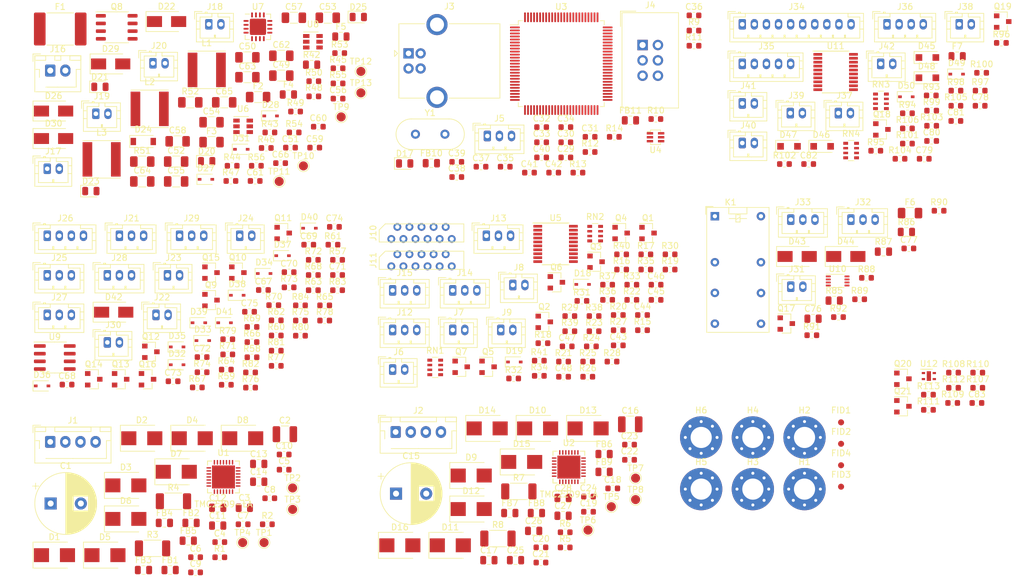
<source format=kicad_pcb>
(kicad_pcb (version 20171130) (host pcbnew "(5.1.5)-3")
  (layers (0 F.Cu signal) (31 B.Cu signal) (34 B.Paste user) (35 F.Paste user) (36 B.SilkS user) (37 F.SilkS user) (38 B.Mask user) (39 F.Mask user) (44 Edge.Cuts user))
  (net 0 "")
  (net 1 VS)
  (net 2 GND)
  (net 3 "Net-(C5-Pad1)")
  (net 4 +3V3)
  (net 5 "Net-(C7-Pad1)")
  (net 6 "Net-(C7-Pad2)")
  (net 7 "Net-(C8-Pad1)")
  (net 8 "Net-(C9-Pad1)")
  (net 9 "Net-(C10-Pad1)")
  (net 10 "Net-(C11-Pad2)")
  (net 11 "Net-(C12-Pad1)")
  (net 12 "Net-(C13-Pad2)")
  (net 13 "Net-(C14-Pad1)")
  (net 14 "Net-(C19-Pad1)")
  (net 15 "Net-(C21-Pad2)")
  (net 16 "Net-(C21-Pad1)")
  (net 17 "Net-(C22-Pad1)")
  (net 18 "Net-(C23-Pad1)")
  (net 19 "Net-(C24-Pad1)")
  (net 20 "Net-(C25-Pad2)")
  (net 21 "Net-(C26-Pad1)")
  (net 22 "Net-(C27-Pad2)")
  (net 23 "Net-(C28-Pad1)")
  (net 24 "Net-(C29-Pad1)")
  (net 25 "Net-(C30-Pad1)")
  (net 26 "Net-(C31-Pad1)")
  (net 27 "Net-(C32-Pad1)")
  (net 28 "Net-(C33-Pad1)")
  (net 29 VDD)
  (net 30 VDDA)
  (net 31 LIMIT_Z_UP)
  (net 32 LIMIT_Z_DOWN)
  (net 33 LIMIT_Y_BACK)
  (net 34 LIMIT_Y_FRONT)
  (net 35 +5V)
  (net 36 "Net-(C51-Pad2)")
  (net 37 "Net-(C59-Pad2)")
  (net 38 TABLE_SENSOR)
  (net 39 PHOTO_SENSOR)
  (net 40 EMERGENCY)
  (net 41 KEY_3)
  (net 42 KEY_4)
  (net 43 KEY_1)
  (net 44 KEY_2)
  (net 45 /Microcontroller/LED_STATUS)
  (net 46 "Net-(D17-Pad2)")
  (net 47 "Net-(D20-Pad2)")
  (net 48 "Net-(D21-Pad2)")
  (net 49 "Net-(D22-Pad2)")
  (net 50 "Net-(D23-Pad2)")
  (net 51 "Net-(F1-Pad2)")
  (net 52 "Net-(FB2-Pad2)")
  (net 53 "Net-(FB3-Pad2)")
  (net 54 "Net-(FB4-Pad2)")
  (net 55 "Net-(FB5-Pad2)")
  (net 56 "Net-(FB6-Pad2)")
  (net 57 "Net-(FB7-Pad2)")
  (net 58 "Net-(FB8-Pad2)")
  (net 59 "Net-(H1-Pad1)")
  (net 60 "Net-(H2-Pad1)")
  (net 61 "Net-(H3-Pad1)")
  (net 62 "Net-(H4-Pad1)")
  (net 63 "Net-(H5-Pad1)")
  (net 64 "Net-(H6-Pad1)")
  (net 65 "Net-(J3-Pad1)")
  (net 66 "Net-(J3-Pad5)")
  (net 67 "Net-(J4-Pad1)")
  (net 68 NRST)
  (net 69 SWO)
  (net 70 SWDIO)
  (net 71 SWCLK)
  (net 72 UART_OUT_RX)
  (net 73 UART_OUT_TX)
  (net 74 "Net-(J6-Pad1)")
  (net 75 "Net-(J7-Pad1)")
  (net 76 "Net-(J8-Pad1)")
  (net 77 "Net-(J9-Pad1)")
  (net 78 /Sockets/APGHP)
  (net 79 /Sockets/APG)
  (net 80 /Sockets/PE)
  (net 81 /Sockets/PF_A)
  (net 82 /Sockets/PF_B)
  (net 83 /Sockets/PC1)
  (net 84 /Sockets/PE_S)
  (net 85 /Sockets/3.3V)
  (net 86 /Sockets/OPE)
  (net 87 /Sockets/OPF_A)
  (net 88 /Sockets/OPF_B)
  (net 89 /Sockets/LED1_CNT)
  (net 90 /Sockets/LED2_CNT)
  (net 91 /Sockets/YSTEP)
  (net 92 /Sockets/YDIR)
  (net 93 /Sockets/ZDIR)
  (net 94 /Sockets/ZSTEP)
  (net 95 "Net-(J22-Pad1)")
  (net 96 "Net-(J23-Pad1)")
  (net 97 SPI_MOSI_BUF)
  (net 98 SPI_SCLK_BUF)
  (net 99 /HMI/MISO)
  (net 100 I2C_SDA)
  (net 101 I2C_SCL)
  (net 102 "Net-(J32-Pad1)")
  (net 103 "Net-(K1-Pad11)")
  (net 104 "Net-(K1-Pad6)")
  (net 105 "Net-(Q1-Pad1)")
  (net 106 PRINTER_POWER_DETECT)
  (net 107 "Net-(Q3-Pad1)")
  (net 108 "Net-(Q7-Pad1)")
  (net 109 "Net-(Q9-Pad1)")
  (net 110 UART_TX)
  (net 111 UART_RX)
  (net 112 Y_ENN)
  (net 113 Z_ENN)
  (net 114 ENC1_B)
  (net 115 ENC1_A)
  (net 116 PE_SIGNAL)
  (net 117 Y_ENABLE)
  (net 118 Z_ENABLE)
  (net 119 LED3)
  (net 120 LED4)
  (net 121 "Net-(RN1-Pad7)")
  (net 122 "Net-(RN1-Pad8)")
  (net 123 "Net-(RN1-Pad6)")
  (net 124 "Net-(RN1-Pad5)")
  (net 125 "Net-(RN2-Pad5)")
  (net 126 "Net-(RN2-Pad6)")
  (net 127 "Net-(RN2-Pad8)")
  (net 128 "Net-(RN2-Pad7)")
  (net 129 "Net-(RN3-Pad7)")
  (net 130 "Net-(RN3-Pad8)")
  (net 131 "Net-(RN3-Pad6)")
  (net 132 "Net-(RN3-Pad5)")
  (net 133 "Net-(RN4-Pad5)")
  (net 134 "Net-(RN4-Pad6)")
  (net 135 "Net-(RN4-Pad8)")
  (net 136 "Net-(RN4-Pad7)")
  (net 137 SPI_MISO)
  (net 138 "Net-(U1-Pad7)")
  (net 139 "Net-(U1-Pad10)")
  (net 140 Y_DIAG)
  (net 141 Y_INDEX)
  (net 142 "Net-(U1-Pad13)")
  (net 143 Y_STEP)
  (net 144 "Net-(U1-Pad17)")
  (net 145 Y_DIR)
  (net 146 "Net-(U1-Pad20)")
  (net 147 "Net-(U1-Pad25)")
  (net 148 "Net-(U2-Pad25)")
  (net 149 "Net-(U2-Pad20)")
  (net 150 Z_DIR)
  (net 151 "Net-(U2-Pad17)")
  (net 152 Z_STEP)
  (net 153 "Net-(U2-Pad13)")
  (net 154 Z_INDEX)
  (net 155 Z_DIAG)
  (net 156 "Net-(U2-Pad10)")
  (net 157 "Net-(U2-Pad9)")
  (net 158 "Net-(U2-Pad7)")
  (net 159 LED1_CONTROL)
  (net 160 LED2_CONTROL)
  (net 161 "Net-(U3-Pad8)")
  (net 162 "Net-(U3-Pad9)")
  (net 163 "Net-(U3-Pad26)")
  (net 164 "Net-(U3-Pad29)")
  (net 165 SPI_SCLK)
  (net 166 SPI_MOSI)
  (net 167 "Net-(U3-Pad37)")
  (net 168 LCD_RS)
  (net 169 LCD_E)
  (net 170 LCD_DB4)
  (net 171 LCD_DB5)
  (net 172 LCD_DB6)
  (net 173 LCD_DB7)
  (net 174 "Net-(U3-Pad47)")
  (net 175 "Net-(U3-Pad52)")
  (net 176 "Net-(U3-Pad59)")
  (net 177 "Net-(U3-Pad60)")
  (net 178 "Net-(U3-Pad65)")
  (net 179 "Net-(U3-Pad68)")
  (net 180 "Net-(U3-Pad69)")
  (net 181 "Net-(U3-Pad77)")
  (net 182 "Net-(U3-Pad79)")
  (net 183 "Net-(U3-Pad80)")
  (net 184 "Net-(U3-Pad95)")
  (net 185 LCD_PWM)
  (net 186 "Net-(U3-Pad97)")
  (net 187 "Net-(C51-Pad1)")
  (net 188 "Net-(C56-Pad2)")
  (net 189 +12V)
  (net 190 "Net-(C59-Pad1)")
  (net 191 "Net-(C60-Pad1)")
  (net 192 "Net-(C61-Pad2)")
  (net 193 "Net-(C61-Pad1)")
  (net 194 "Net-(C66-Pad2)")
  (net 195 INPUT1)
  (net 196 INPUT2)
  (net 197 INPUT3)
  (net 198 "Net-(C72-Pad1)")
  (net 199 "Net-(D24-Pad2)")
  (net 200 "Net-(D32-Pad1)")
  (net 201 "Net-(D33-Pad1)")
  (net 202 "Net-(D38-Pad1)")
  (net 203 /Microcontroller/D-)
  (net 204 /Microcontroller/D+)
  (net 205 "Net-(J21-Pad2)")
  (net 206 "Net-(J25-Pad2)")
  (net 207 "Net-(J33-Pad3)")
  (net 208 "Net-(J37-Pad1)")
  (net 209 "Net-(J38-Pad1)")
  (net 210 "Net-(J39-Pad1)")
  (net 211 "Net-(J40-Pad1)")
  (net 212 "Net-(J41-Pad1)")
  (net 213 "Net-(K1-Pad13)")
  (net 214 "Net-(Q2-Pad1)")
  (net 215 "Net-(Q4-Pad1)")
  (net 216 "Net-(Q5-Pad1)")
  (net 217 "Net-(Q6-Pad1)")
  (net 218 "Net-(Q10-Pad1)")
  (net 219 "Net-(Q14-Pad1)")
  (net 220 "Net-(Q15-Pad1)")
  (net 221 "Net-(Q16-Pad1)")
  (net 222 "Net-(Q17-Pad1)")
  (net 223 "Net-(Q18-Pad1)")
  (net 224 "Net-(Q19-Pad1)")
  (net 225 OUTPUT1)
  (net 226 OUTPUT2)
  (net 227 RELAY)
  (net 228 USB_D-)
  (net 229 USB_D+)
  (net 230 "Net-(C71-Pad1)")
  (net 231 "Net-(C73-Pad1)")
  (net 232 "Net-(C74-Pad1)")
  (net 233 "Net-(C76-Pad1)")
  (net 234 "Net-(C76-Pad2)")
  (net 235 /Sockets/OPC1)
  (net 236 "Net-(D25-Pad2)")
  (net 237 "Net-(D27-Pad2)")
  (net 238 "Net-(D30-Pad2)")
  (net 239 "Net-(D39-Pad1)")
  (net 240 "Net-(D40-Pad1)")
  (net 241 "Net-(D41-Pad1)")
  (net 242 12V_PROTECTED)
  (net 243 "Net-(D43-Pad1)")
  (net 244 "Net-(D49-Pad1)")
  (net 245 "Net-(D50-Pad1)")
  (net 246 24V_PROTECTED)
  (net 247 5V_PROTECTED)
  (net 248 3.3V_PROTECTED)
  (net 249 "Net-(F6-Pad1)")
  (net 250 "Net-(F7-Pad1)")
  (net 251 "Net-(FB9-Pad2)")
  (net 252 /Sockets/OAPGHP)
  (net 253 /Sockets/OAPG)
  (net 254 "Net-(J26-Pad1)")
  (net 255 "Net-(J26-Pad3)")
  (net 256 "Net-(J27-Pad2)")
  (net 257 "Net-(J33-Pad1)")
  (net 258 "Net-(J34-Pad2)")
  (net 259 "Net-(J34-Pad3)")
  (net 260 "Net-(J34-Pad4)")
  (net 261 "Net-(J34-Pad5)")
  (net 262 "Net-(J34-Pad6)")
  (net 263 "Net-(J34-Pad7)")
  (net 264 "Net-(J34-Pad8)")
  (net 265 "Net-(J36-Pad4)")
  (net 266 "Net-(J36-Pad2)")
  (net 267 "Net-(J42-Pad1)")
  (net 268 "Net-(Q20-Pad1)")
  (net 269 5V_DETECT)
  (net 270 12V_DETECT)
  (net 271 "Net-(Q21-Pad1)")
  (net 272 "Net-(R11-Pad1)")
  (net 273 "Net-(R12-Pad1)")
  (net 274 PC1_SIGNAL)
  (net 275 "Net-(R47-Pad2)")
  (net 276 "Net-(R49-Pad1)")
  (net 277 "Net-(R53-Pad2)")
  (net 278 "Net-(R108-Pad2)")
  (net 279 AIN8)
  (net 280 AIN9)
  (net 281 "Net-(U12-Pad5)")
  (module Capacitor_THT:CP_Radial_D10.0mm_P5.00mm (layer F.Cu) (at 27.169647 -18.794999)
    (fp_text reference C1 (at 2.5 -6.25) (layer F.SilkS))
    (fp_text value 330uF)
    (pad 1 thru_hole rect (at 0 0) (size 2 2) (drill 1) (layers *.Cu *.Mask) (net 1 VS))
    (pad 2 thru_hole circle (at 5 0) (size 2 2) (drill 1) (layers *.Cu *.Mask) (net 2 GND))
  )
  (module Capacitor_SMD:C_1210_3225Metric (layer F.Cu) (at 65.935001 -30.264999)
    (fp_text reference C2 (at 0 -2.28) (layer F.SilkS))
    (fp_text value 10uF)
    (pad 1 smd roundrect (at -1.4 0) (size 1.25 2.65) (layers F.Cu F.Paste F.Mask) (roundrect_rratio 0.2) (net 1 VS))
    (pad 2 smd roundrect (at 1.4 0) (size 1.25 2.65) (layers F.Cu F.Paste F.Mask) (roundrect_rratio 0.2) (net 2 GND))
  )
  (module Capacitor_SMD:C_0805_2012Metric (layer F.Cu) (at 59.225001 -18.084999)
    (fp_text reference C3 (at 0 -1.65) (layer F.SilkS))
    (fp_text value 1uF)
    (pad 1 smd roundrect (at -0.9375 0) (size 0.975 1.4) (layers F.Cu F.Paste F.Mask) (net 1 VS))
    (pad 2 smd roundrect (at 0.9375 0) (size 0.975 1.4) (layers F.Cu F.Paste F.Mask) (net 2 GND))
  )
  (module Capacitor_SMD:C_0603_1608Metric (layer F.Cu) (at 55.165001 -12.404999)
    (fp_text reference C4 (at 0 -1.43) (layer F.SilkS))
    (fp_text value 0.1uF)
    (pad 2 smd roundrect (at 0.7875 0) (size 0.875 0.95) (layers F.Cu F.Paste F.Mask) (net 2 GND))
    (pad 1 smd roundrect (at -0.7875 0) (size 0.875 0.95) (layers F.Cu F.Paste F.Mask) (net 1 VS))
  )
  (module Capacitor_SMD:C_0603_1608Metric (layer F.Cu) (at 65.815001 -24.394999)
    (fp_text reference C5 (at 0 -1.43) (layer F.SilkS))
    (fp_text value 0.1uF)
    (pad 2 smd roundrect (at 0.7875 0) (size 0.875 0.95) (layers F.Cu F.Paste F.Mask) (net 1 VS))
    (pad 1 smd roundrect (at -0.7875 0) (size 0.875 0.95) (layers F.Cu F.Paste F.Mask) (net 3 "Net-(C5-Pad1)"))
  )
  (module Capacitor_SMD:C_0603_1608Metric (layer F.Cu) (at 51.155001 -9.904999)
    (fp_text reference C6 (at 0 -1.43) (layer F.SilkS))
    (fp_text value 0.1uF)
    (pad 1 smd roundrect (at -0.7875 0) (size 0.875 0.95) (layers F.Cu F.Paste F.Mask) (net 4 +3V3))
    (pad 2 smd roundrect (at 0.7875 0) (size 0.875 0.95) (layers F.Cu F.Paste F.Mask) (net 2 GND))
  )
  (module Capacitor_SMD:C_0603_1608Metric (layer F.Cu) (at 59.025001 -15.354999)
    (fp_text reference C7 (at 0 -1.43) (layer F.SilkS))
    (fp_text value 22nF)
    (pad 1 smd roundrect (at -0.7875 0) (size 0.875 0.95) (layers F.Cu F.Paste F.Mask) (net 5 "Net-(C7-Pad1)"))
    (pad 2 smd roundrect (at 0.7875 0) (size 0.875 0.95) (layers F.Cu F.Paste F.Mask) (net 6 "Net-(C7-Pad2)"))
  )
  (module Capacitor_SMD:C_0603_1608Metric (layer F.Cu) (at 63.435001 -19.664999)
    (fp_text reference C8 (at 0 -1.43) (layer F.SilkS))
    (fp_text value 0.1uF)
    (pad 1 smd roundrect (at -0.7875 0) (size 0.875 0.95) (layers F.Cu F.Paste F.Mask) (net 7 "Net-(C8-Pad1)"))
    (pad 2 smd roundrect (at 0.7875 0) (size 0.875 0.95) (layers F.Cu F.Paste F.Mask) (net 2 GND))
  )
  (module Capacitor_SMD:C_0603_1608Metric (layer F.Cu) (at 51.155001 -7.394999)
    (fp_text reference C9 (at 0 -1.43) (layer F.SilkS))
    (fp_text value 2.2uF)
    (pad 2 smd roundrect (at 0.7875 0) (size 0.875 0.95) (layers F.Cu F.Paste F.Mask) (net 2 GND))
    (pad 1 smd roundrect (at -0.7875 0) (size 0.875 0.95) (layers F.Cu F.Paste F.Mask) (net 8 "Net-(C9-Pad1)"))
  )
  (module Capacitor_SMD:C_0603_1608Metric (layer F.Cu) (at 65.815001 -26.904999)
    (fp_text reference C10 (at 0 -1.43) (layer F.SilkS))
    (fp_text value 0.1uF)
    (pad 1 smd roundrect (at -0.7875 0) (size 0.875 0.95) (layers F.Cu F.Paste F.Mask) (net 9 "Net-(C10-Pad1)"))
    (pad 2 smd roundrect (at 0.7875 0) (size 0.875 0.95) (layers F.Cu F.Paste F.Mask) (net 2 GND))
  )
  (module Capacitor_SMD:C_0805_2012Metric (layer F.Cu) (at 54.815001 -15.134999)
    (fp_text reference C11 (at 0 -1.65) (layer F.SilkS))
    (fp_text value 470pF)
    (pad 2 smd roundrect (at 0.9375 0) (size 0.975 1.4) (layers F.Cu F.Paste F.Mask) (net 10 "Net-(C11-Pad2)"))
    (pad 1 smd roundrect (at -0.9375 0) (size 0.975 1.4) (layers F.Cu F.Paste F.Mask) (net 2 GND))
  )
  (module Capacitor_SMD:C_0805_2012Metric (layer F.Cu) (at 54.815001 -18.084999)
    (fp_text reference C12 (at 0 -1.65) (layer F.SilkS))
    (fp_text value 470pF)
    (pad 1 smd roundrect (at -0.9375 0) (size 0.975 1.4) (layers F.Cu F.Paste F.Mask) (net 11 "Net-(C12-Pad1)"))
    (pad 2 smd roundrect (at 0.9375 0) (size 0.975 1.4) (layers F.Cu F.Paste F.Mask) (net 2 GND))
  )
  (module Capacitor_SMD:C_0805_2012Metric (layer F.Cu) (at 61.605001 -25.344999)
    (fp_text reference C13 (at 0 -1.65) (layer F.SilkS))
    (fp_text value 470pF)
    (pad 2 smd roundrect (at 0.9375 0) (size 0.975 1.4) (layers F.Cu F.Paste F.Mask) (net 12 "Net-(C13-Pad2)"))
    (pad 1 smd roundrect (at -0.9375 0) (size 0.975 1.4) (layers F.Cu F.Paste F.Mask) (net 2 GND))
  )
  (module Capacitor_SMD:C_0805_2012Metric (layer F.Cu) (at 61.605001 -22.394999)
    (fp_text reference C14 (at 0 -1.65) (layer F.SilkS))
    (fp_text value 470pF)
    (pad 1 smd roundrect (at -0.9375 0) (size 0.975 1.4) (layers F.Cu F.Paste F.Mask) (net 13 "Net-(C14-Pad1)"))
    (pad 2 smd roundrect (at 0.9375 0) (size 0.975 1.4) (layers F.Cu F.Paste F.Mask) (net 2 GND))
  )
  (module Capacitor_THT:CP_Radial_D10.0mm_P5.00mm (layer F.Cu) (at 84.329647 -20.424999)
    (fp_text reference C15 (at 2.5 -6.25) (layer F.SilkS))
    (fp_text value 330uF)
    (pad 2 thru_hole circle (at 5 0) (size 2 2) (drill 1) (layers *.Cu *.Mask) (net 2 GND))
    (pad 1 thru_hole rect (at 0 0) (size 2 2) (drill 1) (layers *.Cu *.Mask) (net 1 VS))
  )
  (module Capacitor_SMD:C_1210_3225Metric (layer F.Cu) (at 123.095001 -31.894999)
    (fp_text reference C16 (at 0 -2.28) (layer F.SilkS))
    (fp_text value 10uF)
    (pad 2 smd roundrect (at 1.4 0) (size 1.25 2.65) (layers F.Cu F.Paste F.Mask) (roundrect_rratio 0.2) (net 2 GND))
    (pad 1 smd roundrect (at -1.4 0) (size 1.25 2.65) (layers F.Cu F.Paste F.Mask) (roundrect_rratio 0.2) (net 1 VS))
  )
  (module Capacitor_SMD:C_0805_2012Metric (layer F.Cu) (at 99.695001 -9.414999)
    (fp_text reference C17 (at 0 -1.65) (layer F.SilkS))
    (fp_text value 1uF)
    (pad 2 smd roundrect (at 0.9375 0) (size 0.975 1.4) (layers F.Cu F.Paste F.Mask) (net 2 GND))
    (pad 1 smd roundrect (at -0.9375 0) (size 0.975 1.4) (layers F.Cu F.Paste F.Mask) (net 1 VS))
  )
  (module Capacitor_SMD:C_0603_1608Metric (layer F.Cu) (at 120.195001 -21.294999)
    (fp_text reference C18 (at 0 -1.43) (layer F.SilkS))
    (fp_text value 0.1uF)
    (pad 2 smd roundrect (at 0.7875 0) (size 0.875 0.95) (layers F.Cu F.Paste F.Mask) (net 2 GND))
    (pad 1 smd roundrect (at -0.7875 0) (size 0.875 0.95) (layers F.Cu F.Paste F.Mask) (net 1 VS))
  )
  (module Capacitor_SMD:C_0603_1608Metric (layer F.Cu) (at 116.185001 -17.424999)
    (fp_text reference C19 (at 0 -1.43) (layer F.SilkS))
    (fp_text value 0.1uF)
    (pad 1 smd roundrect (at -0.7875 0) (size 0.875 0.95) (layers F.Cu F.Paste F.Mask) (net 14 "Net-(C19-Pad1)"))
    (pad 2 smd roundrect (at 0.7875 0) (size 0.875 0.95) (layers F.Cu F.Paste F.Mask) (net 1 VS))
  )
  (module Capacitor_SMD:C_0603_1608Metric (layer F.Cu) (at 108.315001 -11.534999)
    (fp_text reference C20 (at 0 -1.43) (layer F.SilkS))
    (fp_text value 0.1uF)
    (pad 1 smd roundrect (at -0.7875 0) (size 0.875 0.95) (layers F.Cu F.Paste F.Mask) (net 4 +3V3))
    (pad 2 smd roundrect (at 0.7875 0) (size 0.875 0.95) (layers F.Cu F.Paste F.Mask) (net 2 GND))
  )
  (module Capacitor_SMD:C_0603_1608Metric (layer F.Cu) (at 108.315001 -9.024999)
    (fp_text reference C21 (at 0 -1.43) (layer F.SilkS))
    (fp_text value 22nF)
    (pad 2 smd roundrect (at 0.7875 0) (size 0.875 0.95) (layers F.Cu F.Paste F.Mask) (net 15 "Net-(C21-Pad2)"))
    (pad 1 smd roundrect (at -0.7875 0) (size 0.875 0.95) (layers F.Cu F.Paste F.Mask) (net 16 "Net-(C21-Pad1)"))
  )
  (module Capacitor_SMD:C_0603_1608Metric (layer F.Cu) (at 122.975001 -26.024999)
    (fp_text reference C22 (at 0 -1.43) (layer F.SilkS))
    (fp_text value 0.1uF)
    (pad 2 smd roundrect (at 0.7875 0) (size 0.875 0.95) (layers F.Cu F.Paste F.Mask) (net 2 GND))
    (pad 1 smd roundrect (at -0.7875 0) (size 0.875 0.95) (layers F.Cu F.Paste F.Mask) (net 17 "Net-(C22-Pad1)"))
  )
  (module Capacitor_SMD:C_0603_1608Metric (layer F.Cu) (at 122.975001 -28.534999)
    (fp_text reference C23 (at 0 -1.43) (layer F.SilkS))
    (fp_text value 2.2uF)
    (pad 2 smd roundrect (at 0.7875 0) (size 0.875 0.95) (layers F.Cu F.Paste F.Mask) (net 2 GND))
    (pad 1 smd roundrect (at -0.7875 0) (size 0.875 0.95) (layers F.Cu F.Paste F.Mask) (net 18 "Net-(C23-Pad1)"))
  )
  (module Capacitor_SMD:C_0603_1608Metric (layer F.Cu) (at 116.185001 -19.934999)
    (fp_text reference C24 (at 0 -1.43) (layer F.SilkS))
    (fp_text value 0.1uF)
    (pad 2 smd roundrect (at 0.7875 0) (size 0.875 0.95) (layers F.Cu F.Paste F.Mask) (net 2 GND))
    (pad 1 smd roundrect (at -0.7875 0) (size 0.875 0.95) (layers F.Cu F.Paste F.Mask) (net 19 "Net-(C24-Pad1)"))
  )
  (module Capacitor_SMD:C_0805_2012Metric (layer F.Cu) (at 104.105001 -9.414999)
    (fp_text reference C25 (at 0 -1.65) (layer F.SilkS))
    (fp_text value 470pF)
    (pad 1 smd roundrect (at -0.9375 0) (size 0.975 1.4) (layers F.Cu F.Paste F.Mask) (net 2 GND))
    (pad 2 smd roundrect (at 0.9375 0) (size 0.975 1.4) (layers F.Cu F.Paste F.Mask) (net 20 "Net-(C25-Pad2)"))
  )
  (module Capacitor_SMD:C_0805_2012Metric (layer F.Cu) (at 107.105001 -14.264999)
    (fp_text reference C26 (at 0 -1.65) (layer F.SilkS))
    (fp_text value 470pF)
    (pad 1 smd roundrect (at -0.9375 0) (size 0.975 1.4) (layers F.Cu F.Paste F.Mask) (net 21 "Net-(C26-Pad1)"))
    (pad 2 smd roundrect (at 0.9375 0) (size 0.975 1.4) (layers F.Cu F.Paste F.Mask) (net 2 GND))
  )
  (module Capacitor_SMD:C_0805_2012Metric (layer F.Cu) (at 111.975001 -16.764999)
    (fp_text reference C27 (at 0 -1.65) (layer F.SilkS))
    (fp_text value 470pF)
    (pad 2 smd roundrect (at 0.9375 0) (size 0.975 1.4) (layers F.Cu F.Paste F.Mask) (net 22 "Net-(C27-Pad2)"))
    (pad 1 smd roundrect (at -0.9375 0) (size 0.975 1.4) (layers F.Cu F.Paste F.Mask) (net 2 GND))
  )
  (module Capacitor_SMD:C_0805_2012Metric (layer F.Cu) (at 111.975001 -19.714999)
    (fp_text reference C28 (at 0 -1.65) (layer F.SilkS))
    (fp_text value 470pF)
    (pad 2 smd roundrect (at 0.9375 0) (size 0.975 1.4) (layers F.Cu F.Paste F.Mask) (net 2 GND))
    (pad 1 smd roundrect (at -0.9375 0) (size 0.975 1.4) (layers F.Cu F.Paste F.Mask) (net 23 "Net-(C28-Pad1)"))
  )
  (module Capacitor_SMD:C_0603_1608Metric (layer F.Cu) (at 112.435001 -76.064999)
    (fp_text reference C29 (at 0 -1.43) (layer F.SilkS))
    (fp_text value 20pF)
    (pad 2 smd roundrect (at 0.7875 0) (size 0.875 0.95) (layers F.Cu F.Paste F.Mask) (net 2 GND))
    (pad 1 smd roundrect (at -0.7875 0) (size 0.875 0.95) (layers F.Cu F.Paste F.Mask) (net 24 "Net-(C29-Pad1)"))
  )
  (module Capacitor_SMD:C_0603_1608Metric (layer F.Cu) (at 112.435001 -78.574999)
    (fp_text reference C30 (at 0 -1.43) (layer F.SilkS))
    (fp_text value 20pF)
    (pad 2 smd roundrect (at 0.7875 0) (size 0.875 0.95) (layers F.Cu F.Paste F.Mask) (net 2 GND))
    (pad 1 smd roundrect (at -0.7875 0) (size 0.875 0.95) (layers F.Cu F.Paste F.Mask) (net 25 "Net-(C30-Pad1)"))
  )
  (module Capacitor_SMD:C_0603_1608Metric (layer F.Cu) (at 116.445001 -79.474999)
    (fp_text reference C31 (at 0 -1.43) (layer F.SilkS))
    (fp_text value 0.1uF)
    (pad 1 smd roundrect (at -0.7875 0) (size 0.875 0.95) (layers F.Cu F.Paste F.Mask) (net 26 "Net-(C31-Pad1)"))
    (pad 2 smd roundrect (at 0.7875 0) (size 0.875 0.95) (layers F.Cu F.Paste F.Mask) (net 2 GND))
  )
  (module Capacitor_SMD:C_0603_1608Metric (layer F.Cu) (at 108.425001 -81.084999)
    (fp_text reference C32 (at 0 -1.43) (layer F.SilkS))
    (fp_text value 2.2uF)
    (pad 2 smd roundrect (at 0.7875 0) (size 0.875 0.95) (layers F.Cu F.Paste F.Mask) (net 2 GND))
    (pad 1 smd roundrect (at -0.7875 0) (size 0.875 0.95) (layers F.Cu F.Paste F.Mask) (net 27 "Net-(C32-Pad1)"))
  )
  (module Capacitor_SMD:C_0603_1608Metric (layer F.Cu) (at 108.425001 -78.574999)
    (fp_text reference C33 (at 0 -1.43) (layer F.SilkS))
    (fp_text value 2.2uF)
    (pad 2 smd roundrect (at 0.7875 0) (size 0.875 0.95) (layers F.Cu F.Paste F.Mask) (net 2 GND))
    (pad 1 smd roundrect (at -0.7875 0) (size 0.875 0.95) (layers F.Cu F.Paste F.Mask) (net 28 "Net-(C33-Pad1)"))
  )
  (module Capacitor_SMD:C_0603_1608Metric (layer F.Cu) (at 112.435001 -81.084999)
    (fp_text reference C34 (at 0 -1.43) (layer F.SilkS))
    (fp_text value 0.1uF)
    (pad 1 smd roundrect (at -0.7875 0) (size 0.875 0.95) (layers F.Cu F.Paste F.Mask) (net 29 VDD))
    (pad 2 smd roundrect (at 0.7875 0) (size 0.875 0.95) (layers F.Cu F.Paste F.Mask) (net 2 GND))
  )
  (module Capacitor_SMD:C_0603_1608Metric (layer F.Cu) (at 102.405001 -74.534999)
    (fp_text reference C35 (at 0 -1.43) (layer F.SilkS))
    (fp_text value 0.1uF)
    (pad 2 smd roundrect (at 0.7875 0) (size 0.875 0.95) (layers F.Cu F.Paste F.Mask) (net 2 GND))
    (pad 1 smd roundrect (at -0.7875 0) (size 0.875 0.95) (layers F.Cu F.Paste F.Mask) (net 30 VDDA))
  )
  (module Capacitor_SMD:C_0603_1608Metric (layer F.Cu) (at 133.645001 -99.574999)
    (fp_text reference C36 (at 0 -1.43) (layer F.SilkS))
    (fp_text value 1uF)
    (pad 2 smd roundrect (at 0.7875 0) (size 0.875 0.95) (layers F.Cu F.Paste F.Mask) (net 2 GND))
    (pad 1 smd roundrect (at -0.7875 0) (size 0.875 0.95) (layers F.Cu F.Paste F.Mask) (net 30 VDDA))
  )
  (module Capacitor_SMD:C_0603_1608Metric (layer F.Cu) (at 98.395001 -74.534999)
    (fp_text reference C37 (at 0 -1.43) (layer F.SilkS))
    (fp_text value 0.1uF)
    (pad 1 smd roundrect (at -0.7875 0) (size 0.875 0.95) (layers F.Cu F.Paste F.Mask) (net 29 VDD))
    (pad 2 smd roundrect (at 0.7875 0) (size 0.875 0.95) (layers F.Cu F.Paste F.Mask) (net 2 GND))
  )
  (module Capacitor_SMD:C_0603_1608Metric (layer F.Cu) (at 94.385001 -72.824999)
    (fp_text reference C38 (at 0 -1.43) (layer F.SilkS))
    (fp_text value 0.1uF)
    (pad 2 smd roundrect (at 0.7875 0) (size 0.875 0.95) (layers F.Cu F.Paste F.Mask) (net 2 GND))
    (pad 1 smd roundrect (at -0.7875 0) (size 0.875 0.95) (layers F.Cu F.Paste F.Mask) (net 29 VDD))
  )
  (module Capacitor_SMD:C_0603_1608Metric (layer F.Cu) (at 94.385001 -75.334999)
    (fp_text reference C39 (at 0 -1.43) (layer F.SilkS))
    (fp_text value 0.1uF)
    (pad 2 smd roundrect (at 0.7875 0) (size 0.875 0.95) (layers F.Cu F.Paste F.Mask) (net 2 GND))
    (pad 1 smd roundrect (at -0.7875 0) (size 0.875 0.95) (layers F.Cu F.Paste F.Mask) (net 29 VDD))
  )
  (module Capacitor_SMD:C_0603_1608Metric (layer F.Cu) (at 108.425001 -76.064999)
    (fp_text reference C40 (at 0 -1.43) (layer F.SilkS))
    (fp_text value 0.1uF)
    (pad 2 smd roundrect (at 0.7875 0) (size 0.875 0.95) (layers F.Cu F.Paste F.Mask) (net 2 GND))
    (pad 1 smd roundrect (at -0.7875 0) (size 0.875 0.95) (layers F.Cu F.Paste F.Mask) (net 29 VDD))
  )
  (module Capacitor_SMD:C_0603_1608Metric (layer F.Cu) (at 106.415001 -73.554999)
    (fp_text reference C41 (at 0 -1.43) (layer F.SilkS))
    (fp_text value 0.1uF)
    (pad 1 smd roundrect (at -0.7875 0) (size 0.875 0.95) (layers F.Cu F.Paste F.Mask) (net 29 VDD))
    (pad 2 smd roundrect (at 0.7875 0) (size 0.875 0.95) (layers F.Cu F.Paste F.Mask) (net 2 GND))
  )
  (module Capacitor_SMD:C_0603_1608Metric (layer F.Cu) (at 110.425001 -73.554999)
    (fp_text reference C42 (at 0 -1.43) (layer F.SilkS))
    (fp_text value 0.1uF)
    (pad 2 smd roundrect (at 0.7875 0) (size 0.875 0.95) (layers F.Cu F.Paste F.Mask) (net 2 GND))
    (pad 1 smd roundrect (at -0.7875 0) (size 0.875 0.95) (layers F.Cu F.Paste F.Mask) (net 29 VDD))
  )
  (module Capacitor_SMD:C_0603_1608Metric (layer F.Cu) (at 121.115001 -44.964999)
    (fp_text reference C43 (at 0 -1.43) (layer F.SilkS))
    (fp_text value 1nF)
    (pad 1 smd roundrect (at -0.7875 0) (size 0.875 0.95) (layers F.Cu F.Paste F.Mask) (net 33 LIMIT_Y_BACK))
    (pad 2 smd roundrect (at 0.7875 0) (size 0.875 0.95) (layers F.Cu F.Paste F.Mask) (net 2 GND))
  )
  (module Capacitor_SMD:C_0603_1608Metric (layer F.Cu) (at 125.125001 -49.984999)
    (fp_text reference C44 (at 0 -1.43) (layer F.SilkS))
    (fp_text value 1nF)
    (pad 1 smd roundrect (at -0.7875 0) (size 0.875 0.95) (layers F.Cu F.Paste F.Mask) (net 34 LIMIT_Y_FRONT))
    (pad 2 smd roundrect (at 0.7875 0) (size 0.875 0.95) (layers F.Cu F.Paste F.Mask) (net 2 GND))
  )
  (module Capacitor_SMD:C_0603_1608Metric (layer F.Cu) (at 127.365001 -52.494999)
    (fp_text reference C45 (at 0 -1.43) (layer F.SilkS))
    (fp_text value 1nF)
    (pad 1 smd roundrect (at -0.7875 0) (size 0.875 0.95) (layers F.Cu F.Paste F.Mask) (net 31 LIMIT_Z_UP))
    (pad 2 smd roundrect (at 0.7875 0) (size 0.875 0.95) (layers F.Cu F.Paste F.Mask) (net 2 GND))
  )
  (module Capacitor_SMD:C_0603_1608Metric (layer F.Cu) (at 127.365001 -55.004999)
    (fp_text reference C46 (at 0 -1.43) (layer F.SilkS))
    (fp_text value 1nF)
    (pad 2 smd roundrect (at 0.7875 0) (size 0.875 0.95) (layers F.Cu F.Paste F.Mask) (net 2 GND))
    (pad 1 smd roundrect (at -0.7875 0) (size 0.875 0.95) (layers F.Cu F.Paste F.Mask) (net 32 LIMIT_Z_DOWN))
  )
  (module Capacitor_SMD:C_0603_1608Metric (layer F.Cu) (at 112.655001 -44.794999)
    (fp_text reference C47 (at 0 -1.43) (layer F.SilkS))
    (fp_text value 0.1uF)
    (pad 1 smd roundrect (at -0.7875 0) (size 0.875 0.95) (layers F.Cu F.Paste F.Mask) (net 35 +5V))
    (pad 2 smd roundrect (at 0.7875 0) (size 0.875 0.95) (layers F.Cu F.Paste F.Mask) (net 2 GND))
  )
  (module Capacitor_SMD:C_0603_1608Metric (layer F.Cu) (at 112.055001 -39.774999)
    (fp_text reference C48 (at 0 -1.43) (layer F.SilkS))
    (fp_text value 1nF)
    (pad 2 smd roundrect (at 0.7875 0) (size 0.875 0.95) (layers F.Cu F.Paste F.Mask) (net 2 GND))
    (pad 1 smd roundrect (at -0.7875 0) (size 0.875 0.95) (layers F.Cu F.Paste F.Mask) (net 106 PRINTER_POWER_DETECT))
  )
  (module Capacitor_SMD:C_1206_3216Metric (layer F.Cu) (at 65.345001 -89.604999)
    (fp_text reference C49 (at 0 -1.82) (layer F.SilkS))
    (fp_text value 2.2uF)
    (pad 1 smd roundrect (at -1.4 0) (size 1.25 1.75) (layers F.Cu F.Paste F.Mask) (roundrect_rratio 0.2) (net 1 VS))
    (pad 2 smd roundrect (at 1.4 0) (size 1.25 1.75) (layers F.Cu F.Paste F.Mask) (roundrect_rratio 0.2) (net 2 GND))
  )
  (module Capacitor_SMD:C_1206_3216Metric (layer F.Cu) (at 59.735001 -92.634999)
    (fp_text reference C50 (at 0 -1.82) (layer F.SilkS))
    (fp_text value 2.2uF)
    (pad 2 smd roundrect (at 1.4 0) (size 1.25 1.75) (layers F.Cu F.Paste F.Mask) (roundrect_rratio 0.2) (net 2 GND))
    (pad 1 smd roundrect (at -1.4 0) (size 1.25 1.75) (layers F.Cu F.Paste F.Mask) (roundrect_rratio 0.2) (net 1 VS))
  )
  (module Capacitor_SMD:C_0603_1608Metric (layer F.Cu) (at 66.865001 -77.694999)
    (fp_text reference C51 (at 0 -1.43) (layer F.SilkS))
    (fp_text value 0.1uF)
    (pad 1 smd roundrect (at -0.7875 0) (size 0.875 0.95) (layers F.Cu F.Paste F.Mask) (net 187 "Net-(C51-Pad1)"))
    (pad 2 smd roundrect (at 0.7875 0) (size 0.875 0.95) (layers F.Cu F.Paste F.Mask) (net 36 "Net-(C51-Pad2)"))
  )
  (module Capacitor_SMD:C_1206_3216Metric (layer F.Cu) (at 47.945001 -75.384999)
    (fp_text reference C52 (at 0 -1.82) (layer F.SilkS))
    (fp_text value 2.2uF)
    (pad 1 smd roundrect (at -1.4 0) (size 1.25 1.75) (layers F.Cu F.Paste F.Mask) (roundrect_rratio 0.2) (net 1 VS))
    (pad 2 smd roundrect (at 1.4 0) (size 1.25 1.75) (layers F.Cu F.Paste F.Mask) (roundrect_rratio 0.2) (net 2 GND))
  )
  (module Capacitor_SMD:C_1206_3216Metric (layer F.Cu) (at 73.035001 -99.184999)
    (fp_text reference C53 (at 0 -1.82) (layer F.SilkS))
    (fp_text value 2.2uF)
    (pad 2 smd roundrect (at 1.4 0) (size 1.25 1.75) (layers F.Cu F.Paste F.Mask) (roundrect_rratio 0.2) (net 2 GND))
    (pad 1 smd roundrect (at -1.4 0) (size 1.25 1.75) (layers F.Cu F.Paste F.Mask) (roundrect_rratio 0.2) (net 1 VS))
  )
  (module Capacitor_SMD:C_1206_3216Metric (layer F.Cu) (at 53.795001 -81.894999)
    (fp_text reference C54 (at 0 -1.82) (layer F.SilkS))
    (fp_text value 2.2uF)
    (pad 1 smd roundrect (at -1.4 0) (size 1.25 1.75) (layers F.Cu F.Paste F.Mask) (roundrect_rratio 0.2) (net 1 VS))
    (pad 2 smd roundrect (at 1.4 0) (size 1.25 1.75) (layers F.Cu F.Paste F.Mask) (roundrect_rratio 0.2) (net 2 GND))
  )
  (module Capacitor_SMD:C_1206_3216Metric (layer F.Cu) (at 47.945001 -72.094999)
    (fp_text reference C55 (at 0 -1.82) (layer F.SilkS))
    (fp_text value 2.2uF)
    (pad 1 smd roundrect (at -1.4 0) (size 1.25 1.75) (layers F.Cu F.Paste F.Mask) (roundrect_rratio 0.2) (net 1 VS))
    (pad 2 smd roundrect (at 1.4 0) (size 1.25 1.75) (layers F.Cu F.Paste F.Mask) (roundrect_rratio 0.2) (net 2 GND))
  )
  (module Capacitor_SMD:C_0603_1608Metric (layer F.Cu) (at 74.735001 -85.804999)
    (fp_text reference C56 (at 0 -1.43) (layer F.SilkS))
    (fp_text value 47nF)
    (pad 1 smd roundrect (at -0.7875 0) (size 0.875 0.95) (layers F.Cu F.Paste F.Mask) (net 2 GND))
    (pad 2 smd roundrect (at 0.7875 0) (size 0.875 0.95) (layers F.Cu F.Paste F.Mask) (net 188 "Net-(C56-Pad2)"))
  )
  (module Capacitor_SMD:C_1206_3216Metric (layer F.Cu) (at 67.425001 -99.184999)
    (fp_text reference C57 (at 0 -1.82) (layer F.SilkS))
    (fp_text value 10uF)
    (pad 2 smd roundrect (at 1.4 0) (size 1.25 1.75) (layers F.Cu F.Paste F.Mask) (roundrect_rratio 0.2) (net 2 GND))
    (pad 1 smd roundrect (at -1.4 0) (size 1.25 1.75) (layers F.Cu F.Paste F.Mask) (roundrect_rratio 0.2) (net 189 +12V))
  )
  (module Capacitor_SMD:C_1206_3216Metric (layer F.Cu) (at 48.185001 -78.734999)
    (fp_text reference C58 (at 0 -1.82) (layer F.SilkS))
    (fp_text value 10uF)
    (pad 2 smd roundrect (at 1.4 0) (size 1.25 1.75) (layers F.Cu F.Paste F.Mask) (roundrect_rratio 0.2) (net 2 GND))
    (pad 1 smd roundrect (at -1.4 0) (size 1.25 1.75) (layers F.Cu F.Paste F.Mask) (roundrect_rratio 0.2) (net 189 +12V))
  )
  (module Capacitor_SMD:C_0603_1608Metric (layer F.Cu) (at 70.875001 -77.694999)
    (fp_text reference C59 (at 0 -1.43) (layer F.SilkS))
    (fp_text value 22nF)
    (pad 1 smd roundrect (at -0.7875 0) (size 0.875 0.95) (layers F.Cu F.Paste F.Mask) (net 190 "Net-(C59-Pad1)"))
    (pad 2 smd roundrect (at 0.7875 0) (size 0.875 0.95) (layers F.Cu F.Paste F.Mask) (net 37 "Net-(C59-Pad2)"))
  )
  (module Capacitor_SMD:C_0603_1608Metric (layer F.Cu) (at 71.475001 -81.154999)
    (fp_text reference C60 (at 0 -1.43) (layer F.SilkS))
    (fp_text value 1nF)
    (pad 1 smd roundrect (at -0.7875 0) (size 0.875 0.95) (layers F.Cu F.Paste F.Mask) (net 191 "Net-(C60-Pad1)"))
    (pad 2 smd roundrect (at 0.7875 0) (size 0.875 0.95) (layers F.Cu F.Paste F.Mask) (net 2 GND))
  )
  (module Capacitor_SMD:C_0603_1608Metric (layer F.Cu) (at 61.015001 -72.174999)
    (fp_text reference C61 (at 0 -1.43) (layer F.SilkS))
    (fp_text value 0.1uF)
    (pad 1 smd roundrect (at -0.7875 0) (size 0.875 0.95) (layers F.Cu F.Paste F.Mask) (net 193 "Net-(C61-Pad1)"))
    (pad 2 smd roundrect (at 0.7875 0) (size 0.875 0.95) (layers F.Cu F.Paste F.Mask) (net 192 "Net-(C61-Pad2)"))
  )
  (module Capacitor_SMD:C_1206_3216Metric (layer F.Cu) (at 65.345001 -92.894999)
    (fp_text reference C62 (at 0 -1.82) (layer F.SilkS))
    (fp_text value 10uF)
    (pad 2 smd roundrect (at 1.4 0) (size 1.25 1.75) (layers F.Cu F.Paste F.Mask) (roundrect_rratio 0.2) (net 2 GND))
    (pad 1 smd roundrect (at -1.4 0) (size 1.25 1.75) (layers F.Cu F.Paste F.Mask) (roundrect_rratio 0.2) (net 35 +5V))
  )
  (module Capacitor_SMD:C_1206_3216Metric (layer F.Cu) (at 59.735001 -89.344999)
    (fp_text reference C63 (at 0 -1.82) (layer F.SilkS))
    (fp_text value 10uF)
    (pad 1 smd roundrect (at -1.4 0) (size 1.25 1.75) (layers F.Cu F.Paste F.Mask) (roundrect_rratio 0.2) (net 4 +3V3))
    (pad 2 smd roundrect (at 1.4 0) (size 1.25 1.75) (layers F.Cu F.Paste F.Mask) (roundrect_rratio 0.2) (net 2 GND))
  )
  (module Capacitor_SMD:C_1206_3216Metric (layer F.Cu) (at 42.335001 -72.094999)
    (fp_text reference C64 (at 0 -1.82) (layer F.SilkS))
    (fp_text value 10uF)
    (pad 1 smd roundrect (at -1.4 0) (size 1.25 1.75) (layers F.Cu F.Paste F.Mask) (roundrect_rratio 0.2) (net 35 +5V))
    (pad 2 smd roundrect (at 1.4 0) (size 1.25 1.75) (layers F.Cu F.Paste F.Mask) (roundrect_rratio 0.2) (net 2 GND))
  )
  (module Capacitor_SMD:C_1206_3216Metric (layer F.Cu) (at 55.895001 -85.184999)
    (fp_text reference C65 (at 0 -1.82) (layer F.SilkS))
    (fp_text value 10uF)
    (pad 2 smd roundrect (at 1.4 0) (size 1.25 1.75) (layers F.Cu F.Paste F.Mask) (roundrect_rratio 0.2) (net 2 GND))
    (pad 1 smd roundrect (at -1.4 0) (size 1.25 1.75) (layers F.Cu F.Paste F.Mask) (roundrect_rratio 0.2) (net 4 +3V3))
  )
  (module Capacitor_SMD:C_0603_1608Metric (layer F.Cu) (at 65.225001 -75.124999)
    (fp_text reference C66 (at 0 -1.43) (layer F.SilkS))
    (fp_text value 10nF)
    (pad 1 smd roundrect (at -0.7875 0) (size 0.875 0.95) (layers F.Cu F.Paste F.Mask) (net 35 +5V))
    (pad 2 smd roundrect (at 0.7875 0) (size 0.875 0.95) (layers F.Cu F.Paste F.Mask) (net 194 "Net-(C66-Pad2)"))
  )
  (module Capacitor_SMD:C_0603_1608Metric (layer F.Cu) (at 62.385001 -54.124999)
    (fp_text reference C67 (at 0 -1.43) (layer F.SilkS))
    (fp_text value 1nF)
    (pad 2 smd roundrect (at 0.7875 0) (size 0.875 0.95) (layers F.Cu F.Paste F.Mask) (net 2 GND))
    (pad 1 smd roundrect (at -0.7875 0) (size 0.875 0.95) (layers F.Cu F.Paste F.Mask) (net 195 INPUT1))
  )
  (module Capacitor_SMD:C_0603_1608Metric (layer F.Cu) (at 29.885001 -38.474999)
    (fp_text reference C68 (at 0 -1.43) (layer F.SilkS))
    (fp_text value 1nF)
    (pad 2 smd roundrect (at 0.7875 0) (size 0.875 0.95) (layers F.Cu F.Paste F.Mask) (net 2 GND))
    (pad 1 smd roundrect (at -0.7875 0) (size 0.875 0.95) (layers F.Cu F.Paste F.Mask) (net 196 INPUT2))
  )
  (module Capacitor_SMD:C_0603_1608Metric (layer F.Cu) (at 69.885001 -61.624999)
    (fp_text reference C69 (at 0 -1.43) (layer F.SilkS))
    (fp_text value 1nF)
    (pad 1 smd roundrect (at -0.7875 0) (size 0.875 0.95) (layers F.Cu F.Paste F.Mask) (net 38 TABLE_SENSOR))
    (pad 2 smd roundrect (at 0.7875 0) (size 0.875 0.95) (layers F.Cu F.Paste F.Mask) (net 2 GND))
  )
  (module Capacitor_SMD:C_0603_1608Metric (layer F.Cu) (at 66.635001 -57.074999)
    (fp_text reference C70 (at 0 -1.43) (layer F.SilkS))
    (fp_text value 1nF)
    (pad 2 smd roundrect (at 0.7875 0) (size 0.875 0.95) (layers F.Cu F.Paste F.Mask) (net 2 GND))
    (pad 1 smd roundrect (at -0.7875 0) (size 0.875 0.95) (layers F.Cu F.Paste F.Mask) (net 39 PHOTO_SENSOR))
  )
  (module Capacitor_SMD:C_0603_1608Metric (layer F.Cu) (at 74.655001 -56.604999)
    (fp_text reference C71 (at 0 -1.43) (layer F.SilkS))
    (fp_text value NI)
    (pad 1 smd roundrect (at -0.7875 0) (size 0.875 0.95) (layers F.Cu F.Paste F.Mask) (net 230 "Net-(C71-Pad1)"))
    (pad 2 smd roundrect (at 0.7875 0) (size 0.875 0.95) (layers F.Cu F.Paste F.Mask) (net 2 GND))
  )
  (module Capacitor_SMD:C_0603_1608Metric (layer F.Cu) (at 52.235001 -43.024999)
    (fp_text reference C72 (at 0 -1.43) (layer F.SilkS))
    (fp_text value NI)
    (pad 2 smd roundrect (at 0.7875 0) (size 0.875 0.95) (layers F.Cu F.Paste F.Mask) (net 2 GND))
    (pad 1 smd roundrect (at -0.7875 0) (size 0.875 0.95) (layers F.Cu F.Paste F.Mask) (net 198 "Net-(C72-Pad1)"))
  )
  (module Capacitor_SMD:C_0603_1608Metric (layer F.Cu) (at 47.435001 -39.024999)
    (fp_text reference C73 (at 0 -1.43) (layer F.SilkS))
    (fp_text value NI)
    (pad 2 smd roundrect (at 0.7875 0) (size 0.875 0.95) (layers F.Cu F.Paste F.Mask) (net 2 GND))
    (pad 1 smd roundrect (at -0.7875 0) (size 0.875 0.95) (layers F.Cu F.Paste F.Mask) (net 231 "Net-(C73-Pad1)"))
  )
  (module Capacitor_SMD:C_0603_1608Metric (layer F.Cu) (at 74.135001 -64.574999)
    (fp_text reference C74 (at 0 -1.43) (layer F.SilkS))
    (fp_text value NI)
    (pad 2 smd roundrect (at 0.7875 0) (size 0.875 0.95) (layers F.Cu F.Paste F.Mask) (net 2 GND))
    (pad 1 smd roundrect (at -0.7875 0) (size 0.875 0.95) (layers F.Cu F.Paste F.Mask) (net 232 "Net-(C74-Pad1)"))
  )
  (module Capacitor_SMD:C_0603_1608Metric (layer F.Cu) (at 60.085001 -50.524999)
    (fp_text reference C75 (at 0 -1.43) (layer F.SilkS))
    (fp_text value 1nF)
    (pad 1 smd roundrect (at -0.7875 0) (size 0.875 0.95) (layers F.Cu F.Paste F.Mask) (net 197 INPUT3))
    (pad 2 smd roundrect (at 0.7875 0) (size 0.875 0.95) (layers F.Cu F.Paste F.Mask) (net 2 GND))
  )
  (module Capacitor_SMD:C_0805_2012Metric (layer F.Cu) (at 153.345001 -49.374999)
    (fp_text reference C76 (at 0 -1.65) (layer F.SilkS))
    (fp_text value NI)
    (pad 1 smd roundrect (at -0.9375 0) (size 0.975 1.4) (layers F.Cu F.Paste F.Mask) (net 233 "Net-(C76-Pad1)"))
    (pad 2 smd roundrect (at 0.9375 0) (size 0.975 1.4) (layers F.Cu F.Paste F.Mask) (net 234 "Net-(C76-Pad2)"))
  )
  (module Capacitor_SMD:C_0603_1608Metric (layer F.Cu) (at 169.205001 -61.004999)
    (fp_text reference C77 (at 0 -1.43) (layer F.SilkS))
    (fp_text value 1nF)
    (pad 1 smd roundrect (at -0.7875 0) (size 0.875 0.95) (layers F.Cu F.Paste F.Mask) (net 40 EMERGENCY))
    (pad 2 smd roundrect (at 0.7875 0) (size 0.875 0.95) (layers F.Cu F.Paste F.Mask) (net 2 GND))
  )
  (module Capacitor_SMD:C_0603_1608Metric (layer F.Cu) (at 180.995001 -84.614999)
    (fp_text reference C78 (at 0 -1.43) (layer F.SilkS))
    (fp_text value 0.1uF)
    (pad 2 smd roundrect (at 0.7875 0) (size 0.875 0.95) (layers F.Cu F.Paste F.Mask) (net 2 GND))
    (pad 1 smd roundrect (at -0.7875 0) (size 0.875 0.95) (layers F.Cu F.Paste F.Mask) (net 35 +5V))
  )
  (module Capacitor_SMD:C_0603_1608Metric (layer F.Cu) (at 171.745001 -75.844999)
    (fp_text reference C79 (at 0 -1.43) (layer F.SilkS))
    (fp_text value 1nF)
    (pad 2 smd roundrect (at 0.7875 0) (size 0.875 0.95) (layers F.Cu F.Paste F.Mask) (net 2 GND))
    (pad 1 smd roundrect (at -0.7875 0) (size 0.875 0.95) (layers F.Cu F.Paste F.Mask) (net 41 KEY_3))
  )
  (module Capacitor_SMD:C_0603_1608Metric (layer F.Cu) (at 172.975001 -78.794999)
    (fp_text reference C80 (at 0 -1.43) (layer F.SilkS))
    (fp_text value 1nF)
    (pad 1 smd roundrect (at -0.7875 0) (size 0.875 0.95) (layers F.Cu F.Paste F.Mask) (net 42 KEY_4))
    (pad 2 smd roundrect (at 0.7875 0) (size 0.875 0.95) (layers F.Cu F.Paste F.Mask) (net 2 GND))
  )
  (module Capacitor_SMD:C_0603_1608Metric (layer F.Cu) (at 176.985001 -82.104999)
    (fp_text reference C81 (at 0 -1.43) (layer F.SilkS))
    (fp_text value 1nF)
    (pad 1 smd roundrect (at -0.7875 0) (size 0.875 0.95) (layers F.Cu F.Paste F.Mask) (net 43 KEY_1))
    (pad 2 smd roundrect (at 0.7875 0) (size 0.875 0.95) (layers F.Cu F.Paste F.Mask) (net 2 GND))
  )
  (module Capacitor_SMD:C_0603_1608Metric (layer F.Cu) (at 152.625001 -74.974999)
    (fp_text reference C82 (at 0 -1.43) (layer F.SilkS))
    (fp_text value 1nF)
    (pad 1 smd roundrect (at -0.7875 0) (size 0.875 0.95) (layers F.Cu F.Paste F.Mask) (net 44 KEY_2))
    (pad 2 smd roundrect (at 0.7875 0) (size 0.875 0.95) (layers F.Cu F.Paste F.Mask) (net 2 GND))
  )
  (module Capacitor_SMD:C_0603_1608Metric (layer F.Cu) (at 180.465001 -35.434999)
    (fp_text reference C83 (at 0 -1.43) (layer F.SilkS))
    (fp_text value 0.1uF)
    (pad 1 smd roundrect (at -0.7875 0) (size 0.875 0.95) (layers F.Cu F.Paste F.Mask) (net 4 +3V3))
    (pad 2 smd roundrect (at 0.7875 0) (size 0.875 0.95) (layers F.Cu F.Paste F.Mask) (net 2 GND))
  )
  (module Diode_SMD:D_SMB (layer F.Cu) (at 27.805001 -10.244999)
    (fp_text reference D1 (at 0 -3) (layer F.SilkS))
    (fp_text value SK25)
    (pad 1 smd rect (at -2.15 0) (size 2.5 2.3) (layers F.Cu F.Paste F.Mask) (net 1 VS))
    (pad 2 smd rect (at 2.15 0) (size 2.5 2.3) (layers F.Cu F.Paste F.Mask) (net 11 "Net-(C12-Pad1)"))
  )
  (module Diode_SMD:D_SMB (layer F.Cu) (at 42.255001 -29.594999)
    (fp_text reference D2 (at 0 -3) (layer F.SilkS))
    (fp_text value SK25)
    (pad 1 smd rect (at -2.15 0) (size 2.5 2.3) (layers F.Cu F.Paste F.Mask) (net 11 "Net-(C12-Pad1)"))
    (pad 2 smd rect (at 2.15 0) (size 2.5 2.3) (layers F.Cu F.Paste F.Mask) (net 2 GND))
  )
  (module Diode_SMD:D_SMB (layer F.Cu) (at 39.615001 -21.794999)
    (fp_text reference D3 (at 0 -3) (layer F.SilkS))
    (fp_text value SK25)
    (pad 2 smd rect (at 2.15 0) (size 2.5 2.3) (layers F.Cu F.Paste F.Mask) (net 13 "Net-(C14-Pad1)"))
    (pad 1 smd rect (at -2.15 0) (size 2.5 2.3) (layers F.Cu F.Paste F.Mask) (net 1 VS))
  )
  (module Diode_SMD:D_SMB (layer F.Cu) (at 50.605001 -29.594999)
    (fp_text reference D4 (at 0 -3) (layer F.SilkS))
    (fp_text value SK25)
    (pad 2 smd rect (at 2.15 0) (size 2.5 2.3) (layers F.Cu F.Paste F.Mask) (net 2 GND))
    (pad 1 smd rect (at -2.15 0) (size 2.5 2.3) (layers F.Cu F.Paste F.Mask) (net 13 "Net-(C14-Pad1)"))
  )
  (module Diode_SMD:D_SMB (layer F.Cu) (at 36.155001 -10.244999)
    (fp_text reference D5 (at 0 -3) (layer F.SilkS))
    (fp_text value SK25)
    (pad 2 smd rect (at 2.15 0) (size 2.5 2.3) (layers F.Cu F.Paste F.Mask) (net 12 "Net-(C13-Pad2)"))
    (pad 1 smd rect (at -2.15 0) (size 2.5 2.3) (layers F.Cu F.Paste F.Mask) (net 1 VS))
  )
  (module Diode_SMD:D_SMB (layer F.Cu) (at 39.615001 -16.244999)
    (fp_text reference D6 (at 0 -3) (layer F.SilkS))
    (fp_text value SK25)
    (pad 1 smd rect (at -2.15 0) (size 2.5 2.3) (layers F.Cu F.Paste F.Mask) (net 12 "Net-(C13-Pad2)"))
    (pad 2 smd rect (at 2.15 0) (size 2.5 2.3) (layers F.Cu F.Paste F.Mask) (net 2 GND))
  )
  (module Diode_SMD:D_SMB (layer F.Cu) (at 47.965001 -24.044999)
    (fp_text reference D7 (at 0 -3) (layer F.SilkS))
    (fp_text value SK25)
    (pad 1 smd rect (at -2.15 0) (size 2.5 2.3) (layers F.Cu F.Paste F.Mask) (net 1 VS))
    (pad 2 smd rect (at 2.15 0) (size 2.5 2.3) (layers F.Cu F.Paste F.Mask) (net 10 "Net-(C11-Pad2)"))
  )
  (module Diode_SMD:D_SMB (layer F.Cu) (at 58.955001 -29.594999)
    (fp_text reference D8 (at 0 -3) (layer F.SilkS))
    (fp_text value SK25)
    (pad 1 smd rect (at -2.15 0) (size 2.5 2.3) (layers F.Cu F.Paste F.Mask) (net 10 "Net-(C11-Pad2)"))
    (pad 2 smd rect (at 2.15 0) (size 2.5 2.3) (layers F.Cu F.Paste F.Mask) (net 2 GND))
  )
  (module Diode_SMD:D_SMB (layer F.Cu) (at 96.775001 -23.424999)
    (fp_text reference D9 (at 0 -3) (layer F.SilkS))
    (fp_text value SK25)
    (pad 1 smd rect (at -2.15 0) (size 2.5 2.3) (layers F.Cu F.Paste F.Mask) (net 1 VS))
    (pad 2 smd rect (at 2.15 0) (size 2.5 2.3) (layers F.Cu F.Paste F.Mask) (net 21 "Net-(C26-Pad1)"))
  )
  (module Diode_SMD:D_SMB (layer F.Cu) (at 107.765001 -31.224999)
    (fp_text reference D10 (at 0 -3) (layer F.SilkS))
    (fp_text value SK25)
    (pad 1 smd rect (at -2.15 0) (size 2.5 2.3) (layers F.Cu F.Paste F.Mask) (net 21 "Net-(C26-Pad1)"))
    (pad 2 smd rect (at 2.15 0) (size 2.5 2.3) (layers F.Cu F.Paste F.Mask) (net 2 GND))
  )
  (module Diode_SMD:D_SMB (layer F.Cu) (at 93.315001 -11.874999)
    (fp_text reference D11 (at 0 -3) (layer F.SilkS))
    (fp_text value SK25)
    (pad 2 smd rect (at 2.15 0) (size 2.5 2.3) (layers F.Cu F.Paste F.Mask) (net 23 "Net-(C28-Pad1)"))
    (pad 1 smd rect (at -2.15 0) (size 2.5 2.3) (layers F.Cu F.Paste F.Mask) (net 1 VS))
  )
  (module Diode_SMD:D_SMB (layer F.Cu) (at 96.775001 -17.874999)
    (fp_text reference D12 (at 0 -3) (layer F.SilkS))
    (fp_text value SK25)
    (pad 2 smd rect (at 2.15 0) (size 2.5 2.3) (layers F.Cu F.Paste F.Mask) (net 2 GND))
    (pad 1 smd rect (at -2.15 0) (size 2.5 2.3) (layers F.Cu F.Paste F.Mask) (net 23 "Net-(C28-Pad1)"))
  )
  (module Diode_SMD:D_SMB (layer F.Cu) (at 116.115001 -31.224999)
    (fp_text reference D13 (at 0 -3) (layer F.SilkS))
    (fp_text value SK25)
    (pad 1 smd rect (at -2.15 0) (size 2.5 2.3) (layers F.Cu F.Paste F.Mask) (net 1 VS))
    (pad 2 smd rect (at 2.15 0) (size 2.5 2.3) (layers F.Cu F.Paste F.Mask) (net 22 "Net-(C27-Pad2)"))
  )
  (module Diode_SMD:D_SMB (layer F.Cu) (at 99.415001 -31.224999)
    (fp_text reference D14 (at 0 -3) (layer F.SilkS))
    (fp_text value SK25)
    (pad 2 smd rect (at 2.15 0) (size 2.5 2.3) (layers F.Cu F.Paste F.Mask) (net 2 GND))
    (pad 1 smd rect (at -2.15 0) (size 2.5 2.3) (layers F.Cu F.Paste F.Mask) (net 22 "Net-(C27-Pad2)"))
  )
  (module Diode_SMD:D_SMB (layer F.Cu) (at 105.125001 -25.674999)
    (fp_text reference D15 (at 0 -3) (layer F.SilkS))
    (fp_text value SK25)
    (pad 2 smd rect (at 2.15 0) (size 2.5 2.3) (layers F.Cu F.Paste F.Mask) (net 20 "Net-(C25-Pad2)"))
    (pad 1 smd rect (at -2.15 0) (size 2.5 2.3) (layers F.Cu F.Paste F.Mask) (net 1 VS))
  )
  (module Diode_SMD:D_SMB (layer F.Cu) (at 84.965001 -11.874999)
    (fp_text reference D16 (at 0 -3) (layer F.SilkS))
    (fp_text value SK25)
    (pad 2 smd rect (at 2.15 0) (size 2.5 2.3) (layers F.Cu F.Paste F.Mask) (net 2 GND))
    (pad 1 smd rect (at -2.15 0) (size 2.5 2.3) (layers F.Cu F.Paste F.Mask) (net 20 "Net-(C25-Pad2)"))
  )
  (module Diode_SMD:D_0805_2012Metric (layer F.Cu) (at 85.765001 -75.069999)
    (fp_text reference D17 (at 0 -1.65) (layer F.SilkS))
    (fp_text value OF-SMD2012G-1)
    (pad 2 smd roundrect (at 0.9375 0) (size 0.975 1.4) (layers F.Cu F.Paste F.Mask) (net 46 "Net-(D17-Pad2)"))
    (pad 1 smd roundrect (at -0.9375 0) (size 0.975 1.4) (layers F.Cu F.Paste F.Mask) (net 45 /Microcontroller/LED_STATUS))
  )
  (module Diode_SMD:D_SOD-323 (layer F.Cu) (at 115.215001 -55.054999)
    (fp_text reference D18 (at 0 -1.85) (layer F.SilkS))
    (fp_text value SD05C.TCT)
    (pad 1 smd rect (at -1.05 0) (size 0.6 0.45) (layers F.Cu F.Paste F.Mask) (net 86 /Sockets/OPE))
    (pad 2 smd rect (at 1.05 0) (size 0.6 0.45) (layers F.Cu F.Paste F.Mask) (net 2 GND))
  )
  (module Diode_SMD:D_SOD-323 (layer F.Cu) (at 103.915001 -42.214999)
    (fp_text reference D19 (at 0 -1.85) (layer F.SilkS))
    (fp_text value SD05C.TCT)
    (pad 1 smd rect (at -1.05 0) (size 0.6 0.45) (layers F.Cu F.Paste F.Mask) (net 235 /Sockets/OPC1))
    (pad 2 smd rect (at 1.05 0) (size 0.6 0.45) (layers F.Cu F.Paste F.Mask) (net 2 GND))
  )
  (module Diode_SMD:D_0805_2012Metric (layer F.Cu) (at 52.995001 -75.439999)
    (fp_text reference D20 (at 0 -1.65) (layer F.SilkS))
    (fp_text value OF-SMD2012G-1)
    (pad 1 smd roundrect (at -0.9375 0) (size 0.975 1.4) (layers F.Cu F.Paste F.Mask) (net 2 GND))
    (pad 2 smd roundrect (at 0.9375 0) (size 0.975 1.4) (layers F.Cu F.Paste F.Mask) (net 47 "Net-(D20-Pad2)"))
  )
  (module Diode_SMD:D_0805_2012Metric (layer F.Cu) (at 35.325001 -87.749999)
    (fp_text reference D21 (at 0 -1.65) (layer F.SilkS))
    (fp_text value OF-SMD2012G-1)
    (pad 1 smd roundrect (at -0.9375 0) (size 0.975 1.4) (layers F.Cu F.Paste F.Mask) (net 2 GND))
    (pad 2 smd roundrect (at 0.9375 0) (size 0.975 1.4) (layers F.Cu F.Paste F.Mask) (net 48 "Net-(D21-Pad2)"))
  )
  (module Diode_SMD:D_SMA (layer F.Cu) (at 46.355001 -98.554999)
    (fp_text reference D22 (at 0 -2.5) (layer F.SilkS))
    (fp_text value P4SMA30CA)
    (pad 1 smd rect (at -2 0) (size 2.5 1.8) (layers F.Cu F.Paste F.Mask) (net 2 GND))
    (pad 2 smd rect (at 2 0) (size 2.5 1.8) (layers F.Cu F.Paste F.Mask) (net 49 "Net-(D22-Pad2)"))
  )
  (module Diode_SMD:D_0805_2012Metric (layer F.Cu) (at 33.825001 -70.499999)
    (fp_text reference D23 (at 0 -1.65) (layer F.SilkS))
    (fp_text value OF-SMD2012G-1)
    (pad 2 smd roundrect (at 0.9375 0) (size 0.975 1.4) (layers F.Cu F.Paste F.Mask) (net 50 "Net-(D23-Pad2)"))
    (pad 1 smd roundrect (at -0.9375 0) (size 0.975 1.4) (layers F.Cu F.Paste F.Mask) (net 2 GND))
  )
  (module Diode_SMD:D_SOD-123 (layer F.Cu) (at 42.505001 -78.704999)
    (fp_text reference D24 (at 0 -2) (layer F.SilkS))
    (fp_text value MMSZ5240B-7-F)
    (pad 1 smd rect (at -1.65 0) (size 0.9 1.2) (layers F.Cu F.Paste F.Mask) (net 1 VS))
    (pad 2 smd rect (at 1.65 0) (size 0.9 1.2) (layers F.Cu F.Paste F.Mask) (net 199 "Net-(D24-Pad2)"))
  )
  (module Diode_SMD:D_0805_2012Metric (layer F.Cu) (at 78.085001 -99.309999)
    (fp_text reference D25 (at 0 -1.65) (layer F.SilkS))
    (fp_text value OF-SMD2012G-1)
    (pad 1 smd roundrect (at -0.9375 0) (size 0.975 1.4) (layers F.Cu F.Paste F.Mask) (net 2 GND))
    (pad 2 smd roundrect (at 0.9375 0) (size 0.975 1.4) (layers F.Cu F.Paste F.Mask) (net 236 "Net-(D25-Pad2)"))
  )
  (module Diode_SMD:D_SMA (layer F.Cu) (at 27.655001 -83.744999)
    (fp_text reference D26 (at 0 -2.5) (layer F.SilkS))
    (fp_text value B140-13-F)
    (pad 2 smd rect (at 2 0) (size 2.5 1.8) (layers F.Cu F.Paste F.Mask) (net 2 GND))
    (pad 1 smd rect (at -2 0) (size 2.5 1.8) (layers F.Cu F.Paste F.Mask) (net 36 "Net-(C51-Pad2)"))
  )
  (module Diode_SMD:D_SOD-323 (layer F.Cu) (at 52.875001 -72.444999)
    (fp_text reference D27 (at 0 -1.85) (layer F.SilkS))
    (fp_text value 1N4448WS-7-F)
    (pad 2 smd rect (at 1.05 0) (size 0.6 0.45) (layers F.Cu F.Paste F.Mask) (net 237 "Net-(D27-Pad2)"))
    (pad 1 smd rect (at -1.05 0) (size 0.6 0.45) (layers F.Cu F.Paste F.Mask) (net 187 "Net-(C51-Pad1)"))
  )
  (module Diode_SMD:D_SOD-323 (layer F.Cu) (at 63.575001 -82.934999)
    (fp_text reference D28 (at 0 -1.85) (layer F.SilkS))
    (fp_text value MMSZ5236BS-7-F)
    (pad 1 smd rect (at -1.05 0) (size 0.6 0.45) (layers F.Cu F.Paste F.Mask) (net 189 +12V))
    (pad 2 smd rect (at 1.05 0) (size 0.6 0.45) (layers F.Cu F.Paste F.Mask) (net 237 "Net-(D27-Pad2)"))
  )
  (module Diode_SMD:D_SMA (layer F.Cu) (at 37.105001 -91.544999)
    (fp_text reference D29 (at 0 -2.5) (layer F.SilkS))
    (fp_text value B140-13-F)
    (pad 1 smd rect (at -2 0) (size 2.5 1.8) (layers F.Cu F.Paste F.Mask) (net 192 "Net-(C61-Pad2)"))
    (pad 2 smd rect (at 2 0) (size 2.5 1.8) (layers F.Cu F.Paste F.Mask) (net 2 GND))
  )
  (module Diode_SMD:D_SMA (layer F.Cu) (at 27.655001 -79.194999)
    (fp_text reference D30 (at 0 -2.5) (layer F.SilkS))
    (fp_text value SK35SMA)
    (pad 2 smd rect (at 2 0) (size 2.5 1.8) (layers F.Cu F.Paste F.Mask) (net 238 "Net-(D30-Pad2)"))
    (pad 1 smd rect (at -2 0) (size 2.5 1.8) (layers F.Cu F.Paste F.Mask) (net 37 "Net-(C59-Pad2)"))
  )
  (module Diode_SMD:D_SOD-323 (layer F.Cu) (at 58.725001 -77.414999)
    (fp_text reference D31 (at 0 -1.85) (layer F.SilkS))
    (fp_text value 1N4448WS-7-F)
    (pad 1 smd rect (at -1.05 0) (size 0.6 0.45) (layers F.Cu F.Paste F.Mask) (net 193 "Net-(C61-Pad1)"))
    (pad 2 smd rect (at 1.05 0) (size 0.6 0.45) (layers F.Cu F.Paste F.Mask) (net 4 +3V3))
  )
  (module Diode_SMD:D_SOD-323 (layer F.Cu) (at 48.105001 -41.754999)
    (fp_text reference D32 (at 0 -1.85) (layer F.SilkS))
    (fp_text value 1N4448WS-7-F)
    (pad 1 smd rect (at -1.05 0) (size 0.6 0.45) (layers F.Cu F.Paste F.Mask) (net 200 "Net-(D32-Pad1)"))
    (pad 2 smd rect (at 1.05 0) (size 0.6 0.45) (layers F.Cu F.Paste F.Mask) (net 2 GND))
  )
  (module Diode_SMD:D_SOD-323 (layer F.Cu) (at 52.355001 -45.754999)
    (fp_text reference D33 (at 0 -1.85) (layer F.SilkS))
    (fp_text value 1N4448WS-7-F)
    (pad 2 smd rect (at 1.05 0) (size 0.6 0.45) (layers F.Cu F.Paste F.Mask) (net 2 GND))
    (pad 1 smd rect (at -1.05 0) (size 0.6 0.45) (layers F.Cu F.Paste F.Mask) (net 201 "Net-(D33-Pad1)"))
  )
  (module Diode_SMD:D_SOD-323 (layer F.Cu) (at 62.505001 -56.854999)
    (fp_text reference D34 (at 0 -1.85) (layer F.SilkS))
    (fp_text value 1N4448WS-7-F)
    (pad 2 smd rect (at 1.05 0) (size 0.6 0.45) (layers F.Cu F.Paste F.Mask) (net 231 "Net-(C73-Pad1)"))
    (pad 1 smd rect (at -1.05 0) (size 0.6 0.45) (layers F.Cu F.Paste F.Mask) (net 30 VDDA))
  )
  (module Diode_SMD:D_SOD-323 (layer F.Cu) (at 48.105001 -44.704999)
    (fp_text reference D35 (at 0 -1.85) (layer F.SilkS))
    (fp_text value 1N4448WS-7-F)
    (pad 1 smd rect (at -1.05 0) (size 0.6 0.45) (layers F.Cu F.Paste F.Mask) (net 231 "Net-(C73-Pad1)"))
    (pad 2 smd rect (at 1.05 0) (size 0.6 0.45) (layers F.Cu F.Paste F.Mask) (net 2 GND))
  )
  (module Diode_SMD:D_SOD-323 (layer F.Cu) (at 25.755001 -38.254999)
    (fp_text reference D36 (at 0 -1.85) (layer F.SilkS))
    (fp_text value 1N4448WS-7-F)
    (pad 1 smd rect (at -1.05 0) (size 0.6 0.45) (layers F.Cu F.Paste F.Mask) (net 30 VDDA))
    (pad 2 smd rect (at 1.05 0) (size 0.6 0.45) (layers F.Cu F.Paste F.Mask) (net 232 "Net-(C74-Pad1)"))
  )
  (module Diode_SMD:D_SOD-323 (layer F.Cu) (at 65.555001 -59.804999)
    (fp_text reference D37 (at 0 -1.85) (layer F.SilkS))
    (fp_text value 1N4448WS-7-F)
    (pad 2 smd rect (at 1.05 0) (size 0.6 0.45) (layers F.Cu F.Paste F.Mask) (net 2 GND))
    (pad 1 smd rect (at -1.05 0) (size 0.6 0.45) (layers F.Cu F.Paste F.Mask) (net 232 "Net-(C74-Pad1)"))
  )
  (module Diode_SMD:D_SOD-323 (layer F.Cu) (at 58.055001 -53.254999)
    (fp_text reference D38 (at 0 -1.85) (layer F.SilkS))
    (fp_text value 1N4448WS-7-F)
    (pad 2 smd rect (at 1.05 0) (size 0.6 0.45) (layers F.Cu F.Paste F.Mask) (net 2 GND))
    (pad 1 smd rect (at -1.05 0) (size 0.6 0.45) (layers F.Cu F.Paste F.Mask) (net 202 "Net-(D38-Pad1)"))
  )
  (module Diode_SMD:D_SOD-323 (layer F.Cu) (at 51.705001 -48.704999)
    (fp_text reference D39 (at 0 -1.85) (layer F.SilkS))
    (fp_text value SD05C.TCT)
    (pad 2 smd rect (at 1.05 0) (size 0.6 0.45) (layers F.Cu F.Paste F.Mask) (net 2 GND))
    (pad 1 smd rect (at -1.05 0) (size 0.6 0.45) (layers F.Cu F.Paste F.Mask) (net 239 "Net-(D39-Pad1)"))
  )
  (module Diode_SMD:D_SOD-323 (layer F.Cu) (at 70.005001 -64.354999)
    (fp_text reference D40 (at 0 -1.85) (layer F.SilkS))
    (fp_text value SD05C.TCT)
    (pad 1 smd rect (at -1.05 0) (size 0.6 0.45) (layers F.Cu F.Paste F.Mask) (net 240 "Net-(D40-Pad1)"))
    (pad 2 smd rect (at 1.05 0) (size 0.6 0.45) (layers F.Cu F.Paste F.Mask) (net 2 GND))
  )
  (module Diode_SMD:D_SOD-323 (layer F.Cu) (at 55.955001 -48.704999)
    (fp_text reference D41 (at 0 -1.85) (layer F.SilkS))
    (fp_text value SD05C.TCT)
    (pad 2 smd rect (at 1.05 0) (size 0.6 0.45) (layers F.Cu F.Paste F.Mask) (net 2 GND))
    (pad 1 smd rect (at -1.05 0) (size 0.6 0.45) (layers F.Cu F.Paste F.Mask) (net 241 "Net-(D41-Pad1)"))
  )
  (module Diode_SMD:D_SMA (layer F.Cu) (at 37.605001 -50.454999)
    (fp_text reference D42 (at 0 -2.5) (layer F.SilkS))
    (fp_text value B130-13-F)
    (pad 1 smd rect (at -2 0) (size 2.5 1.8) (layers F.Cu F.Paste F.Mask) (net 242 12V_PROTECTED))
    (pad 2 smd rect (at 2 0) (size 2.5 1.8) (layers F.Cu F.Paste F.Mask) (net 2 GND))
  )
  (module Diode_SMD:D_SMA (layer F.Cu) (at 150.715001 -59.674999)
    (fp_text reference D43 (at 0 -2.5) (layer F.SilkS))
    (fp_text value B130-13-F)
    (pad 2 smd rect (at 2 0) (size 2.5 1.8) (layers F.Cu F.Paste F.Mask) (net 2 GND))
    (pad 1 smd rect (at -2 0) (size 2.5 1.8) (layers F.Cu F.Paste F.Mask) (net 243 "Net-(D43-Pad1)"))
  )
  (module Diode_SMD:D_SMA (layer F.Cu) (at 158.765001 -59.674999)
    (fp_text reference D44 (at 0 -2.5) (layer F.SilkS))
    (fp_text value B130-13-F)
    (pad 1 smd rect (at -2 0) (size 2.5 1.8) (layers F.Cu F.Paste F.Mask) (net 1 VS))
    (pad 2 smd rect (at 2 0) (size 2.5 1.8) (layers F.Cu F.Paste F.Mask) (net 243 "Net-(D43-Pad1)"))
  )
  (module Diode_SMD:D_SOD-123F (layer F.Cu) (at 172.270001 -92.604999)
    (fp_text reference D45 (at -0.127 -1.905) (layer F.SilkS))
    (fp_text value SKL32)
    (pad 1 smd rect (at -1.4 0) (size 1.1 1.1) (layers F.Cu F.Paste F.Mask) (net 4 +3V3))
    (pad 2 smd rect (at 1.4 0) (size 1.1 1.1) (layers F.Cu F.Paste F.Mask) (net 101 I2C_SCL))
  )
  (module Diode_SMD:D_SOD-123F (layer F.Cu) (at 154.850001 -77.904999)
    (fp_text reference D46 (at -0.127 -1.905) (layer F.SilkS))
    (fp_text value SKL32)
    (pad 2 smd rect (at 1.4 0) (size 1.1 1.1) (layers F.Cu F.Paste F.Mask) (net 2 GND))
    (pad 1 smd rect (at -1.4 0) (size 1.1 1.1) (layers F.Cu F.Paste F.Mask) (net 101 I2C_SCL))
  )
  (module Diode_SMD:D_SOD-123F (layer F.Cu) (at 149.370001 -77.904999)
    (fp_text reference D47 (at -0.127 -1.905) (layer F.SilkS))
    (fp_text value SKL32)
    (pad 1 smd rect (at -1.4 0) (size 1.1 1.1) (layers F.Cu F.Paste F.Mask) (net 4 +3V3))
    (pad 2 smd rect (at 1.4 0) (size 1.1 1.1) (layers F.Cu F.Paste F.Mask) (net 100 I2C_SDA))
  )
  (module Diode_SMD:D_SOD-123F (layer F.Cu) (at 172.270001 -89.254999)
    (fp_text reference D48 (at -0.127 -1.905) (layer F.SilkS))
    (fp_text value SKL32)
    (pad 2 smd rect (at 1.4 0) (size 1.1 1.1) (layers F.Cu F.Paste F.Mask) (net 2 GND))
    (pad 1 smd rect (at -1.4 0) (size 1.1 1.1) (layers F.Cu F.Paste F.Mask) (net 100 I2C_SDA))
  )
  (module Diode_SMD:D_SOD-323 (layer F.Cu) (at 177.115001 -89.854999)
    (fp_text reference D49 (at 0 -1.85) (layer F.SilkS))
    (fp_text value SD05C.TCT)
    (pad 1 smd rect (at -1.05 0) (size 0.6 0.45) (layers F.Cu F.Paste F.Mask) (net 244 "Net-(D49-Pad1)"))
    (pad 2 smd rect (at 1.05 0) (size 0.6 0.45) (layers F.Cu F.Paste F.Mask) (net 2 GND))
  )
  (module Diode_SMD:D_SOD-323 (layer F.Cu) (at 168.785001 -86.104999)
    (fp_text reference D50 (at 0 -1.85) (layer F.SilkS))
    (fp_text value SD05C.TCT)
    (pad 2 smd rect (at 1.05 0) (size 0.6 0.45) (layers F.Cu F.Paste F.Mask) (net 2 GND))
    (pad 1 smd rect (at -1.05 0) (size 0.6 0.45) (layers F.Cu F.Paste F.Mask) (net 245 "Net-(D50-Pad1)"))
  )
  (module Fuse:Fuse_2920_7451Metric (layer F.Cu) (at 28.755001 -97.324999)
    (fp_text reference F1 (at 0 -3.68) (layer F.SilkS))
    (fp_text value 0ZCF0185FF2C)
    (pad 1 smd roundrect (at -3.3875 0) (size 1.925 5.45) (layers F.Cu F.Paste F.Mask) (roundrect_rratio 0.12987) (net 49 "Net-(D22-Pad2)"))
    (pad 2 smd roundrect (at 3.3875 0) (size 1.925 5.45) (layers F.Cu F.Paste F.Mask) (roundrect_rratio 0.12987) (net 51 "Net-(F1-Pad2)"))
  )
  (module Fuse:Fuse_1206_3216Metric (layer F.Cu) (at 61.505001 -86.054999)
    (fp_text reference F2 (at 0 -1.82) (layer F.SilkS))
    (fp_text value "SN010-60 ")
    (pad 1 smd roundrect (at -1.4 0) (size 1.25 1.75) (layers F.Cu F.Paste F.Mask) (roundrect_rratio 0.2) (net 246 24V_PROTECTED))
    (pad 2 smd roundrect (at 1.4 0) (size 1.25 1.75) (layers F.Cu F.Paste F.Mask) (roundrect_rratio 0.2) (net 1 VS))
  )
  (module Fuse:Fuse_1206_3216Metric (layer F.Cu) (at 53.795001 -78.604999)
    (fp_text reference F3 (at 0 -1.82) (layer F.SilkS))
    (fp_text value "SN010-60 ")
    (pad 2 smd roundrect (at 1.4 0) (size 1.25 1.75) (layers F.Cu F.Paste F.Mask) (roundrect_rratio 0.2) (net 189 +12V))
    (pad 1 smd roundrect (at -1.4 0) (size 1.25 1.75) (layers F.Cu F.Paste F.Mask) (roundrect_rratio 0.2) (net 242 12V_PROTECTED))
  )
  (module Fuse:Fuse_0805_2012Metric (layer F.Cu) (at 66.515001 -86.484999)
    (fp_text reference F4 (at 0 -1.65) (layer F.SilkS))
    (fp_text value SR050)
    (pad 2 smd roundrect (at 0.9375 0) (size 0.975 1.4) (layers F.Cu F.Paste F.Mask) (net 247 5V_PROTECTED))
    (pad 1 smd roundrect (at -0.9375 0) (size 0.975 1.4) (layers F.Cu F.Paste F.Mask) (net 35 +5V))
  )
  (module Fuse:Fuse_0805_2012Metric (layer F.Cu) (at 75.205001 -96.064999)
    (fp_text reference F5 (at 0 -1.65) (layer F.SilkS))
    (fp_text value SR050)
    (pad 1 smd roundrect (at -0.9375 0) (size 0.975 1.4) (layers F.Cu F.Paste F.Mask) (net 4 +3V3))
    (pad 2 smd roundrect (at 0.9375 0) (size 0.975 1.4) (layers F.Cu F.Paste F.Mask) (net 248 3.3V_PROTECTED))
  )
  (module Fuse:Fuse_1206_3216Metric (layer F.Cu) (at 169.395001 -66.854999)
    (fp_text reference F6 (at 0 -1.82) (layer F.SilkS))
    (fp_text value "SN010-60 ")
    (pad 1 smd roundrect (at -1.4 0) (size 1.25 1.75) (layers F.Cu F.Paste F.Mask) (roundrect_rratio 0.2) (net 249 "Net-(F6-Pad1)"))
    (pad 2 smd roundrect (at 1.4 0) (size 1.25 1.75) (layers F.Cu F.Paste F.Mask) (roundrect_rratio 0.2) (net 1 VS))
  )
  (module Fuse:Fuse_0805_2012Metric (layer F.Cu) (at 177.195001 -92.804999)
    (fp_text reference F7 (at 0 -1.65) (layer F.SilkS))
    (fp_text value SR050)
    (pad 1 smd roundrect (at -0.9375 0) (size 0.975 1.4) (layers F.Cu F.Paste F.Mask) (net 250 "Net-(F7-Pad1)"))
    (pad 2 smd roundrect (at 0.9375 0) (size 0.975 1.4) (layers F.Cu F.Paste F.Mask) (net 35 +5V))
  )
  (module Inductor_SMD:L_0805_2012Metric (layer F.Cu) (at 46.945001 -7.784999)
    (fp_text reference FB1 (at 0 -1.65) (layer F.SilkS))
    (fp_text value 1000@100MHz)
    (pad 2 smd roundrect (at 0.9375 0) (size 0.975 1.4) (layers F.Cu F.Paste F.Mask) (net 4 +3V3))
    (pad 1 smd roundrect (at -0.9375 0) (size 0.975 1.4) (layers F.Cu F.Paste F.Mask) (net 4 +3V3))
  )
  (module Inductor_SMD:L_0805_2012Metric (layer F.Cu) (at 50.405001 -15.584999)
    (fp_text reference FB2 (at 0 -1.65) (layer F.SilkS))
    (fp_text value 60Ohm@100MHz)
    (pad 1 smd roundrect (at -0.9375 0) (size 0.975 1.4) (layers F.Cu F.Paste F.Mask) (net 10 "Net-(C11-Pad2)"))
    (pad 2 smd roundrect (at 0.9375 0) (size 0.975 1.4) (layers F.Cu F.Paste F.Mask) (net 52 "Net-(FB2-Pad2)"))
  )
  (module Inductor_SMD:L_0805_2012Metric (layer F.Cu) (at 42.535001 -7.784999)
    (fp_text reference FB3 (at 0 -1.65) (layer F.SilkS))
    (fp_text value 60Ohm@100MHz)
    (pad 2 smd roundrect (at 0.9375 0) (size 0.975 1.4) (layers F.Cu F.Paste F.Mask) (net 53 "Net-(FB3-Pad2)"))
    (pad 1 smd roundrect (at -0.9375 0) (size 0.975 1.4) (layers F.Cu F.Paste F.Mask) (net 12 "Net-(C13-Pad2)"))
  )
  (module Inductor_SMD:L_0805_2012Metric (layer F.Cu) (at 45.995001 -15.584999)
    (fp_text reference FB4 (at 0 -1.65) (layer F.SilkS))
    (fp_text value 60Ohm@100MHz)
    (pad 2 smd roundrect (at 0.9375 0) (size 0.975 1.4) (layers F.Cu F.Paste F.Mask) (net 54 "Net-(FB4-Pad2)"))
    (pad 1 smd roundrect (at -0.9375 0) (size 0.975 1.4) (layers F.Cu F.Paste F.Mask) (net 13 "Net-(C14-Pad1)"))
  )
  (module Inductor_SMD:L_0805_2012Metric (layer F.Cu) (at 49.945001 -12.634999)
    (fp_text reference FB5 (at 0 -1.65) (layer F.SilkS))
    (fp_text value 60Ohm@100MHz)
    (pad 2 smd roundrect (at 0.9375 0) (size 0.975 1.4) (layers F.Cu F.Paste F.Mask) (net 55 "Net-(FB5-Pad2)"))
    (pad 1 smd roundrect (at -0.9375 0) (size 0.975 1.4) (layers F.Cu F.Paste F.Mask) (net 11 "Net-(C12-Pad1)"))
  )
  (module Inductor_SMD:L_0805_2012Metric (layer F.Cu) (at 118.765001 -26.974999)
    (fp_text reference FB6 (at 0 -1.65) (layer F.SilkS))
    (fp_text value 60Ohm@100MHz)
    (pad 1 smd roundrect (at -0.9375 0) (size 0.975 1.4) (layers F.Cu F.Paste F.Mask) (net 20 "Net-(C25-Pad2)"))
    (pad 2 smd roundrect (at 0.9375 0) (size 0.975 1.4) (layers F.Cu F.Paste F.Mask) (net 56 "Net-(FB6-Pad2)"))
  )
  (module Inductor_SMD:L_0805_2012Metric (layer F.Cu) (at 103.155001 -17.214999)
    (fp_text reference FB7 (at 0 -1.65) (layer F.SilkS))
    (fp_text value 60Ohm@100MHz)
    (pad 1 smd roundrect (at -0.9375 0) (size 0.975 1.4) (layers F.Cu F.Paste F.Mask) (net 22 "Net-(C27-Pad2)"))
    (pad 2 smd roundrect (at 0.9375 0) (size 0.975 1.4) (layers F.Cu F.Paste F.Mask) (net 57 "Net-(FB7-Pad2)"))
  )
  (module Inductor_SMD:L_0805_2012Metric (layer F.Cu) (at 107.565001 -17.214999)
    (fp_text reference FB8 (at 0 -1.65) (layer F.SilkS))
    (fp_text value 60Ohm@100MHz)
    (pad 1 smd roundrect (at -0.9375 0) (size 0.975 1.4) (layers F.Cu F.Paste F.Mask) (net 23 "Net-(C28-Pad1)"))
    (pad 2 smd roundrect (at 0.9375 0) (size 0.975 1.4) (layers F.Cu F.Paste F.Mask) (net 58 "Net-(FB8-Pad2)"))
  )
  (module Inductor_SMD:L_0805_2012Metric (layer F.Cu) (at 118.765001 -24.024999)
    (fp_text reference FB9 (at 0 -1.65) (layer F.SilkS))
    (fp_text value 60Ohm@100MHz)
    (pad 2 smd roundrect (at 0.9375 0) (size 0.975 1.4) (layers F.Cu F.Paste F.Mask) (net 251 "Net-(FB9-Pad2)"))
    (pad 1 smd roundrect (at -0.9375 0) (size 0.975 1.4) (layers F.Cu F.Paste F.Mask) (net 21 "Net-(C26-Pad1)"))
  )
  (module Inductor_SMD:L_0805_2012Metric (layer F.Cu) (at 90.175001 -75.114999)
    (fp_text reference FB10 (at 0 -1.65) (layer F.SilkS))
    (fp_text value 1000@100MHz)
    (pad 1 smd roundrect (at -0.9375 0) (size 0.975 1.4) (layers F.Cu F.Paste F.Mask) (net 30 VDDA))
    (pad 2 smd roundrect (at 0.9375 0) (size 0.975 1.4) (layers F.Cu F.Paste F.Mask) (net 4 +3V3))
  )
  (module Inductor_SMD:L_0805_2012Metric (layer F.Cu) (at 123.125001 -82.204999)
    (fp_text reference FB11 (at 0 -1.65) (layer F.SilkS))
    (fp_text value 1000@100MHz)
    (pad 1 smd roundrect (at -0.9375 0) (size 0.975 1.4) (layers F.Cu F.Paste F.Mask) (net 29 VDD))
    (pad 2 smd roundrect (at 0.9375 0) (size 0.975 1.4) (layers F.Cu F.Paste F.Mask) (net 4 +3V3))
  )
  (module Fiducial:Fiducial_1mm_Mask2mm (layer F.Cu) (at 157.985001 -32.224999)
    (fp_text reference FID1 (at 0 -2) (layer F.SilkS))
    (fp_text value Fiducial)
    (pad "" smd circle (at 0 0) (size 1 1) (layers F.Cu F.Mask) (clearance 0.5))
  )
  (module Fiducial:Fiducial_1mm_Mask2mm (layer F.Cu) (at 157.985001 -28.674999)
    (fp_text reference FID2 (at 0 -2) (layer F.SilkS))
    (fp_text value Fiducial)
    (pad "" smd circle (at 0 0) (size 1 1) (layers F.Cu F.Mask) (clearance 0.5))
  )
  (module Fiducial:Fiducial_1mm_Mask2mm (layer F.Cu) (at 157.985001 -21.574999)
    (fp_text reference FID3 (at 0 -2) (layer F.SilkS))
    (fp_text value Fiducial)
    (pad "" smd circle (at 0 0) (size 1 1) (layers F.Cu F.Mask) (clearance 0.5))
  )
  (module Fiducial:Fiducial_1mm_Mask2mm (layer F.Cu) (at 157.985001 -25.124999)
    (fp_text reference FID4 (at 0 -2) (layer F.SilkS))
    (fp_text value Fiducial)
    (pad "" smd circle (at 0 0) (size 1 1) (layers F.Cu F.Mask) (clearance 0.5))
  )
  (module MountingHole:MountingHole_3.5mm_Pad_Via (layer F.Cu) (at 151.935001 -21.174999)
    (fp_text reference H1 (at 0 -4.5) (layer F.SilkS))
    (fp_text value MH)
    (pad 1 thru_hole circle (at 0 0) (size 7 7) (drill 3.5) (layers *.Cu *.Mask) (net 59 "Net-(H1-Pad1)"))
    (pad 1 thru_hole circle (at 2.625 0) (size 0.8 0.8) (drill 0.5) (layers *.Cu *.Mask) (net 59 "Net-(H1-Pad1)"))
    (pad 1 thru_hole circle (at 1.856155 1.856155) (size 0.8 0.8) (drill 0.5) (layers *.Cu *.Mask) (net 59 "Net-(H1-Pad1)"))
    (pad 1 thru_hole circle (at 0 2.625) (size 0.8 0.8) (drill 0.5) (layers *.Cu *.Mask) (net 59 "Net-(H1-Pad1)"))
    (pad 1 thru_hole circle (at -1.856155 1.856155) (size 0.8 0.8) (drill 0.5) (layers *.Cu *.Mask) (net 59 "Net-(H1-Pad1)"))
    (pad 1 thru_hole circle (at -2.625 0) (size 0.8 0.8) (drill 0.5) (layers *.Cu *.Mask) (net 59 "Net-(H1-Pad1)"))
    (pad 1 thru_hole circle (at -1.856155 -1.856155) (size 0.8 0.8) (drill 0.5) (layers *.Cu *.Mask) (net 59 "Net-(H1-Pad1)"))
    (pad 1 thru_hole circle (at 0 -2.625) (size 0.8 0.8) (drill 0.5) (layers *.Cu *.Mask) (net 59 "Net-(H1-Pad1)"))
    (pad 1 thru_hole circle (at 1.856155 -1.856155) (size 0.8 0.8) (drill 0.5) (layers *.Cu *.Mask) (net 59 "Net-(H1-Pad1)"))
  )
  (module MountingHole:MountingHole_3.5mm_Pad_Via (layer F.Cu) (at 151.935001 -29.724999)
    (fp_text reference H2 (at 0 -4.5) (layer F.SilkS))
    (fp_text value MH)
    (pad 1 thru_hole circle (at 1.856155 -1.856155) (size 0.8 0.8) (drill 0.5) (layers *.Cu *.Mask) (net 60 "Net-(H2-Pad1)"))
    (pad 1 thru_hole circle (at 0 -2.625) (size 0.8 0.8) (drill 0.5) (layers *.Cu *.Mask) (net 60 "Net-(H2-Pad1)"))
    (pad 1 thru_hole circle (at -1.856155 -1.856155) (size 0.8 0.8) (drill 0.5) (layers *.Cu *.Mask) (net 60 "Net-(H2-Pad1)"))
    (pad 1 thru_hole circle (at -2.625 0) (size 0.8 0.8) (drill 0.5) (layers *.Cu *.Mask) (net 60 "Net-(H2-Pad1)"))
    (pad 1 thru_hole circle (at -1.856155 1.856155) (size 0.8 0.8) (drill 0.5) (layers *.Cu *.Mask) (net 60 "Net-(H2-Pad1)"))
    (pad 1 thru_hole circle (at 0 2.625) (size 0.8 0.8) (drill 0.5) (layers *.Cu *.Mask) (net 60 "Net-(H2-Pad1)"))
    (pad 1 thru_hole circle (at 1.856155 1.856155) (size 0.8 0.8) (drill 0.5) (layers *.Cu *.Mask) (net 60 "Net-(H2-Pad1)"))
    (pad 1 thru_hole circle (at 2.625 0) (size 0.8 0.8) (drill 0.5) (layers *.Cu *.Mask) (net 60 "Net-(H2-Pad1)"))
    (pad 1 thru_hole circle (at 0 0) (size 7 7) (drill 3.5) (layers *.Cu *.Mask) (net 60 "Net-(H2-Pad1)"))
  )
  (module MountingHole:MountingHole_3.5mm_Pad_Via (layer F.Cu) (at 143.385001 -21.174999)
    (fp_text reference H3 (at 0 -4.5) (layer F.SilkS))
    (fp_text value MH)
    (pad 1 thru_hole circle (at 0 0) (size 7 7) (drill 3.5) (layers *.Cu *.Mask) (net 61 "Net-(H3-Pad1)"))
    (pad 1 thru_hole circle (at 2.625 0) (size 0.8 0.8) (drill 0.5) (layers *.Cu *.Mask) (net 61 "Net-(H3-Pad1)"))
    (pad 1 thru_hole circle (at 1.856155 1.856155) (size 0.8 0.8) (drill 0.5) (layers *.Cu *.Mask) (net 61 "Net-(H3-Pad1)"))
    (pad 1 thru_hole circle (at 0 2.625) (size 0.8 0.8) (drill 0.5) (layers *.Cu *.Mask) (net 61 "Net-(H3-Pad1)"))
    (pad 1 thru_hole circle (at -1.856155 1.856155) (size 0.8 0.8) (drill 0.5) (layers *.Cu *.Mask) (net 61 "Net-(H3-Pad1)"))
    (pad 1 thru_hole circle (at -2.625 0) (size 0.8 0.8) (drill 0.5) (layers *.Cu *.Mask) (net 61 "Net-(H3-Pad1)"))
    (pad 1 thru_hole circle (at -1.856155 -1.856155) (size 0.8 0.8) (drill 0.5) (layers *.Cu *.Mask) (net 61 "Net-(H3-Pad1)"))
    (pad 1 thru_hole circle (at 0 -2.625) (size 0.8 0.8) (drill 0.5) (layers *.Cu *.Mask) (net 61 "Net-(H3-Pad1)"))
    (pad 1 thru_hole circle (at 1.856155 -1.856155) (size 0.8 0.8) (drill 0.5) (layers *.Cu *.Mask) (net 61 "Net-(H3-Pad1)"))
  )
  (module MountingHole:MountingHole_3.5mm_Pad_Via (layer F.Cu) (at 143.385001 -29.724999)
    (fp_text reference H4 (at 0 -4.5) (layer F.SilkS))
    (fp_text value MH)
    (pad 1 thru_hole circle (at 1.856155 -1.856155) (size 0.8 0.8) (drill 0.5) (layers *.Cu *.Mask) (net 62 "Net-(H4-Pad1)"))
    (pad 1 thru_hole circle (at 0 -2.625) (size 0.8 0.8) (drill 0.5) (layers *.Cu *.Mask) (net 62 "Net-(H4-Pad1)"))
    (pad 1 thru_hole circle (at -1.856155 -1.856155) (size 0.8 0.8) (drill 0.5) (layers *.Cu *.Mask) (net 62 "Net-(H4-Pad1)"))
    (pad 1 thru_hole circle (at -2.625 0) (size 0.8 0.8) (drill 0.5) (layers *.Cu *.Mask) (net 62 "Net-(H4-Pad1)"))
    (pad 1 thru_hole circle (at -1.856155 1.856155) (size 0.8 0.8) (drill 0.5) (layers *.Cu *.Mask) (net 62 "Net-(H4-Pad1)"))
    (pad 1 thru_hole circle (at 0 2.625) (size 0.8 0.8) (drill 0.5) (layers *.Cu *.Mask) (net 62 "Net-(H4-Pad1)"))
    (pad 1 thru_hole circle (at 1.856155 1.856155) (size 0.8 0.8) (drill 0.5) (layers *.Cu *.Mask) (net 62 "Net-(H4-Pad1)"))
    (pad 1 thru_hole circle (at 2.625 0) (size 0.8 0.8) (drill 0.5) (layers *.Cu *.Mask) (net 62 "Net-(H4-Pad1)"))
    (pad 1 thru_hole circle (at 0 0) (size 7 7) (drill 3.5) (layers *.Cu *.Mask) (net 62 "Net-(H4-Pad1)"))
  )
  (module MountingHole:MountingHole_3.5mm_Pad_Via (layer F.Cu) (at 134.835001 -21.174999)
    (fp_text reference H5 (at 0 -4.5) (layer F.SilkS))
    (fp_text value MH)
    (pad 1 thru_hole circle (at 0 0) (size 7 7) (drill 3.5) (layers *.Cu *.Mask) (net 63 "Net-(H5-Pad1)"))
    (pad 1 thru_hole circle (at 2.625 0) (size 0.8 0.8) (drill 0.5) (layers *.Cu *.Mask) (net 63 "Net-(H5-Pad1)"))
    (pad 1 thru_hole circle (at 1.856155 1.856155) (size 0.8 0.8) (drill 0.5) (layers *.Cu *.Mask) (net 63 "Net-(H5-Pad1)"))
    (pad 1 thru_hole circle (at 0 2.625) (size 0.8 0.8) (drill 0.5) (layers *.Cu *.Mask) (net 63 "Net-(H5-Pad1)"))
    (pad 1 thru_hole circle (at -1.856155 1.856155) (size 0.8 0.8) (drill 0.5) (layers *.Cu *.Mask) (net 63 "Net-(H5-Pad1)"))
    (pad 1 thru_hole circle (at -2.625 0) (size 0.8 0.8) (drill 0.5) (layers *.Cu *.Mask) (net 63 "Net-(H5-Pad1)"))
    (pad 1 thru_hole circle (at -1.856155 -1.856155) (size 0.8 0.8) (drill 0.5) (layers *.Cu *.Mask) (net 63 "Net-(H5-Pad1)"))
    (pad 1 thru_hole circle (at 0 -2.625) (size 0.8 0.8) (drill 0.5) (layers *.Cu *.Mask) (net 63 "Net-(H5-Pad1)"))
    (pad 1 thru_hole circle (at 1.856155 -1.856155) (size 0.8 0.8) (drill 0.5) (layers *.Cu *.Mask) (net 63 "Net-(H5-Pad1)"))
  )
  (module MountingHole:MountingHole_3.5mm_Pad_Via (layer F.Cu) (at 134.835001 -29.724999)
    (fp_text reference H6 (at 0 -4.5) (layer F.SilkS))
    (fp_text value MH)
    (pad 1 thru_hole circle (at 1.856155 -1.856155) (size 0.8 0.8) (drill 0.5) (layers *.Cu *.Mask) (net 64 "Net-(H6-Pad1)"))
    (pad 1 thru_hole circle (at 0 -2.625) (size 0.8 0.8) (drill 0.5) (layers *.Cu *.Mask) (net 64 "Net-(H6-Pad1)"))
    (pad 1 thru_hole circle (at -1.856155 -1.856155) (size 0.8 0.8) (drill 0.5) (layers *.Cu *.Mask) (net 64 "Net-(H6-Pad1)"))
    (pad 1 thru_hole circle (at -2.625 0) (size 0.8 0.8) (drill 0.5) (layers *.Cu *.Mask) (net 64 "Net-(H6-Pad1)"))
    (pad 1 thru_hole circle (at -1.856155 1.856155) (size 0.8 0.8) (drill 0.5) (layers *.Cu *.Mask) (net 64 "Net-(H6-Pad1)"))
    (pad 1 thru_hole circle (at 0 2.625) (size 0.8 0.8) (drill 0.5) (layers *.Cu *.Mask) (net 64 "Net-(H6-Pad1)"))
    (pad 1 thru_hole circle (at 1.856155 1.856155) (size 0.8 0.8) (drill 0.5) (layers *.Cu *.Mask) (net 64 "Net-(H6-Pad1)"))
    (pad 1 thru_hole circle (at 2.625 0) (size 0.8 0.8) (drill 0.5) (layers *.Cu *.Mask) (net 64 "Net-(H6-Pad1)"))
    (pad 1 thru_hole circle (at 0 0) (size 7 7) (drill 3.5) (layers *.Cu *.Mask) (net 64 "Net-(H6-Pad1)"))
  )
  (module Connector_JST:JST_XH_B4B-XH-AM_1x04_P2.50mm_Vertical (layer F.Cu) (at 27.105001 -28.994999)
    (fp_text reference J1 (at 3.75 -3.55) (layer F.SilkS))
    (fp_text value "Motor Y")
    (pad "" np_thru_hole circle (at -1.6 2) (size 1.2 1.2) (drill 1.2) (layers *.Cu *.Mask))
    (pad 4 thru_hole oval (at 7.5 0) (size 1.7 1.95) (drill 0.95) (layers *.Cu *.Mask) (net 11 "Net-(C12-Pad1)"))
    (pad 3 thru_hole oval (at 5 0) (size 1.7 1.95) (drill 0.95) (layers *.Cu *.Mask) (net 13 "Net-(C14-Pad1)"))
    (pad 2 thru_hole oval (at 2.5 0) (size 1.7 1.95) (drill 0.95) (layers *.Cu *.Mask) (net 12 "Net-(C13-Pad2)"))
    (pad 1 thru_hole roundrect (at 0 0) (size 1.7 1.95) (drill 0.95) (layers *.Cu *.Mask) (roundrect_rratio 0.147059) (net 10 "Net-(C11-Pad2)"))
  )
  (module Connector_JST:JST_XH_B4B-XH-AM_1x04_P2.50mm_Vertical (layer F.Cu) (at 84.265001 -30.624999)
    (fp_text reference J2 (at 3.75 -3.55) (layer F.SilkS))
    (fp_text value "Motor Z")
    (pad 1 thru_hole roundrect (at 0 0) (size 1.7 1.95) (drill 0.95) (layers *.Cu *.Mask) (roundrect_rratio 0.147059) (net 20 "Net-(C25-Pad2)"))
    (pad 2 thru_hole oval (at 2.5 0) (size 1.7 1.95) (drill 0.95) (layers *.Cu *.Mask) (net 22 "Net-(C27-Pad2)"))
    (pad 3 thru_hole oval (at 5 0) (size 1.7 1.95) (drill 0.95) (layers *.Cu *.Mask) (net 23 "Net-(C28-Pad1)"))
    (pad 4 thru_hole oval (at 7.5 0) (size 1.7 1.95) (drill 0.95) (layers *.Cu *.Mask) (net 21 "Net-(C26-Pad1)"))
    (pad "" np_thru_hole circle (at -1.6 2) (size 1.2 1.2) (drill 1.2) (layers *.Cu *.Mask))
  )
  (module Connector_USB:USB_B_OST_USB-B1HSxx_Horizontal (layer F.Cu) (at 86.400001 -93.284999)
    (fp_text reference J3 (at 6.76 -7.77) (layer F.SilkS))
    (fp_text value USB_B)
    (pad 1 thru_hole rect (at 0 0) (size 1.7 1.7) (drill 0.92) (layers *.Cu *.Mask) (net 65 "Net-(J3-Pad1)"))
    (pad 2 thru_hole circle (at 0 2.5) (size 1.7 1.7) (drill 0.92) (layers *.Cu *.Mask) (net 203 /Microcontroller/D-))
    (pad 3 thru_hole circle (at 2 2.5) (size 1.7 1.7) (drill 0.92) (layers *.Cu *.Mask) (net 204 /Microcontroller/D+))
    (pad 4 thru_hole circle (at 2 0) (size 1.7 1.7) (drill 0.92) (layers *.Cu *.Mask) (net 2 GND))
    (pad 5 thru_hole circle (at 4.71 -4.77) (size 3.5 3.5) (drill 2.33) (layers *.Cu *.Mask) (net 66 "Net-(J3-Pad5)"))
    (pad 5 thru_hole circle (at 4.71 7.27) (size 3.5 3.5) (drill 2.33) (layers *.Cu *.Mask) (net 66 "Net-(J3-Pad5)"))
  )
  (module Connector_IDC:IDC-Header_2x03_P2.54mm_Vertical (layer F.Cu) (at 125.135001 -94.669999)
    (fp_text reference J4 (at 1.27 -6.604) (layer F.SilkS))
    (fp_text value SWD)
    (pad 1 thru_hole rect (at 0 0) (size 1.7272 1.7272) (drill 1.016) (layers *.Cu *.Mask) (net 67 "Net-(J4-Pad1)"))
    (pad 2 thru_hole oval (at 2.54 0) (size 1.7272 1.7272) (drill 1.016) (layers *.Cu *.Mask) (net 68 NRST))
    (pad 3 thru_hole oval (at 0 2.54) (size 1.7272 1.7272) (drill 1.016) (layers *.Cu *.Mask) (net 69 SWO))
    (pad 4 thru_hole oval (at 2.54 2.54) (size 1.7272 1.7272) (drill 1.016) (layers *.Cu *.Mask) (net 70 SWDIO))
    (pad 5 thru_hole oval (at 0 5.08) (size 1.7272 1.7272) (drill 1.016) (layers *.Cu *.Mask) (net 2 GND))
    (pad 6 thru_hole oval (at 2.54 5.08) (size 1.7272 1.7272) (drill 1.016) (layers *.Cu *.Mask) (net 71 SWCLK))
  )
  (module Connector_JST:JST_PH_B3B-PH-K_1x03_P2.00mm_Vertical (layer F.Cu) (at 99.445001 -79.614999)
    (fp_text reference J5 (at 2 -2.9) (layer F.SilkS))
    (fp_text value DEBUG)
    (pad 3 thru_hole oval (at 4 0) (size 1.2 1.75) (drill 0.75) (layers *.Cu *.Mask) (net 73 UART_OUT_TX))
    (pad 2 thru_hole oval (at 2 0) (size 1.2 1.75) (drill 0.75) (layers *.Cu *.Mask) (net 2 GND))
    (pad 1 thru_hole roundrect (at 0 0) (size 1.2 1.75) (drill 0.75) (layers *.Cu *.Mask) (roundrect_rratio 0.208333) (net 72 UART_OUT_RX))
  )
  (module Connector_JST:JST_PH_B2B-PH-K_1x02_P2.00mm_Vertical (layer F.Cu) (at 83.765001 -40.964999)
    (fp_text reference J6 (at 1 -2.9) (layer F.SilkS))
    (fp_text value "LIMIT Y BACK")
    (pad 1 thru_hole roundrect (at 0 0) (size 1.2 1.75) (drill 0.75) (layers *.Cu *.Mask) (roundrect_rratio 0.208333) (net 74 "Net-(J6-Pad1)"))
    (pad 2 thru_hole oval (at 2 0) (size 1.2 1.75) (drill 0.75) (layers *.Cu *.Mask) (net 2 GND))
  )
  (module Connector_JST:JST_PH_B2B-PH-K_1x02_P2.00mm_Vertical (layer F.Cu) (at 93.715001 -47.514999)
    (fp_text reference J7 (at 1 -2.9) (layer F.SilkS))
    (fp_text value "LIMIT Y FRONT")
    (pad 2 thru_hole oval (at 2 0) (size 1.2 1.75) (drill 0.75) (layers *.Cu *.Mask) (net 2 GND))
    (pad 1 thru_hole roundrect (at 0 0) (size 1.2 1.75) (drill 0.75) (layers *.Cu *.Mask) (roundrect_rratio 0.208333) (net 75 "Net-(J7-Pad1)"))
  )
  (module Connector_JST:JST_PH_B2B-PH-K_1x02_P2.00mm_Vertical (layer F.Cu) (at 103.665001 -54.954999)
    (fp_text reference J8 (at 1 -2.9) (layer F.SilkS))
    (fp_text value "LIMIT Z UP")
    (pad 2 thru_hole oval (at 2 0) (size 1.2 1.75) (drill 0.75) (layers *.Cu *.Mask) (net 2 GND))
    (pad 1 thru_hole roundrect (at 0 0) (size 1.2 1.75) (drill 0.75) (layers *.Cu *.Mask) (roundrect_rratio 0.208333) (net 76 "Net-(J8-Pad1)"))
  )
  (module Connector_JST:JST_PH_B2B-PH-K_1x02_P2.00mm_Vertical (layer F.Cu) (at 101.665001 -47.514999)
    (fp_text reference J9 (at 1 -2.9) (layer F.SilkS))
    (fp_text value "LIMIT Z DOWN")
    (pad 1 thru_hole roundrect (at 0 0) (size 1.2 1.75) (drill 0.75) (layers *.Cu *.Mask) (roundrect_rratio 0.208333) (net 77 "Net-(J9-Pad1)"))
    (pad 2 thru_hole oval (at 2 0) (size 1.2 1.75) (drill 0.75) (layers *.Cu *.Mask) (net 2 GND))
  )
  (module footprints:THT_FPC_r1.0mm_11pin_vertical (layer F.Cu) (at 83.550001 -62.569999)
    (fp_text reference J10 (at -3 -1 -90) (layer F.SilkS))
    (fp_text value CA58SUB-B)
    (pad 11 thru_hole circle (at 10 0) (size 1.3 1.3) (drill 0.7) (layers *.Cu *.Mask) (net 78 /Sockets/APGHP))
    (pad 10 thru_hole circle (at 9 -2) (size 1.3 1.3) (drill 0.7) (layers *.Cu *.Mask) (net 79 /Sockets/APG))
    (pad 9 thru_hole circle (at 8 0) (size 1.3 1.3) (drill 0.7) (layers *.Cu *.Mask) (net 80 /Sockets/PE))
    (pad 8 thru_hole circle (at 7 -2) (size 1.3 1.3) (drill 0.7) (layers *.Cu *.Mask) (net 2 GND))
    (pad 7 thru_hole circle (at 6 0) (size 1.3 1.3) (drill 0.7) (layers *.Cu *.Mask) (net 81 /Sockets/PF_A))
    (pad 6 thru_hole circle (at 5 -2) (size 1.3 1.3) (drill 0.7) (layers *.Cu *.Mask) (net 2 GND))
    (pad 5 thru_hole circle (at 4 0) (size 1.3 1.3) (drill 0.7) (layers *.Cu *.Mask) (net 82 /Sockets/PF_B))
    (pad 4 thru_hole circle (at 3 -2) (size 1.3 1.3) (drill 0.7) (layers *.Cu *.Mask) (net 2 GND))
    (pad 3 thru_hole circle (at 2 0) (size 1.3 1.3) (drill 0.7) (layers *.Cu *.Mask) (net 83 /Sockets/PC1))
    (pad 2 thru_hole circle (at 1 -2) (size 1.3 1.3) (drill 0.7) (layers *.Cu *.Mask) (net 84 /Sockets/PE_S))
    (pad 1 thru_hole circle (at 0 0) (size 1.3 1.3) (drill 0.7) (layers *.Cu *.Mask) (net 85 /Sockets/3.3V))
  )
  (module footprints:THT_FPC_r1.0mm_11pin_vertical (layer F.Cu) (at 83.550001 -58.049999)
    (fp_text reference J11 (at -3 -1 -90) (layer F.SilkS))
    (fp_text value "PC6 EPSON MAINBOARD")
    (pad 1 thru_hole circle (at 0 0) (size 1.3 1.3) (drill 0.7) (layers *.Cu *.Mask) (net 252 /Sockets/OAPGHP))
    (pad 2 thru_hole circle (at 1 -2) (size 1.3 1.3) (drill 0.7) (layers *.Cu *.Mask) (net 253 /Sockets/OAPG))
    (pad 3 thru_hole circle (at 2 0) (size 1.3 1.3) (drill 0.7) (layers *.Cu *.Mask) (net 86 /Sockets/OPE))
    (pad 4 thru_hole circle (at 3 -2) (size 1.3 1.3) (drill 0.7) (layers *.Cu *.Mask) (net 2 GND))
    (pad 5 thru_hole circle (at 4 0) (size 1.3 1.3) (drill 0.7) (layers *.Cu *.Mask) (net 87 /Sockets/OPF_A))
    (pad 6 thru_hole circle (at 5 -2) (size 1.3 1.3) (drill 0.7) (layers *.Cu *.Mask) (net 2 GND))
    (pad 7 thru_hole circle (at 6 0) (size 1.3 1.3) (drill 0.7) (layers *.Cu *.Mask) (net 88 /Sockets/OPF_B))
    (pad 8 thru_hole circle (at 7 -2) (size 1.3 1.3) (drill 0.7) (layers *.Cu *.Mask) (net 2 GND))
    (pad 9 thru_hole circle (at 8 0) (size 1.3 1.3) (drill 0.7) (layers *.Cu *.Mask) (net 235 /Sockets/OPC1))
    (pad 10 thru_hole circle (at 9 -2) (size 1.3 1.3) (drill 0.7) (layers *.Cu *.Mask) (net 84 /Sockets/PE_S))
    (pad 11 thru_hole circle (at 10 0) (size 1.3 1.3) (drill 0.7) (layers *.Cu *.Mask) (net 85 /Sockets/3.3V))
  )
  (module Connector_JST:JST_PH_B3B-PH-K_1x03_P2.00mm_Vertical (layer F.Cu) (at 83.765001 -47.514999)
    (fp_text reference J12 (at 2 -2.9) (layer F.SilkS))
    (fp_text value "Y AXIS")
    (pad 1 thru_hole roundrect (at 0 0) (size 1.2 1.75) (drill 0.75) (layers *.Cu *.Mask) (roundrect_rratio 0.208333) (net 91 /Sockets/YSTEP))
    (pad 2 thru_hole oval (at 2 0) (size 1.2 1.75) (drill 0.75) (layers *.Cu *.Mask) (net 2 GND))
    (pad 3 thru_hole oval (at 4 0) (size 1.2 1.75) (drill 0.75) (layers *.Cu *.Mask) (net 92 /Sockets/YDIR))
  )
  (module Connector_JST:JST_PH_B3B-PH-K_1x03_P2.00mm_Vertical (layer F.Cu) (at 99.285001 -63.104999)
    (fp_text reference J13 (at 2 -2.9) (layer F.SilkS))
    (fp_text value "Z AXIS")
    (pad 1 thru_hole roundrect (at 0 0) (size 1.2 1.75) (drill 0.75) (layers *.Cu *.Mask) (roundrect_rratio 0.208333) (net 94 /Sockets/ZSTEP))
    (pad 2 thru_hole oval (at 2 0) (size 1.2 1.75) (drill 0.75) (layers *.Cu *.Mask) (net 2 GND))
    (pad 3 thru_hole oval (at 4 0) (size 1.2 1.75) (drill 0.75) (layers *.Cu *.Mask) (net 93 /Sockets/ZDIR))
  )
  (module Connector_JST:JST_PH_B3B-PH-K_1x03_P2.00mm_Vertical (layer F.Cu) (at 93.715001 -54.064999)
    (fp_text reference J14 (at 2 -2.9) (layer F.SilkS))
    (fp_text value "LED 1")
    (pad 3 thru_hole oval (at 4 0) (size 1.2 1.75) (drill 0.75) (layers *.Cu *.Mask) (net 2 GND))
    (pad 2 thru_hole oval (at 2 0) (size 1.2 1.75) (drill 0.75) (layers *.Cu *.Mask) (net 89 /Sockets/LED1_CNT))
    (pad 1 thru_hole roundrect (at 0 0) (size 1.2 1.75) (drill 0.75) (layers *.Cu *.Mask) (roundrect_rratio 0.208333) (net 247 5V_PROTECTED))
  )
  (module Connector_JST:JST_PH_B3B-PH-K_1x03_P2.00mm_Vertical (layer F.Cu) (at 83.765001 -54.064999)
    (fp_text reference J15 (at 2 -2.9) (layer F.SilkS))
    (fp_text value "LED 2")
    (pad 3 thru_hole oval (at 4 0) (size 1.2 1.75) (drill 0.75) (layers *.Cu *.Mask) (net 2 GND))
    (pad 2 thru_hole oval (at 2 0) (size 1.2 1.75) (drill 0.75) (layers *.Cu *.Mask) (net 90 /Sockets/LED2_CNT))
    (pad 1 thru_hole roundrect (at 0 0) (size 1.2 1.75) (drill 0.75) (layers *.Cu *.Mask) (roundrect_rratio 0.208333) (net 247 5V_PROTECTED))
  )
  (module Connector_JST:JST_XH_B2B-XH-AM_1x02_P2.50mm_Vertical (layer F.Cu) (at 27.105001 -90.444999)
    (fp_text reference J16 (at 1.25 -3.55) (layer F.SilkS))
    (fp_text value "Power Input")
    (pad 1 thru_hole roundrect (at 0 0) (size 1.7 2) (drill 1) (layers *.Cu *.Mask) (roundrect_rratio 0.147059) (net 51 "Net-(F1-Pad2)"))
    (pad 2 thru_hole oval (at 2.5 0) (size 1.7 2) (drill 1) (layers *.Cu *.Mask) (net 2 GND))
    (pad "" np_thru_hole circle (at -1.6 2) (size 1.2 1.2) (drill 1.2) (layers *.Cu *.Mask))
  )
  (module Connector_JST:JST_PH_B2B-PH-K_1x02_P2.00mm_Vertical (layer F.Cu) (at 26.605001 -74.194999)
    (fp_text reference J17 (at 1 -2.9) (layer F.SilkS))
    (fp_text value VS)
    (pad 2 thru_hole oval (at 2 0) (size 1.2 1.75) (drill 0.75) (layers *.Cu *.Mask) (net 2 GND))
    (pad 1 thru_hole roundrect (at 0 0) (size 1.2 1.75) (drill 0.75) (layers *.Cu *.Mask) (roundrect_rratio 0.208333) (net 246 24V_PROTECTED))
  )
  (module Connector_JST:JST_PH_B2B-PH-K_1x02_P2.00mm_Vertical (layer F.Cu) (at 53.355001 -98.104999)
    (fp_text reference J18 (at 1 -2.9) (layer F.SilkS))
    (fp_text value 12V)
    (pad 2 thru_hole oval (at 2 0) (size 1.2 1.75) (drill 0.75) (layers *.Cu *.Mask) (net 2 GND))
    (pad 1 thru_hole roundrect (at 0 0) (size 1.2 1.75) (drill 0.75) (layers *.Cu *.Mask) (roundrect_rratio 0.208333) (net 242 12V_PROTECTED))
  )
  (module Connector_JST:JST_PH_B2B-PH-K_1x02_P2.00mm_Vertical (layer F.Cu) (at 34.655001 -83.294999)
    (fp_text reference J19 (at 1 -2.9) (layer F.SilkS))
    (fp_text value 5V)
    (pad 1 thru_hole roundrect (at 0 0) (size 1.2 1.75) (drill 0.75) (layers *.Cu *.Mask) (roundrect_rratio 0.208333) (net 247 5V_PROTECTED))
    (pad 2 thru_hole oval (at 2 0) (size 1.2 1.75) (drill 0.75) (layers *.Cu *.Mask) (net 2 GND))
  )
  (module Connector_JST:JST_PH_B2B-PH-K_1x02_P2.00mm_Vertical (layer F.Cu) (at 44.105001 -91.654999)
    (fp_text reference J20 (at 1 -2.9) (layer F.SilkS))
    (fp_text value 3.3V)
    (pad 2 thru_hole oval (at 2 0) (size 1.2 1.75) (drill 0.75) (layers *.Cu *.Mask) (net 2 GND))
    (pad 1 thru_hole roundrect (at 0 0) (size 1.2 1.75) (drill 0.75) (layers *.Cu *.Mask) (roundrect_rratio 0.208333) (net 248 3.3V_PROTECTED))
  )
  (module Connector_JST:JST_PH_B3B-PH-K_1x03_P2.00mm_Vertical (layer F.Cu) (at 38.555001 -63.104999)
    (fp_text reference J21 (at 2 -2.9) (layer F.SilkS))
    (fp_text value "TABLE SENSOR")
    (pad 1 thru_hole roundrect (at 0 0) (size 1.2 1.75) (drill 0.75) (layers *.Cu *.Mask) (roundrect_rratio 0.208333) (net 246 24V_PROTECTED))
    (pad 2 thru_hole oval (at 2 0) (size 1.2 1.75) (drill 0.75) (layers *.Cu *.Mask) (net 205 "Net-(J21-Pad2)"))
    (pad 3 thru_hole oval (at 4 0) (size 1.2 1.75) (drill 0.75) (layers *.Cu *.Mask) (net 2 GND))
  )
  (module Connector_JST:JST_PH_B2B-PH-K_1x02_P2.00mm_Vertical (layer F.Cu) (at 44.605001 -50.004999)
    (fp_text reference J22 (at 1 -2.9) (layer F.SilkS))
    (fp_text value INPUT1)
    (pad 2 thru_hole oval (at 2 0) (size 1.2 1.75) (drill 0.75) (layers *.Cu *.Mask) (net 2 GND))
    (pad 1 thru_hole roundrect (at 0 0) (size 1.2 1.75) (drill 0.75) (layers *.Cu *.Mask) (roundrect_rratio 0.208333) (net 95 "Net-(J22-Pad1)"))
  )
  (module Connector_JST:JST_PH_B2B-PH-K_1x02_P2.00mm_Vertical (layer F.Cu) (at 46.505001 -56.554999)
    (fp_text reference J23 (at 1 -2.9) (layer F.SilkS))
    (fp_text value INPUT2)
    (pad 1 thru_hole roundrect (at 0 0) (size 1.2 1.75) (drill 0.75) (layers *.Cu *.Mask) (roundrect_rratio 0.208333) (net 96 "Net-(J23-Pad1)"))
    (pad 2 thru_hole oval (at 2 0) (size 1.2 1.75) (drill 0.75) (layers *.Cu *.Mask) (net 2 GND))
  )
  (module Connector_JST:JST_PH_B2B-PH-K_1x02_P2.00mm_Vertical (layer F.Cu) (at 58.455001 -63.104999)
    (fp_text reference J24 (at 1 -2.9) (layer F.SilkS))
    (fp_text value "PHOTO SENSOR EMITER")
    (pad 1 thru_hole roundrect (at 0 0) (size 1.2 1.75) (drill 0.75) (layers *.Cu *.Mask) (roundrect_rratio 0.208333) (net 246 24V_PROTECTED))
    (pad 2 thru_hole oval (at 2 0) (size 1.2 1.75) (drill 0.75) (layers *.Cu *.Mask) (net 2 GND))
  )
  (module Connector_JST:JST_PH_B3B-PH-K_1x03_P2.00mm_Vertical (layer F.Cu) (at 26.605001 -56.554999)
    (fp_text reference J25 (at 2 -2.9) (layer F.SilkS))
    (fp_text value "PHOTO SENSOR RECEIVER")
    (pad 1 thru_hole roundrect (at 0 0) (size 1.2 1.75) (drill 0.75) (layers *.Cu *.Mask) (roundrect_rratio 0.208333) (net 246 24V_PROTECTED))
    (pad 2 thru_hole oval (at 2 0) (size 1.2 1.75) (drill 0.75) (layers *.Cu *.Mask) (net 206 "Net-(J25-Pad2)"))
    (pad 3 thru_hole oval (at 4 0) (size 1.2 1.75) (drill 0.75) (layers *.Cu *.Mask) (net 2 GND))
  )
  (module Connector_JST:JST_PH_B4B-PH-K_1x04_P2.00mm_Vertical (layer F.Cu) (at 26.605001 -63.104999)
    (fp_text reference J26 (at 3 -2.9) (layer F.SilkS))
    (fp_text value ANALOG)
    (pad 1 thru_hole roundrect (at 0 0) (size 1.2 1.75) (drill 0.75) (layers *.Cu *.Mask) (roundrect_rratio 0.208333) (net 254 "Net-(J26-Pad1)"))
    (pad 2 thru_hole oval (at 2 0) (size 1.2 1.75) (drill 0.75) (layers *.Cu *.Mask) (net 2 GND))
    (pad 3 thru_hole oval (at 4 0) (size 1.2 1.75) (drill 0.75) (layers *.Cu *.Mask) (net 255 "Net-(J26-Pad3)"))
    (pad 4 thru_hole oval (at 6 0) (size 1.2 1.75) (drill 0.75) (layers *.Cu *.Mask) (net 2 GND))
  )
  (module Connector_JST:JST_PH_B3B-PH-K_1x03_P2.00mm_Vertical (layer F.Cu) (at 26.605001 -50.004999)
    (fp_text reference J27 (at 2 -2.9) (layer F.SilkS))
    (fp_text value INPUT3)
    (pad 3 thru_hole oval (at 4 0) (size 1.2 1.75) (drill 0.75) (layers *.Cu *.Mask) (net 2 GND))
    (pad 2 thru_hole oval (at 2 0) (size 1.2 1.75) (drill 0.75) (layers *.Cu *.Mask) (net 256 "Net-(J27-Pad2)"))
    (pad 1 thru_hole roundrect (at 0 0) (size 1.2 1.75) (drill 0.75) (layers *.Cu *.Mask) (roundrect_rratio 0.208333) (net 246 24V_PROTECTED))
  )
  (module Connector_JST:JST_PH_B3B-PH-K_1x03_P2.00mm_Vertical (layer F.Cu) (at 36.555001 -56.554999)
    (fp_text reference J28 (at 2 -2.9) (layer F.SilkS))
    (fp_text value OUT1)
    (pad 1 thru_hole roundrect (at 0 0) (size 1.2 1.75) (drill 0.75) (layers *.Cu *.Mask) (roundrect_rratio 0.208333) (net 247 5V_PROTECTED))
    (pad 2 thru_hole oval (at 2 0) (size 1.2 1.75) (drill 0.75) (layers *.Cu *.Mask) (net 239 "Net-(D39-Pad1)"))
    (pad 3 thru_hole oval (at 4 0) (size 1.2 1.75) (drill 0.75) (layers *.Cu *.Mask) (net 2 GND))
  )
  (module Connector_JST:JST_PH_B3B-PH-K_1x03_P2.00mm_Vertical (layer F.Cu) (at 48.505001 -63.104999)
    (fp_text reference J29 (at 2 -2.9) (layer F.SilkS))
    (fp_text value OUT2)
    (pad 3 thru_hole oval (at 4 0) (size 1.2 1.75) (drill 0.75) (layers *.Cu *.Mask) (net 2 GND))
    (pad 2 thru_hole oval (at 2 0) (size 1.2 1.75) (drill 0.75) (layers *.Cu *.Mask) (net 240 "Net-(D40-Pad1)"))
    (pad 1 thru_hole roundrect (at 0 0) (size 1.2 1.75) (drill 0.75) (layers *.Cu *.Mask) (roundrect_rratio 0.208333) (net 247 5V_PROTECTED))
  )
  (module Connector_JST:JST_PH_B2B-PH-K_1x02_P2.00mm_Vertical (layer F.Cu) (at 36.555001 -45.454999)
    (fp_text reference J30 (at 1 -2.9) (layer F.SilkS))
    (fp_text value RELAY)
    (pad 2 thru_hole oval (at 2 0) (size 1.2 1.75) (drill 0.75) (layers *.Cu *.Mask) (net 242 12V_PROTECTED))
    (pad 1 thru_hole roundrect (at 0 0) (size 1.2 1.75) (drill 0.75) (layers *.Cu *.Mask) (roundrect_rratio 0.208333) (net 241 "Net-(D41-Pad1)"))
  )
  (module Connector_JST:JST_PH_B2B-PH-K_1x02_P2.00mm_Vertical (layer F.Cu) (at 149.665001 -54.674999)
    (fp_text reference J31 (at 1 -2.9) (layer F.SilkS))
    (fp_text value EMERGENCY)
    (pad 1 thru_hole roundrect (at 0 0) (size 1.2 1.75) (drill 0.75) (layers *.Cu *.Mask) (roundrect_rratio 0.208333) (net 249 "Net-(F6-Pad1)"))
    (pad 2 thru_hole oval (at 2 0) (size 1.2 1.75) (drill 0.75) (layers *.Cu *.Mask) (net 243 "Net-(D43-Pad1)"))
  )
  (module Connector_JST:JST_PH_B3B-PH-K_1x03_P2.00mm_Vertical (layer F.Cu) (at 159.615001 -65.774999)
    (fp_text reference J32 (at 2 -2.9) (layer F.SilkS))
    (fp_text value "EPSON POWER IN")
    (pad 1 thru_hole roundrect (at 0 0) (size 1.2 1.75) (drill 0.75) (layers *.Cu *.Mask) (roundrect_rratio 0.208333) (net 102 "Net-(J32-Pad1)"))
    (pad 2 thru_hole oval (at 2 0) (size 1.2 1.75) (drill 0.75) (layers *.Cu *.Mask) (net 234 "Net-(C76-Pad2)"))
    (pad 3 thru_hole oval (at 4 0) (size 1.2 1.75) (drill 0.75) (layers *.Cu *.Mask) (net 233 "Net-(C76-Pad1)"))
  )
  (module Connector_JST:JST_PH_B3B-PH-K_1x03_P2.00mm_Vertical (layer F.Cu) (at 149.665001 -65.774999)
    (fp_text reference J33 (at 2 -2.9) (layer F.SilkS))
    (fp_text value "EPSON BOARD POWER")
    (pad 3 thru_hole oval (at 4 0) (size 1.2 1.75) (drill 0.75) (layers *.Cu *.Mask) (net 207 "Net-(J33-Pad3)"))
    (pad 2 thru_hole oval (at 2 0) (size 1.2 1.75) (drill 0.75) (layers *.Cu *.Mask) (net 234 "Net-(C76-Pad2)"))
    (pad 1 thru_hole roundrect (at 0 0) (size 1.2 1.75) (drill 0.75) (layers *.Cu *.Mask) (roundrect_rratio 0.208333) (net 257 "Net-(J33-Pad1)"))
  )
  (module Connector_JST:JST_PH_B10B-PH-K_1x10_P2.00mm_Vertical (layer F.Cu) (at 141.635001 -98.104999)
    (fp_text reference J34 (at 9 -2.9) (layer F.SilkS))
    (fp_text value Display)
    (pad 1 thru_hole roundrect (at 0 0) (size 1.2 1.75) (drill 0.75) (layers *.Cu *.Mask) (roundrect_rratio 0.208333) (net 250 "Net-(F7-Pad1)"))
    (pad 2 thru_hole oval (at 2 0) (size 1.2 1.75) (drill 0.75) (layers *.Cu *.Mask) (net 258 "Net-(J34-Pad2)"))
    (pad 3 thru_hole oval (at 4 0) (size 1.2 1.75) (drill 0.75) (layers *.Cu *.Mask) (net 259 "Net-(J34-Pad3)"))
    (pad 4 thru_hole oval (at 6 0) (size 1.2 1.75) (drill 0.75) (layers *.Cu *.Mask) (net 260 "Net-(J34-Pad4)"))
    (pad 5 thru_hole oval (at 8 0) (size 1.2 1.75) (drill 0.75) (layers *.Cu *.Mask) (net 261 "Net-(J34-Pad5)"))
    (pad 6 thru_hole oval (at 10 0) (size 1.2 1.75) (drill 0.75) (layers *.Cu *.Mask) (net 262 "Net-(J34-Pad6)"))
    (pad 7 thru_hole oval (at 12 0) (size 1.2 1.75) (drill 0.75) (layers *.Cu *.Mask) (net 263 "Net-(J34-Pad7)"))
    (pad 8 thru_hole oval (at 14 0) (size 1.2 1.75) (drill 0.75) (layers *.Cu *.Mask) (net 264 "Net-(J34-Pad8)"))
    (pad 9 thru_hole oval (at 16 0) (size 1.2 1.75) (drill 0.75) (layers *.Cu *.Mask) (net 2 GND))
    (pad 10 thru_hole oval (at 18 0) (size 1.2 1.75) (drill 0.75) (layers *.Cu *.Mask) (net 2 GND))
  )
  (module Connector_JST:JST_PH_B5B-PH-K_1x05_P2.00mm_Vertical (layer F.Cu) (at 141.635001 -91.554999)
    (fp_text reference J35 (at 4 -2.9) (layer F.SilkS))
    (fp_text value "SPI Interface")
    (pad 1 thru_hole roundrect (at 0 0) (size 1.2 1.75) (drill 0.75) (layers *.Cu *.Mask) (roundrect_rratio 0.208333) (net 250 "Net-(F7-Pad1)"))
    (pad 2 thru_hole oval (at 2 0) (size 1.2 1.75) (drill 0.75) (layers *.Cu *.Mask) (net 97 SPI_MOSI_BUF))
    (pad 3 thru_hole oval (at 4 0) (size 1.2 1.75) (drill 0.75) (layers *.Cu *.Mask) (net 98 SPI_SCLK_BUF))
    (pad 4 thru_hole oval (at 6 0) (size 1.2 1.75) (drill 0.75) (layers *.Cu *.Mask) (net 99 /HMI/MISO))
    (pad 5 thru_hole oval (at 8 0) (size 1.2 1.75) (drill 0.75) (layers *.Cu *.Mask) (net 2 GND))
  )
  (module Connector_JST:JST_PH_B4B-PH-K_1x04_P2.00mm_Vertical (layer F.Cu) (at 165.585001 -98.104999)
    (fp_text reference J36 (at 3 -2.9) (layer F.SilkS))
    (fp_text value "I2C Interface")
    (pad 4 thru_hole oval (at 6 0) (size 1.2 1.75) (drill 0.75) (layers *.Cu *.Mask) (net 265 "Net-(J36-Pad4)"))
    (pad 3 thru_hole oval (at 4 0) (size 1.2 1.75) (drill 0.75) (layers *.Cu *.Mask) (net 2 GND))
    (pad 2 thru_hole oval (at 2 0) (size 1.2 1.75) (drill 0.75) (layers *.Cu *.Mask) (net 266 "Net-(J36-Pad2)"))
    (pad 1 thru_hole roundrect (at 0 0) (size 1.2 1.75) (drill 0.75) (layers *.Cu *.Mask) (roundrect_rratio 0.208333) (net 248 3.3V_PROTECTED))
  )
  (module Connector_JST:JST_PH_B2B-PH-K_1x02_P2.00mm_Vertical (layer F.Cu) (at 157.535001 -83.404999)
    (fp_text reference J37 (at 1 -2.9) (layer F.SilkS))
    (fp_text value LED4)
    (pad 1 thru_hole roundrect (at 0 0) (size 1.2 1.75) (drill 0.75) (layers *.Cu *.Mask) (roundrect_rratio 0.208333) (net 208 "Net-(J37-Pad1)"))
    (pad 2 thru_hole oval (at 2 0) (size 1.2 1.75) (drill 0.75) (layers *.Cu *.Mask) (net 244 "Net-(D49-Pad1)"))
  )
  (module Connector_JST:JST_PH_B2B-PH-K_1x02_P2.00mm_Vertical (layer F.Cu) (at 177.535001 -98.104999)
    (fp_text reference J38 (at 1 -2.9) (layer F.SilkS))
    (fp_text value LED3)
    (pad 2 thru_hole oval (at 2 0) (size 1.2 1.75) (drill 0.75) (layers *.Cu *.Mask) (net 245 "Net-(D50-Pad1)"))
    (pad 1 thru_hole roundrect (at 0 0) (size 1.2 1.75) (drill 0.75) (layers *.Cu *.Mask) (roundrect_rratio 0.208333) (net 209 "Net-(J38-Pad1)"))
  )
  (module Connector_JST:JST_PH_B2B-PH-K_1x02_P2.00mm_Vertical (layer F.Cu) (at 149.585001 -83.404999)
    (fp_text reference J39 (at 1 -2.9) (layer F.SilkS))
    (fp_text value "Key 3")
    (pad 1 thru_hole roundrect (at 0 0) (size 1.2 1.75) (drill 0.75) (layers *.Cu *.Mask) (roundrect_rratio 0.208333) (net 210 "Net-(J39-Pad1)"))
    (pad 2 thru_hole oval (at 2 0) (size 1.2 1.75) (drill 0.75) (layers *.Cu *.Mask) (net 2 GND))
  )
  (module Connector_JST:JST_PH_B2B-PH-K_1x02_P2.00mm_Vertical (layer F.Cu) (at 141.635001 -78.454999)
    (fp_text reference J40 (at 1 -2.9) (layer F.SilkS))
    (fp_text value "Key 4")
    (pad 1 thru_hole roundrect (at 0 0) (size 1.2 1.75) (drill 0.75) (layers *.Cu *.Mask) (roundrect_rratio 0.208333) (net 211 "Net-(J40-Pad1)"))
    (pad 2 thru_hole oval (at 2 0) (size 1.2 1.75) (drill 0.75) (layers *.Cu *.Mask) (net 2 GND))
  )
  (module Connector_JST:JST_PH_B2B-PH-K_1x02_P2.00mm_Vertical (layer F.Cu) (at 141.635001 -85.004999)
    (fp_text reference J41 (at 1 -2.9) (layer F.SilkS))
    (fp_text value "Key 1")
    (pad 1 thru_hole roundrect (at 0 0) (size 1.2 1.75) (drill 0.75) (layers *.Cu *.Mask) (roundrect_rratio 0.208333) (net 212 "Net-(J41-Pad1)"))
    (pad 2 thru_hole oval (at 2 0) (size 1.2 1.75) (drill 0.75) (layers *.Cu *.Mask) (net 2 GND))
  )
  (module Connector_JST:JST_PH_B2B-PH-K_1x02_P2.00mm_Vertical (layer F.Cu) (at 164.535001 -91.554999)
    (fp_text reference J42 (at 1 -2.9) (layer F.SilkS))
    (fp_text value "Key 2")
    (pad 2 thru_hole oval (at 2 0) (size 1.2 1.75) (drill 0.75) (layers *.Cu *.Mask) (net 2 GND))
    (pad 1 thru_hole roundrect (at 0 0) (size 1.2 1.75) (drill 0.75) (layers *.Cu *.Mask) (roundrect_rratio 0.208333) (net 267 "Net-(J42-Pad1)"))
  )
  (module footprints:Relay_DPDT_Omron_G5V-2 (layer F.Cu) (at 137.100001 -66.339999)
    (fp_text reference K1 (at 2.6 -2.3) (layer F.SilkS))
    (fp_text value S13-24V-2C)
    (pad 13 thru_hole circle (at 7.62 7.62) (size 1.4 1.4) (drill 0.7) (layers *.Cu *.Mask) (net 213 "Net-(K1-Pad13)"))
    (pad 9 thru_hole circle (at 7.63 17.79) (size 1.4 1.4) (drill 0.7) (layers *.Cu *.Mask) (net 207 "Net-(J33-Pad3)"))
    (pad 11 thru_hole circle (at 7.63 12.71) (size 1.4 1.4) (drill 0.7) (layers *.Cu *.Mask) (net 103 "Net-(K1-Pad11)"))
    (pad 4 thru_hole circle (at 0 7.62) (size 1.4 1.4) (drill 0.7) (layers *.Cu *.Mask) (net 102 "Net-(J32-Pad1)"))
    (pad 8 thru_hole circle (at 0 17.78) (size 1.4 1.4) (drill 0.7) (layers *.Cu *.Mask) (net 257 "Net-(J33-Pad1)"))
    (pad 6 thru_hole circle (at 0 12.69) (size 1.4 1.4) (drill 0.7) (layers *.Cu *.Mask) (net 104 "Net-(K1-Pad6)"))
    (pad 16 thru_hole circle (at 7.62 0) (size 1.4 1.4) (drill 0.7) (layers *.Cu *.Mask) (net 2 GND))
    (pad 1 thru_hole rect (at 0 0) (size 1.4 1.4) (drill 0.7) (layers *.Cu *.Mask) (net 243 "Net-(D43-Pad1)"))
  )
  (module footprints:L_6.2x6.2_H4.5 (layer F.Cu) (at 53.005001 -90.554999)
    (fp_text reference L1 (at 0 -4.45) (layer F.SilkS))
    (fp_text value DJNR6045-680)
    (pad 2 smd rect (at 2.35 0) (size 1.6 5.7) (layers F.Cu F.Paste F.Mask) (net 189 +12V))
    (pad 1 smd rect (at -2.35 0) (size 1.6 5.7) (layers F.Cu F.Paste F.Mask) (net 36 "Net-(C51-Pad2)"))
  )
  (module footprints:L_6.2x6.2_H4.5 (layer F.Cu) (at 43.555001 -84.104999)
    (fp_text reference L2 (at 0 -4.45) (layer F.SilkS))
    (fp_text value DJNR6045-150)
    (pad 1 smd rect (at -2.35 0) (size 1.6 5.7) (layers F.Cu F.Paste F.Mask) (net 192 "Net-(C61-Pad2)"))
    (pad 2 smd rect (at 2.35 0) (size 1.6 5.7) (layers F.Cu F.Paste F.Mask) (net 4 +3V3))
  )
  (module footprints:L_6.2x6.2_H4.5 (layer F.Cu) (at 35.605001 -75.744999)
    (fp_text reference L3 (at 0 -4.45) (layer F.SilkS))
    (fp_text value DJNR6045-6R8)
    (pad 2 smd rect (at 2.35 0) (size 1.6 5.7) (layers F.Cu F.Paste F.Mask) (net 35 +5V))
    (pad 1 smd rect (at -2.35 0) (size 1.6 5.7) (layers F.Cu F.Paste F.Mask) (net 37 "Net-(C59-Pad2)"))
  )
  (module Package_TO_SOT_SMD:SOT-23 (layer F.Cu) (at 126.035001 -63.554999)
    (fp_text reference Q1 (at 0 -2.5) (layer F.SilkS))
    (fp_text value 2N7002K)
    (pad 3 smd rect (at 1 0) (size 0.9 0.8) (layers F.Cu F.Paste F.Mask) (net 33 LIMIT_Y_BACK))
    (pad 2 smd rect (at -1 0.95) (size 0.9 0.8) (layers F.Cu F.Paste F.Mask) (net 2 GND))
    (pad 1 smd rect (at -1 -0.95) (size 0.9 0.8) (layers F.Cu F.Paste F.Mask) (net 105 "Net-(Q1-Pad1)"))
  )
  (module Package_TO_SOT_SMD:SOT-23 (layer F.Cu) (at 108.865001 -48.854999)
    (fp_text reference Q2 (at 0 -2.5) (layer F.SilkS))
    (fp_text value 2N7002K)
    (pad 3 smd rect (at 1 0) (size 0.9 0.8) (layers F.Cu F.Paste F.Mask) (net 34 LIMIT_Y_FRONT))
    (pad 2 smd rect (at -1 0.95) (size 0.9 0.8) (layers F.Cu F.Paste F.Mask) (net 2 GND))
    (pad 1 smd rect (at -1 -0.95) (size 0.9 0.8) (layers F.Cu F.Paste F.Mask) (net 214 "Net-(Q2-Pad1)"))
  )
  (module Package_TO_SOT_SMD:SOT-23 (layer F.Cu) (at 117.435001 -58.804999)
    (fp_text reference Q3 (at 0 -2.5) (layer F.SilkS))
    (fp_text value 2N7002K)
    (pad 1 smd rect (at -1 -0.95) (size 0.9 0.8) (layers F.Cu F.Paste F.Mask) (net 107 "Net-(Q3-Pad1)"))
    (pad 2 smd rect (at -1 0.95) (size 0.9 0.8) (layers F.Cu F.Paste F.Mask) (net 2 GND))
    (pad 3 smd rect (at 1 0) (size 0.9 0.8) (layers F.Cu F.Paste F.Mask) (net 31 LIMIT_Z_UP))
  )
  (module Package_TO_SOT_SMD:SOT-23 (layer F.Cu) (at 121.585001 -63.554999)
    (fp_text reference Q4 (at 0 -2.5) (layer F.SilkS))
    (fp_text value 2N7002K)
    (pad 1 smd rect (at -1 -0.95) (size 0.9 0.8) (layers F.Cu F.Paste F.Mask) (net 215 "Net-(Q4-Pad1)"))
    (pad 2 smd rect (at -1 0.95) (size 0.9 0.8) (layers F.Cu F.Paste F.Mask) (net 2 GND))
    (pad 3 smd rect (at 1 0) (size 0.9 0.8) (layers F.Cu F.Paste F.Mask) (net 32 LIMIT_Z_DOWN))
  )
  (module Package_TO_SOT_SMD:SOT-23 (layer F.Cu) (at 99.565001 -41.414999)
    (fp_text reference Q5 (at 0 -2.5) (layer F.SilkS))
    (fp_text value 2N7002K)
    (pad 1 smd rect (at -1 -0.95) (size 0.9 0.8) (layers F.Cu F.Paste F.Mask) (net 216 "Net-(Q5-Pad1)"))
    (pad 2 smd rect (at -1 0.95) (size 0.9 0.8) (layers F.Cu F.Paste F.Mask) (net 2 GND))
    (pad 3 smd rect (at 1 0) (size 0.9 0.8) (layers F.Cu F.Paste F.Mask) (net 86 /Sockets/OPE))
  )
  (module Package_TO_SOT_SMD:SOT-23 (layer F.Cu) (at 110.865001 -55.404999)
    (fp_text reference Q6 (at 0 -2.5) (layer F.SilkS))
    (fp_text value 2N7002K)
    (pad 1 smd rect (at -1 -0.95) (size 0.9 0.8) (layers F.Cu F.Paste F.Mask) (net 217 "Net-(Q6-Pad1)"))
    (pad 2 smd rect (at -1 0.95) (size 0.9 0.8) (layers F.Cu F.Paste F.Mask) (net 2 GND))
    (pad 3 smd rect (at 1 0) (size 0.9 0.8) (layers F.Cu F.Paste F.Mask) (net 106 PRINTER_POWER_DETECT))
  )
  (module Package_TO_SOT_SMD:SOT-23 (layer F.Cu) (at 95.115001 -41.414999)
    (fp_text reference Q7 (at 0 -2.5) (layer F.SilkS))
    (fp_text value 2N7002K)
    (pad 3 smd rect (at 1 0) (size 0.9 0.8) (layers F.Cu F.Paste F.Mask) (net 235 /Sockets/OPC1))
    (pad 2 smd rect (at -1 0.95) (size 0.9 0.8) (layers F.Cu F.Paste F.Mask) (net 2 GND))
    (pad 1 smd rect (at -1 -0.95) (size 0.9 0.8) (layers F.Cu F.Paste F.Mask) (net 108 "Net-(Q7-Pad1)"))
  )
  (module Package_SO:SOP-8_3.9x4.9mm_P1.27mm (layer F.Cu) (at 38.105001 -97.604999)
    (fp_text reference Q8 (at 0 -3.4) (layer F.SilkS))
    (fp_text value YJS9435A)
    (pad 1 smd roundrect (at -2.625 -1.905) (size 1.65 0.6) (layers F.Cu F.Paste F.Mask) (net 1 VS))
    (pad 2 smd roundrect (at -2.625 -0.635) (size 1.65 0.6) (layers F.Cu F.Paste F.Mask) (net 1 VS))
    (pad 3 smd roundrect (at -2.625 0.635) (size 1.65 0.6) (layers F.Cu F.Paste F.Mask) (net 1 VS))
    (pad 4 smd roundrect (at -2.625 1.905) (size 1.65 0.6) (layers F.Cu F.Paste F.Mask) (net 199 "Net-(D24-Pad2)"))
    (pad 5 smd roundrect (at 2.625 1.905) (size 1.65 0.6) (layers F.Cu F.Paste F.Mask) (net 49 "Net-(D22-Pad2)"))
    (pad 6 smd roundrect (at 2.625 0.635) (size 1.65 0.6) (layers F.Cu F.Paste F.Mask) (net 49 "Net-(D22-Pad2)"))
    (pad 7 smd roundrect (at 2.625 -0.635) (size 1.65 0.6) (layers F.Cu F.Paste F.Mask) (net 49 "Net-(D22-Pad2)"))
    (pad 8 smd roundrect (at 2.625 -1.905) (size 1.65 0.6) (layers F.Cu F.Paste F.Mask) (net 49 "Net-(D22-Pad2)"))
  )
  (module Package_TO_SOT_SMD:SOT-23 (layer F.Cu) (at 53.705001 -52.454999)
    (fp_text reference Q9 (at 0 -2.5) (layer F.SilkS))
    (fp_text value 2N7002K)
    (pad 3 smd rect (at 1 0) (size 0.9 0.8) (layers F.Cu F.Paste F.Mask) (net 195 INPUT1))
    (pad 2 smd rect (at -1 0.95) (size 0.9 0.8) (layers F.Cu F.Paste F.Mask) (net 2 GND))
    (pad 1 smd rect (at -1 -0.95) (size 0.9 0.8) (layers F.Cu F.Paste F.Mask) (net 109 "Net-(Q9-Pad1)"))
  )
  (module Package_TO_SOT_SMD:SOT-23 (layer F.Cu) (at 58.155001 -57.004999)
    (fp_text reference Q10 (at 0 -2.5) (layer F.SilkS))
    (fp_text value 2N7002K)
    (pad 1 smd rect (at -1 -0.95) (size 0.9 0.8) (layers F.Cu F.Paste F.Mask) (net 218 "Net-(Q10-Pad1)"))
    (pad 2 smd rect (at -1 0.95) (size 0.9 0.8) (layers F.Cu F.Paste F.Mask) (net 2 GND))
    (pad 3 smd rect (at 1 0) (size 0.9 0.8) (layers F.Cu F.Paste F.Mask) (net 196 INPUT2))
  )
  (module Package_TO_SOT_SMD:SOT-23 (layer F.Cu) (at 65.655001 -63.554999)
    (fp_text reference Q11 (at 0 -2.5) (layer F.SilkS))
    (fp_text value BC817)
    (pad 1 smd rect (at -1 -0.95) (size 0.9 0.8) (layers F.Cu F.Paste F.Mask) (net 200 "Net-(D32-Pad1)"))
    (pad 2 smd rect (at -1 0.95) (size 0.9 0.8) (layers F.Cu F.Paste F.Mask) (net 2 GND))
    (pad 3 smd rect (at 1 0) (size 0.9 0.8) (layers F.Cu F.Paste F.Mask) (net 38 TABLE_SENSOR))
  )
  (module Package_TO_SOT_SMD:SOT-23 (layer F.Cu) (at 43.755001 -43.904999)
    (fp_text reference Q12 (at 0 -2.5) (layer F.SilkS))
    (fp_text value BC817)
    (pad 3 smd rect (at 1 0) (size 0.9 0.8) (layers F.Cu F.Paste F.Mask) (net 39 PHOTO_SENSOR))
    (pad 2 smd rect (at -1 0.95) (size 0.9 0.8) (layers F.Cu F.Paste F.Mask) (net 2 GND))
    (pad 1 smd rect (at -1 -0.95) (size 0.9 0.8) (layers F.Cu F.Paste F.Mask) (net 201 "Net-(D33-Pad1)"))
  )
  (module Package_TO_SOT_SMD:SOT-23 (layer F.Cu) (at 38.755001 -39.354999)
    (fp_text reference Q13 (at 0 -2.5) (layer F.SilkS))
    (fp_text value BC817)
    (pad 3 smd rect (at 1 0) (size 0.9 0.8) (layers F.Cu F.Paste F.Mask) (net 197 INPUT3))
    (pad 2 smd rect (at -1 0.95) (size 0.9 0.8) (layers F.Cu F.Paste F.Mask) (net 2 GND))
    (pad 1 smd rect (at -1 -0.95) (size 0.9 0.8) (layers F.Cu F.Paste F.Mask) (net 202 "Net-(D38-Pad1)"))
  )
  (module Package_TO_SOT_SMD:SOT-23 (layer F.Cu) (at 34.305001 -39.354999)
    (fp_text reference Q14 (at 0 -2.5) (layer F.SilkS))
    (fp_text value 2N7002K)
    (pad 3 smd rect (at 1 0) (size 0.9 0.8) (layers F.Cu F.Paste F.Mask) (net 239 "Net-(D39-Pad1)"))
    (pad 2 smd rect (at -1 0.95) (size 0.9 0.8) (layers F.Cu F.Paste F.Mask) (net 2 GND))
    (pad 1 smd rect (at -1 -0.95) (size 0.9 0.8) (layers F.Cu F.Paste F.Mask) (net 219 "Net-(Q14-Pad1)"))
  )
  (module Package_TO_SOT_SMD:SOT-23 (layer F.Cu) (at 53.705001 -57.004999)
    (fp_text reference Q15 (at 0 -2.5) (layer F.SilkS))
    (fp_text value 2N7002K)
    (pad 1 smd rect (at -1 -0.95) (size 0.9 0.8) (layers F.Cu F.Paste F.Mask) (net 220 "Net-(Q15-Pad1)"))
    (pad 2 smd rect (at -1 0.95) (size 0.9 0.8) (layers F.Cu F.Paste F.Mask) (net 2 GND))
    (pad 3 smd rect (at 1 0) (size 0.9 0.8) (layers F.Cu F.Paste F.Mask) (net 240 "Net-(D40-Pad1)"))
  )
  (module Package_TO_SOT_SMD:SOT-23 (layer F.Cu) (at 43.205001 -39.354999)
    (fp_text reference Q16 (at 0 -2.5) (layer F.SilkS))
    (fp_text value 2N7002K)
    (pad 3 smd rect (at 1 0) (size 0.9 0.8) (layers F.Cu F.Paste F.Mask) (net 241 "Net-(D41-Pad1)"))
    (pad 2 smd rect (at -1 0.95) (size 0.9 0.8) (layers F.Cu F.Paste F.Mask) (net 2 GND))
    (pad 1 smd rect (at -1 -0.95) (size 0.9 0.8) (layers F.Cu F.Paste F.Mask) (net 221 "Net-(Q16-Pad1)"))
  )
  (module Package_TO_SOT_SMD:SOT-23 (layer F.Cu) (at 148.915001 -48.574999)
    (fp_text reference Q17 (at 0 -2.5) (layer F.SilkS))
    (fp_text value BC817)
    (pad 1 smd rect (at -1 -0.95) (size 0.9 0.8) (layers F.Cu F.Paste F.Mask) (net 222 "Net-(Q17-Pad1)"))
    (pad 2 smd rect (at -1 0.95) (size 0.9 0.8) (layers F.Cu F.Paste F.Mask) (net 2 GND))
    (pad 3 smd rect (at 1 0) (size 0.9 0.8) (layers F.Cu F.Paste F.Mask) (net 40 EMERGENCY))
  )
  (module Package_TO_SOT_SMD:SOT-23 (layer F.Cu) (at 164.735001 -80.704999)
    (fp_text reference Q18 (at 0 -2.5) (layer F.SilkS))
    (fp_text value 2N7002K)
    (pad 3 smd rect (at 1 0) (size 0.9 0.8) (layers F.Cu F.Paste F.Mask) (net 245 "Net-(D50-Pad1)"))
    (pad 2 smd rect (at -1 0.95) (size 0.9 0.8) (layers F.Cu F.Paste F.Mask) (net 2 GND))
    (pad 1 smd rect (at -1 -0.95) (size 0.9 0.8) (layers F.Cu F.Paste F.Mask) (net 223 "Net-(Q18-Pad1)"))
  )
  (module Package_TO_SOT_SMD:SOT-23 (layer F.Cu) (at 184.735001 -98.554999)
    (fp_text reference Q19 (at 0 -2.5) (layer F.SilkS))
    (fp_text value 2N7002K)
    (pad 1 smd rect (at -1 -0.95) (size 0.9 0.8) (layers F.Cu F.Paste F.Mask) (net 224 "Net-(Q19-Pad1)"))
    (pad 2 smd rect (at -1 0.95) (size 0.9 0.8) (layers F.Cu F.Paste F.Mask) (net 2 GND))
    (pad 3 smd rect (at 1 0) (size 0.9 0.8) (layers F.Cu F.Paste F.Mask) (net 244 "Net-(D49-Pad1)"))
  )
  (module Package_TO_SOT_SMD:SOT-23 (layer F.Cu) (at 168.215001 -39.434999)
    (fp_text reference Q20 (at 0 -2.5) (layer F.SilkS))
    (fp_text value 2N7002K)
    (pad 1 smd rect (at -1 -0.95) (size 0.9 0.8) (layers F.Cu F.Paste F.Mask) (net 268 "Net-(Q20-Pad1)"))
    (pad 2 smd rect (at -1 0.95) (size 0.9 0.8) (layers F.Cu F.Paste F.Mask) (net 2 GND))
    (pad 3 smd rect (at 1 0) (size 0.9 0.8) (layers F.Cu F.Paste F.Mask) (net 269 5V_DETECT))
  )
  (module Package_TO_SOT_SMD:SOT-23 (layer F.Cu) (at 168.215001 -34.884999)
    (fp_text reference Q21 (at 0 -2.5) (layer F.SilkS))
    (fp_text value 2N7002K)
    (pad 3 smd rect (at 1 0) (size 0.9 0.8) (layers F.Cu F.Paste F.Mask) (net 270 12V_DETECT))
    (pad 2 smd rect (at -1 0.95) (size 0.9 0.8) (layers F.Cu F.Paste F.Mask) (net 2 GND))
    (pad 1 smd rect (at -1 -0.95) (size 0.9 0.8) (layers F.Cu F.Paste F.Mask) (net 271 "Net-(Q21-Pad1)"))
  )
  (module Resistor_SMD:R_0603_1608Metric (layer F.Cu) (at 55.165001 -9.894999)
    (fp_text reference R1 (at 0 -1.43) (layer F.SilkS))
    (fp_text value 1kΩ)
    (pad 1 smd roundrect (at -0.7875 0) (size 0.875 0.95) (layers F.Cu F.Paste F.Mask) (net 110 UART_TX))
    (pad 2 smd roundrect (at 0.7875 0) (size 0.875 0.95) (layers F.Cu F.Paste F.Mask) (net 111 UART_RX))
  )
  (module Resistor_SMD:R_0603_1608Metric (layer F.Cu) (at 63.035001 -15.354999)
    (fp_text reference R2 (at 0 -1.43) (layer F.SilkS))
    (fp_text value 100kΩ)
    (pad 2 smd roundrect (at 0.7875 0) (size 0.875 0.95) (layers F.Cu F.Paste F.Mask) (net 112 Y_ENN))
    (pad 1 smd roundrect (at -0.7875 0) (size 0.875 0.95) (layers F.Cu F.Paste F.Mask) (net 2 GND))
  )
  (module Resistor_SMD:R_2010_5025Metric (layer F.Cu) (at 44.035001 -11.364999)
    (fp_text reference R3 (at 0 -2.28) (layer F.SilkS))
    (fp_text value 100mΩ)
    (pad 2 smd roundrect (at 2.25 0) (size 1.35 2.65) (layers F.Cu F.Paste F.Mask) (roundrect_rratio 0.185185) (net 2 GND))
    (pad 1 smd roundrect (at -2.25 0) (size 1.35 2.65) (layers F.Cu F.Paste F.Mask) (roundrect_rratio 0.185185) (net 7 "Net-(C8-Pad1)"))
  )
  (module Resistor_SMD:R_2010_5025Metric (layer F.Cu) (at 47.495001 -19.164999)
    (fp_text reference R4 (at 0 -2.28) (layer F.SilkS))
    (fp_text value 100mΩ)
    (pad 1 smd roundrect (at -2.25 0) (size 1.35 2.65) (layers F.Cu F.Paste F.Mask) (roundrect_rratio 0.185185) (net 9 "Net-(C10-Pad1)"))
    (pad 2 smd roundrect (at 2.25 0) (size 1.35 2.65) (layers F.Cu F.Paste F.Mask) (roundrect_rratio 0.185185) (net 2 GND))
  )
  (module Resistor_SMD:R_0603_1608Metric (layer F.Cu) (at 112.325001 -11.524999)
    (fp_text reference R5 (at 0 -1.43) (layer F.SilkS))
    (fp_text value 1kΩ)
    (pad 2 smd roundrect (at 0.7875 0) (size 0.875 0.95) (layers F.Cu F.Paste F.Mask) (net 111 UART_RX))
    (pad 1 smd roundrect (at -0.7875 0) (size 0.875 0.95) (layers F.Cu F.Paste F.Mask) (net 110 UART_TX))
  )
  (module Resistor_SMD:R_0603_1608Metric (layer F.Cu) (at 112.325001 -14.034999)
    (fp_text reference R6 (at 0 -1.43) (layer F.SilkS))
    (fp_text value 100kΩ)
    (pad 1 smd roundrect (at -0.7875 0) (size 0.875 0.95) (layers F.Cu F.Paste F.Mask) (net 2 GND))
    (pad 2 smd roundrect (at 0.7875 0) (size 0.875 0.95) (layers F.Cu F.Paste F.Mask) (net 113 Z_ENN))
  )
  (module Resistor_SMD:R_2010_5025Metric (layer F.Cu) (at 104.655001 -20.794999)
    (fp_text reference R7 (at 0 -2.28) (layer F.SilkS))
    (fp_text value 100mΩ)
    (pad 1 smd roundrect (at -2.25 0) (size 1.35 2.65) (layers F.Cu F.Paste F.Mask) (roundrect_rratio 0.185185) (net 17 "Net-(C22-Pad1)"))
    (pad 2 smd roundrect (at 2.25 0) (size 1.35 2.65) (layers F.Cu F.Paste F.Mask) (roundrect_rratio 0.185185) (net 2 GND))
  )
  (module Resistor_SMD:R_2010_5025Metric (layer F.Cu) (at 101.195001 -12.994999)
    (fp_text reference R8 (at 0 -2.28) (layer F.SilkS))
    (fp_text value 100mΩ)
    (pad 2 smd roundrect (at 2.25 0) (size 1.35 2.65) (layers F.Cu F.Paste F.Mask) (roundrect_rratio 0.185185) (net 2 GND))
    (pad 1 smd roundrect (at -2.25 0) (size 1.35 2.65) (layers F.Cu F.Paste F.Mask) (roundrect_rratio 0.185185) (net 19 "Net-(C24-Pad1)"))
  )
  (module Resistor_SMD:R_0603_1608Metric (layer F.Cu) (at 133.645001 -97.064999)
    (fp_text reference R9 (at 0 -1.43) (layer F.SilkS))
    (fp_text value 47RΩ)
    (pad 1 smd roundrect (at -0.7875 0) (size 0.875 0.95) (layers F.Cu F.Paste F.Mask) (net 30 VDDA))
    (pad 2 smd roundrect (at 0.7875 0) (size 0.875 0.95) (layers F.Cu F.Paste F.Mask) (net 26 "Net-(C31-Pad1)"))
  )
  (module Resistor_SMD:R_0603_1608Metric (layer F.Cu) (at 127.335001 -82.424999)
    (fp_text reference R10 (at 0 -1.43) (layer F.SilkS))
    (fp_text value 10kΩ)
    (pad 2 smd roundrect (at 0.7875 0) (size 0.875 0.95) (layers F.Cu F.Paste F.Mask) (net 68 NRST))
    (pad 1 smd roundrect (at -0.7875 0) (size 0.875 0.95) (layers F.Cu F.Paste F.Mask) (net 29 VDD))
  )
  (module Resistor_SMD:R_0603_1608Metric (layer F.Cu) (at 133.645001 -94.554999)
    (fp_text reference R11 (at 0 -1.43) (layer F.SilkS))
    (fp_text value 10kΩ)
    (pad 1 smd roundrect (at -0.7875 0) (size 0.875 0.95) (layers F.Cu F.Paste F.Mask) (net 272 "Net-(R11-Pad1)"))
    (pad 2 smd roundrect (at 0.7875 0) (size 0.875 0.95) (layers F.Cu F.Paste F.Mask) (net 2 GND))
  )
  (module Resistor_SMD:R_0603_1608Metric (layer F.Cu) (at 116.445001 -76.964999)
    (fp_text reference R12 (at 0 -1.43) (layer F.SilkS))
    (fp_text value 0Ω)
    (pad 1 smd roundrect (at -0.7875 0) (size 0.875 0.95) (layers F.Cu F.Paste F.Mask) (net 273 "Net-(R12-Pad1)"))
    (pad 2 smd roundrect (at 0.7875 0) (size 0.875 0.95) (layers F.Cu F.Paste F.Mask) (net 2 GND))
  )
  (module Resistor_SMD:R_0603_1608Metric (layer F.Cu) (at 114.435001 -73.554999)
    (fp_text reference R13 (at 0 -1.43) (layer F.SilkS))
    (fp_text value 330Ω)
    (pad 1 smd roundrect (at -0.7875 0) (size 0.875 0.95) (layers F.Cu F.Paste F.Mask) (net 67 "Net-(J4-Pad1)"))
    (pad 2 smd roundrect (at 0.7875 0) (size 0.875 0.95) (layers F.Cu F.Paste F.Mask) (net 29 VDD))
  )
  (module Resistor_SMD:R_0603_1608Metric (layer F.Cu) (at 120.455001 -79.474999)
    (fp_text reference R14 (at 0 -1.43) (layer F.SilkS))
    (fp_text value 330Ω)
    (pad 2 smd roundrect (at 0.7875 0) (size 0.875 0.95) (layers F.Cu F.Paste F.Mask) (net 46 "Net-(D17-Pad2)"))
    (pad 1 smd roundrect (at -0.7875 0) (size 0.875 0.95) (layers F.Cu F.Paste F.Mask) (net 4 +3V3))
  )
  (module Resistor_SMD:R_0603_1608Metric (layer F.Cu) (at 125.125001 -47.474999)
    (fp_text reference R15 (at 0 -1.43) (layer F.SilkS))
    (fp_text value 4.7kΩ)
    (pad 2 smd roundrect (at 0.7875 0) (size 0.875 0.95) (layers F.Cu F.Paste F.Mask) (net 4 +3V3))
    (pad 1 smd roundrect (at -0.7875 0) (size 0.875 0.95) (layers F.Cu F.Paste F.Mask) (net 74 "Net-(J6-Pad1)"))
  )
  (module Resistor_SMD:R_0603_1608Metric (layer F.Cu) (at 121.665001 -57.514999)
    (fp_text reference R16 (at 0 -1.43) (layer F.SilkS))
    (fp_text value 4.7kΩ)
    (pad 1 smd roundrect (at -0.7875 0) (size 0.875 0.95) (layers F.Cu F.Paste F.Mask) (net 75 "Net-(J7-Pad1)"))
    (pad 2 smd roundrect (at 0.7875 0) (size 0.875 0.95) (layers F.Cu F.Paste F.Mask) (net 4 +3V3))
  )
  (module Resistor_SMD:R_0603_1608Metric (layer F.Cu) (at 125.675001 -60.024999)
    (fp_text reference R17 (at 0 -1.43) (layer F.SilkS))
    (fp_text value 4.7kΩ)
    (pad 2 smd roundrect (at 0.7875 0) (size 0.875 0.95) (layers F.Cu F.Paste F.Mask) (net 4 +3V3))
    (pad 1 smd roundrect (at -0.7875 0) (size 0.875 0.95) (layers F.Cu F.Paste F.Mask) (net 76 "Net-(J8-Pad1)"))
  )
  (module Resistor_SMD:R_0603_1608Metric (layer F.Cu) (at 108.645001 -45.324999)
    (fp_text reference R18 (at 0 -1.43) (layer F.SilkS))
    (fp_text value 4.7kΩ)
    (pad 1 smd roundrect (at -0.7875 0) (size 0.875 0.95) (layers F.Cu F.Paste F.Mask) (net 77 "Net-(J9-Pad1)"))
    (pad 2 smd roundrect (at 0.7875 0) (size 0.875 0.95) (layers F.Cu F.Paste F.Mask) (net 4 +3V3))
  )
  (module Resistor_SMD:R_0603_1608Metric (layer F.Cu) (at 129.685001 -57.514999)
    (fp_text reference R19 (at 0 -1.43) (layer F.SilkS))
    (fp_text value 100Ω)
    (pad 1 smd roundrect (at -0.7875 0) (size 0.875 0.95) (layers F.Cu F.Paste F.Mask) (net 74 "Net-(J6-Pad1)"))
    (pad 2 smd roundrect (at 0.7875 0) (size 0.875 0.95) (layers F.Cu F.Paste F.Mask) (net 105 "Net-(Q1-Pad1)"))
  )
  (module Resistor_SMD:R_0603_1608Metric (layer F.Cu) (at 121.115001 -49.984999)
    (fp_text reference R20 (at 0 -1.43) (layer F.SilkS))
    (fp_text value 100Ω)
    (pad 2 smd roundrect (at 0.7875 0) (size 0.875 0.95) (layers F.Cu F.Paste F.Mask) (net 214 "Net-(Q2-Pad1)"))
    (pad 1 smd roundrect (at -0.7875 0) (size 0.875 0.95) (layers F.Cu F.Paste F.Mask) (net 75 "Net-(J7-Pad1)"))
  )
  (module Resistor_SMD:R_0603_1608Metric (layer F.Cu) (at 112.055001 -42.284999)
    (fp_text reference R21 (at 0 -1.43) (layer F.SilkS))
    (fp_text value 100Ω)
    (pad 1 smd roundrect (at -0.7875 0) (size 0.875 0.95) (layers F.Cu F.Paste F.Mask) (net 76 "Net-(J8-Pad1)"))
    (pad 2 smd roundrect (at 0.7875 0) (size 0.875 0.95) (layers F.Cu F.Paste F.Mask) (net 107 "Net-(Q3-Pad1)"))
  )
  (module Resistor_SMD:R_0603_1608Metric (layer F.Cu) (at 123.355001 -52.494999)
    (fp_text reference R22 (at 0 -1.43) (layer F.SilkS))
    (fp_text value 100Ω)
    (pad 2 smd roundrect (at 0.7875 0) (size 0.875 0.95) (layers F.Cu F.Paste F.Mask) (net 215 "Net-(Q4-Pad1)"))
    (pad 1 smd roundrect (at -0.7875 0) (size 0.875 0.95) (layers F.Cu F.Paste F.Mask) (net 77 "Net-(J9-Pad1)"))
  )
  (module Resistor_SMD:R_0603_1608Metric (layer F.Cu) (at 117.105001 -47.304999)
    (fp_text reference R23 (at 0 -1.43) (layer F.SilkS))
    (fp_text value 47kΩ)
    (pad 1 smd roundrect (at -0.7875 0) (size 0.875 0.95) (layers F.Cu F.Paste F.Mask) (net 33 LIMIT_Y_BACK))
    (pad 2 smd roundrect (at 0.7875 0) (size 0.875 0.95) (layers F.Cu F.Paste F.Mask) (net 4 +3V3))
  )
  (module Resistor_SMD:R_0603_1608Metric (layer F.Cu) (at 116.665001 -44.794999)
    (fp_text reference R24 (at 0 -1.43) (layer F.SilkS))
    (fp_text value 47kΩ)
    (pad 2 smd roundrect (at 0.7875 0) (size 0.875 0.95) (layers F.Cu F.Paste F.Mask) (net 4 +3V3))
    (pad 1 smd roundrect (at -0.7875 0) (size 0.875 0.95) (layers F.Cu F.Paste F.Mask) (net 34 LIMIT_Y_FRONT))
  )
  (module Resistor_SMD:R_0603_1608Metric (layer F.Cu) (at 116.065001 -42.284999)
    (fp_text reference R25 (at 0 -1.43) (layer F.SilkS))
    (fp_text value 47kΩ)
    (pad 1 smd roundrect (at -0.7875 0) (size 0.875 0.95) (layers F.Cu F.Paste F.Mask) (net 31 LIMIT_Z_UP))
    (pad 2 smd roundrect (at 0.7875 0) (size 0.875 0.95) (layers F.Cu F.Paste F.Mask) (net 4 +3V3))
  )
  (module Resistor_SMD:R_0603_1608Metric (layer F.Cu) (at 116.065001 -39.774999)
    (fp_text reference R26 (at 0 -1.43) (layer F.SilkS))
    (fp_text value 47kΩ)
    (pad 2 smd roundrect (at 0.7875 0) (size 0.875 0.95) (layers F.Cu F.Paste F.Mask) (net 4 +3V3))
    (pad 1 smd roundrect (at -0.7875 0) (size 0.875 0.95) (layers F.Cu F.Paste F.Mask) (net 32 LIMIT_Z_DOWN))
  )
  (module Resistor_SMD:R_0603_1608Metric (layer F.Cu) (at 121.115001 -47.474999)
    (fp_text reference R27 (at 0 -1.43) (layer F.SilkS))
    (fp_text value 100Ω)
    (pad 2 smd roundrect (at 0.7875 0) (size 0.875 0.95) (layers F.Cu F.Paste F.Mask) (net 216 "Net-(Q5-Pad1)"))
    (pad 1 smd roundrect (at -0.7875 0) (size 0.875 0.95) (layers F.Cu F.Paste F.Mask) (net 116 PE_SIGNAL))
  )
  (module Resistor_SMD:R_0603_1608Metric (layer F.Cu) (at 120.075001 -42.284999)
    (fp_text reference R28 (at 0 -1.43) (layer F.SilkS))
    (fp_text value 1kΩ)
    (pad 1 smd roundrect (at -0.7875 0) (size 0.875 0.95) (layers F.Cu F.Paste F.Mask) (net 86 /Sockets/OPE))
    (pad 2 smd roundrect (at 0.7875 0) (size 0.875 0.95) (layers F.Cu F.Paste F.Mask) (net 84 /Sockets/PE_S))
  )
  (module Resistor_SMD:R_0603_1608Metric (layer F.Cu) (at 113.095001 -49.814999)
    (fp_text reference R29 (at 0 -1.43) (layer F.SilkS))
    (fp_text value 0Ω)
    (pad 1 smd roundrect (at -0.7875 0) (size 0.875 0.95) (layers F.Cu F.Paste F.Mask) (net 83 /Sockets/PC1))
    (pad 2 smd roundrect (at 0.7875 0) (size 0.875 0.95) (layers F.Cu F.Paste F.Mask) (net 235 /Sockets/OPC1))
  )
  (module Resistor_SMD:R_0603_1608Metric (layer F.Cu) (at 129.685001 -60.024999)
    (fp_text reference R30 (at 0 -1.43) (layer F.SilkS))
    (fp_text value 0Ω)
    (pad 2 smd roundrect (at 0.7875 0) (size 0.875 0.95) (layers F.Cu F.Paste F.Mask) (net 88 /Sockets/OPF_B))
    (pad 1 smd roundrect (at -0.7875 0) (size 0.875 0.95) (layers F.Cu F.Paste F.Mask) (net 82 /Sockets/PF_B))
  )
  (module Resistor_SMD:R_0603_1608Metric (layer F.Cu) (at 115.095001 -52.324999)
    (fp_text reference R31 (at 0 -1.43) (layer F.SilkS))
    (fp_text value 0Ω)
    (pad 2 smd roundrect (at 0.7875 0) (size 0.875 0.95) (layers F.Cu F.Paste F.Mask) (net 87 /Sockets/OPF_A))
    (pad 1 smd roundrect (at -0.7875 0) (size 0.875 0.95) (layers F.Cu F.Paste F.Mask) (net 81 /Sockets/PF_A))
  )
  (module Resistor_SMD:R_0603_1608Metric (layer F.Cu) (at 103.795001 -39.484999)
    (fp_text reference R32 (at 0 -1.43) (layer F.SilkS))
    (fp_text value NI)
    (pad 1 smd roundrect (at -0.7875 0) (size 0.875 0.95) (layers F.Cu F.Paste F.Mask) (net 80 /Sockets/PE))
    (pad 2 smd roundrect (at 0.7875 0) (size 0.875 0.95) (layers F.Cu F.Paste F.Mask) (net 86 /Sockets/OPE))
  )
  (module Resistor_SMD:R_0603_1608Metric (layer F.Cu) (at 123.355001 -55.004999)
    (fp_text reference R33 (at 0 -1.43) (layer F.SilkS))
    (fp_text value 0Ω)
    (pad 2 smd roundrect (at 0.7875 0) (size 0.875 0.95) (layers F.Cu F.Paste F.Mask) (net 253 /Sockets/OAPG))
    (pad 1 smd roundrect (at -0.7875 0) (size 0.875 0.95) (layers F.Cu F.Paste F.Mask) (net 79 /Sockets/APG))
  )
  (module Resistor_SMD:R_0603_1608Metric (layer F.Cu) (at 108.045001 -39.924999)
    (fp_text reference R34 (at 0 -1.43) (layer F.SilkS))
    (fp_text value 0Ω)
    (pad 1 smd roundrect (at -0.7875 0) (size 0.875 0.95) (layers F.Cu F.Paste F.Mask) (net 78 /Sockets/APGHP))
    (pad 2 smd roundrect (at 0.7875 0) (size 0.875 0.95) (layers F.Cu F.Paste F.Mask) (net 252 /Sockets/OAPGHP))
  )
  (module Resistor_SMD:R_0603_1608Metric (layer F.Cu) (at 125.675001 -57.514999)
    (fp_text reference R35 (at 0 -1.43) (layer F.SilkS))
    (fp_text value 100Ω)
    (pad 1 smd roundrect (at -0.7875 0) (size 0.875 0.95) (layers F.Cu F.Paste F.Mask) (net 85 /Sockets/3.3V))
    (pad 2 smd roundrect (at 0.7875 0) (size 0.875 0.95) (layers F.Cu F.Paste F.Mask) (net 217 "Net-(Q6-Pad1)"))
  )
  (module Resistor_SMD:R_0603_1608Metric (layer F.Cu) (at 119.345001 -52.494999)
    (fp_text reference R36 (at 0 -1.43) (layer F.SilkS))
    (fp_text value 100kΩ)
    (pad 2 smd roundrect (at 0.7875 0) (size 0.875 0.95) (layers F.Cu F.Paste F.Mask) (net 2 GND))
    (pad 1 smd roundrect (at -0.7875 0) (size 0.875 0.95) (layers F.Cu F.Paste F.Mask) (net 217 "Net-(Q6-Pad1)"))
  )
  (module Resistor_SMD:R_0603_1608Metric (layer F.Cu) (at 119.345001 -55.004999)
    (fp_text reference R37 (at 0 -1.43) (layer F.SilkS))
    (fp_text value 47kΩ)
    (pad 2 smd roundrect (at 0.7875 0) (size 0.875 0.95) (layers F.Cu F.Paste F.Mask) (net 4 +3V3))
    (pad 1 smd roundrect (at -0.7875 0) (size 0.875 0.95) (layers F.Cu F.Paste F.Mask) (net 106 PRINTER_POWER_DETECT))
  )
  (module Resistor_SMD:R_0603_1608Metric (layer F.Cu) (at 117.105001 -49.814999)
    (fp_text reference R38 (at 0 -1.43) (layer F.SilkS))
    (fp_text value 100Ω)
    (pad 1 smd roundrect (at -0.7875 0) (size 0.875 0.95) (layers F.Cu F.Paste F.Mask) (net 274 PC1_SIGNAL))
    (pad 2 smd roundrect (at 0.7875 0) (size 0.875 0.95) (layers F.Cu F.Paste F.Mask) (net 108 "Net-(Q7-Pad1)"))
  )
  (module Resistor_SMD:R_0603_1608Metric (layer F.Cu) (at 113.095001 -47.304999)
    (fp_text reference R39 (at 0 -1.43) (layer F.SilkS))
    (fp_text value 1kΩ)
    (pad 2 smd roundrect (at 0.7875 0) (size 0.875 0.95) (layers F.Cu F.Paste F.Mask) (net 82 /Sockets/PF_B))
    (pad 1 smd roundrect (at -0.7875 0) (size 0.875 0.95) (layers F.Cu F.Paste F.Mask) (net 114 ENC1_B))
  )
  (module Resistor_SMD:R_0603_1608Metric (layer F.Cu) (at 121.665001 -60.024999)
    (fp_text reference R40 (at 0 -1.43) (layer F.SilkS))
    (fp_text value 1kΩ)
    (pad 2 smd roundrect (at 0.7875 0) (size 0.875 0.95) (layers F.Cu F.Paste F.Mask) (net 81 /Sockets/PF_A))
    (pad 1 smd roundrect (at -0.7875 0) (size 0.875 0.95) (layers F.Cu F.Paste F.Mask) (net 115 ENC1_A))
  )
  (module Resistor_SMD:R_0603_1608Metric (layer F.Cu) (at 108.045001 -42.434999)
    (fp_text reference R41 (at 0 -1.43) (layer F.SilkS))
    (fp_text value 1kΩ)
    (pad 2 smd roundrect (at 0.7875 0) (size 0.875 0.95) (layers F.Cu F.Paste F.Mask) (net 85 /Sockets/3.3V))
    (pad 1 smd roundrect (at -0.7875 0) (size 0.875 0.95) (layers F.Cu F.Paste F.Mask) (net 235 /Sockets/OPC1))
  )
  (module Resistor_SMD:R_0805_2012Metric (layer F.Cu) (at 70.355001 -91.414999)
    (fp_text reference R42 (at 0 -1.65) (layer F.SilkS))
    (fp_text value 10kΩ)
    (pad 1 smd roundrect (at -0.9375 0) (size 0.975 1.4) (layers F.Cu F.Paste F.Mask) (net 1 VS))
    (pad 2 smd roundrect (at 0.9375 0) (size 0.975 1.4) (layers F.Cu F.Paste F.Mask) (net 47 "Net-(D20-Pad2)"))
  )
  (module Resistor_SMD:R_0603_1608Metric (layer F.Cu) (at 63.455001 -80.204999)
    (fp_text reference R43 (at 0 -1.43) (layer F.SilkS))
    (fp_text value 330Ω)
    (pad 1 smd roundrect (at -0.7875 0) (size 0.875 0.95) (layers F.Cu F.Paste F.Mask) (net 4 +3V3))
    (pad 2 smd roundrect (at 0.7875 0) (size 0.875 0.95) (layers F.Cu F.Paste F.Mask) (net 48 "Net-(D21-Pad2)"))
  )
  (module Resistor_SMD:R_0603_1608Metric (layer F.Cu) (at 57.205001 -74.684999)
    (fp_text reference R44 (at 0 -1.43) (layer F.SilkS))
    (fp_text value 1kΩ)
    (pad 2 smd roundrect (at 0.7875 0) (size 0.875 0.95) (layers F.Cu F.Paste F.Mask) (net 50 "Net-(D23-Pad2)"))
    (pad 1 smd roundrect (at -0.7875 0) (size 0.875 0.95) (layers F.Cu F.Paste F.Mask) (net 35 +5V))
  )
  (module Resistor_SMD:R_0603_1608Metric (layer F.Cu) (at 74.735001 -90.824999)
    (fp_text reference R45 (at 0 -1.43) (layer F.SilkS))
    (fp_text value 100kΩ)
    (pad 2 smd roundrect (at 0.7875 0) (size 0.875 0.95) (layers F.Cu F.Paste F.Mask) (net 2 GND))
    (pad 1 smd roundrect (at -0.7875 0) (size 0.875 0.95) (layers F.Cu F.Paste F.Mask) (net 199 "Net-(D24-Pad2)"))
  )
  (module Resistor_SMD:R_0603_1608Metric (layer F.Cu) (at 62.855001 -77.634999)
    (fp_text reference R46 (at 0 -1.43) (layer F.SilkS))
    (fp_text value 2.7kΩ)
    (pad 1 smd roundrect (at -0.7875 0) (size 0.875 0.95) (layers F.Cu F.Paste F.Mask) (net 189 +12V))
    (pad 2 smd roundrect (at 0.7875 0) (size 0.875 0.95) (layers F.Cu F.Paste F.Mask) (net 236 "Net-(D25-Pad2)"))
  )
  (module Resistor_SMD:R_0603_1608Metric (layer F.Cu) (at 57.005001 -72.174999)
    (fp_text reference R47 (at 0 -1.43) (layer F.SilkS))
    (fp_text value 140kΩ)
    (pad 2 smd roundrect (at 0.7875 0) (size 0.875 0.95) (layers F.Cu F.Paste F.Mask) (net 275 "Net-(R47-Pad2)"))
    (pad 1 smd roundrect (at -0.7875 0) (size 0.875 0.95) (layers F.Cu F.Paste F.Mask) (net 189 +12V))
  )
  (module Resistor_SMD:R_0603_1608Metric (layer F.Cu) (at 70.725001 -86.174999)
    (fp_text reference R48 (at 0 -1.43) (layer F.SilkS))
    (fp_text value 10kΩ)
    (pad 2 smd roundrect (at 0.7875 0) (size 0.875 0.95) (layers F.Cu F.Paste F.Mask) (net 2 GND))
    (pad 1 smd roundrect (at -0.7875 0) (size 0.875 0.95) (layers F.Cu F.Paste F.Mask) (net 275 "Net-(R47-Pad2)"))
  )
  (module Resistor_SMD:R_0603_1608Metric (layer F.Cu) (at 67.705001 -83.664999)
    (fp_text reference R49 (at 0 -1.43) (layer F.SilkS))
    (fp_text value 100kΩ)
    (pad 1 smd roundrect (at -0.7875 0) (size 0.875 0.95) (layers F.Cu F.Paste F.Mask) (net 276 "Net-(R49-Pad1)"))
    (pad 2 smd roundrect (at 0.7875 0) (size 0.875 0.95) (layers F.Cu F.Paste F.Mask) (net 1 VS))
  )
  (module Resistor_SMD:R_0603_1608Metric (layer F.Cu) (at 70.725001 -88.684999)
    (fp_text reference R50 (at 0 -1.43) (layer F.SilkS))
    (fp_text value 47Ω)
    (pad 2 smd roundrect (at 0.7875 0) (size 0.875 0.95) (layers F.Cu F.Paste F.Mask) (net 191 "Net-(C60-Pad1)"))
    (pad 1 smd roundrect (at -0.7875 0) (size 0.875 0.95) (layers F.Cu F.Paste F.Mask) (net 238 "Net-(D30-Pad2)"))
  )
  (module Resistor_SMD:R_1206_3216Metric (layer F.Cu) (at 42.335001 -75.384999)
    (fp_text reference R51 (at 0 -1.82) (layer F.SilkS))
    (fp_text value 100mΩ)
    (pad 2 smd roundrect (at 1.4 0) (size 1.25 1.75) (layers F.Cu F.Paste F.Mask) (roundrect_rratio 0.2) (net 2 GND))
    (pad 1 smd roundrect (at -1.4 0) (size 1.25 1.75) (layers F.Cu F.Paste F.Mask) (roundrect_rratio 0.2) (net 238 "Net-(D30-Pad2)"))
  )
  (module Resistor_SMD:R_1206_3216Metric (layer F.Cu) (at 50.285001 -85.184999)
    (fp_text reference R52 (at 0 -1.82) (layer F.SilkS))
    (fp_text value 100mΩ)
    (pad 1 smd roundrect (at -1.4 0) (size 1.25 1.75) (layers F.Cu F.Paste F.Mask) (roundrect_rratio 0.2) (net 2 GND))
    (pad 2 smd roundrect (at 1.4 0) (size 1.25 1.75) (layers F.Cu F.Paste F.Mask) (roundrect_rratio 0.2) (net 238 "Net-(D30-Pad2)"))
  )
  (module Resistor_SMD:R_0603_1608Metric (layer F.Cu) (at 75.005001 -93.334999)
    (fp_text reference R53 (at 0 -1.43) (layer F.SilkS))
    (fp_text value 31.2kΩ)
    (pad 1 smd roundrect (at -0.7875 0) (size 0.875 0.95) (layers F.Cu F.Paste F.Mask) (net 4 +3V3))
    (pad 2 smd roundrect (at 0.7875 0) (size 0.875 0.95) (layers F.Cu F.Paste F.Mask) (net 277 "Net-(R53-Pad2)"))
  )
  (module Resistor_SMD:R_0603_1608Metric (layer F.Cu) (at 67.465001 -80.204999)
    (fp_text reference R54 (at 0 -1.43) (layer F.SilkS))
    (fp_text value 10kΩ)
    (pad 2 smd roundrect (at 0.7875 0) (size 0.875 0.95) (layers F.Cu F.Paste F.Mask) (net 2 GND))
    (pad 1 smd roundrect (at -0.7875 0) (size 0.875 0.95) (layers F.Cu F.Paste F.Mask) (net 277 "Net-(R53-Pad2)"))
  )
  (module Resistor_SMD:R_0603_1608Metric (layer F.Cu) (at 74.735001 -88.314999)
    (fp_text reference R55 (at 0 -1.43) (layer F.SilkS))
    (fp_text value 3.92kΩ)
    (pad 1 smd roundrect (at -0.7875 0) (size 0.875 0.95) (layers F.Cu F.Paste F.Mask) (net 194 "Net-(C66-Pad2)"))
    (pad 2 smd roundrect (at 0.7875 0) (size 0.875 0.95) (layers F.Cu F.Paste F.Mask) (net 35 +5V))
  )
  (module Resistor_SMD:R_0603_1608Metric (layer F.Cu) (at 61.215001 -74.684999)
    (fp_text reference R56 (at 0 -1.43) (layer F.SilkS))
    (fp_text value 750Ω)
    (pad 2 smd roundrect (at 0.7875 0) (size 0.875 0.95) (layers F.Cu F.Paste F.Mask) (net 194 "Net-(C66-Pad2)"))
    (pad 1 smd roundrect (at -0.7875 0) (size 0.875 0.95) (layers F.Cu F.Paste F.Mask) (net 2 GND))
  )
  (module Resistor_SMD:R_0603_1608Metric (layer F.Cu) (at 74.655001 -59.114999)
    (fp_text reference R57 (at 0 -1.43) (layer F.SilkS))
    (fp_text value 10kΩ)
    (pad 1 smd roundrect (at -0.7875 0) (size 0.875 0.95) (layers F.Cu F.Paste F.Mask) (net 246 24V_PROTECTED))
    (pad 2 smd roundrect (at 0.7875 0) (size 0.875 0.95) (layers F.Cu F.Paste F.Mask) (net 205 "Net-(J21-Pad2)"))
  )
  (module Resistor_SMD:R_0603_1608Metric (layer F.Cu) (at 60.495001 -42.994999)
    (fp_text reference R58 (at 0 -1.43) (layer F.SilkS))
    (fp_text value 4.7kΩ)
    (pad 2 smd roundrect (at 0.7875 0) (size 0.875 0.95) (layers F.Cu F.Paste F.Mask) (net 4 +3V3))
    (pad 1 smd roundrect (at -0.7875 0) (size 0.875 0.95) (layers F.Cu F.Paste F.Mask) (net 95 "Net-(J22-Pad1)"))
  )
  (module Resistor_SMD:R_0603_1608Metric (layer F.Cu) (at 56.245001 -38.444999)
    (fp_text reference R59 (at 0 -1.43) (layer F.SilkS))
    (fp_text value 4.7kΩ)
    (pad 1 smd roundrect (at -0.7875 0) (size 0.875 0.95) (layers F.Cu F.Paste F.Mask) (net 96 "Net-(J23-Pad1)"))
    (pad 2 smd roundrect (at 0.7875 0) (size 0.875 0.95) (layers F.Cu F.Paste F.Mask) (net 4 +3V3))
  )
  (module Resistor_SMD:R_0603_1608Metric (layer F.Cu) (at 64.505001 -46.594999)
    (fp_text reference R60 (at 0 -1.43) (layer F.SilkS))
    (fp_text value 10kΩ)
    (pad 2 smd roundrect (at 0.7875 0) (size 0.875 0.95) (layers F.Cu F.Paste F.Mask) (net 206 "Net-(J25-Pad2)"))
    (pad 1 smd roundrect (at -0.7875 0) (size 0.875 0.95) (layers F.Cu F.Paste F.Mask) (net 246 24V_PROTECTED))
  )
  (module Resistor_SMD:R_0603_1608Metric (layer F.Cu) (at 73.895001 -61.624999)
    (fp_text reference R61 (at 0 -1.43) (layer F.SilkS))
    (fp_text value 100kΩ)
    (pad 1 smd roundrect (at -0.7875 0) (size 0.875 0.95) (layers F.Cu F.Paste F.Mask) (net 200 "Net-(D32-Pad1)"))
    (pad 2 smd roundrect (at 0.7875 0) (size 0.875 0.95) (layers F.Cu F.Paste F.Mask) (net 205 "Net-(J21-Pad2)"))
  )
  (module Resistor_SMD:R_0603_1608Metric (layer F.Cu) (at 64.505001 -49.104999)
    (fp_text reference R62 (at 0 -1.43) (layer F.SilkS))
    (fp_text value 100Ω)
    (pad 1 smd roundrect (at -0.7875 0) (size 0.875 0.95) (layers F.Cu F.Paste F.Mask) (net 95 "Net-(J22-Pad1)"))
    (pad 2 smd roundrect (at 0.7875 0) (size 0.875 0.95) (layers F.Cu F.Paste F.Mask) (net 109 "Net-(Q9-Pad1)"))
  )
  (module Resistor_SMD:R_0603_1608Metric (layer F.Cu) (at 70.645001 -54.094999)
    (fp_text reference R63 (at 0 -1.43) (layer F.SilkS))
    (fp_text value 100Ω)
    (pad 2 smd roundrect (at 0.7875 0) (size 0.875 0.95) (layers F.Cu F.Paste F.Mask) (net 218 "Net-(Q10-Pad1)"))
    (pad 1 smd roundrect (at -0.7875 0) (size 0.875 0.95) (layers F.Cu F.Paste F.Mask) (net 96 "Net-(J23-Pad1)"))
  )
  (module Resistor_SMD:R_0603_1608Metric (layer F.Cu) (at 56.245001 -40.954999)
    (fp_text reference R64 (at 0 -1.43) (layer F.SilkS))
    (fp_text value 100kΩ)
    (pad 1 smd roundrect (at -0.7875 0) (size 0.875 0.95) (layers F.Cu F.Paste F.Mask) (net 200 "Net-(D32-Pad1)"))
    (pad 2 smd roundrect (at 0.7875 0) (size 0.875 0.95) (layers F.Cu F.Paste F.Mask) (net 2 GND))
  )
  (module Resistor_SMD:R_0603_1608Metric (layer F.Cu) (at 72.525001 -51.584999)
    (fp_text reference R65 (at 0 -1.43) (layer F.SilkS))
    (fp_text value 100kΩ)
    (pad 2 smd roundrect (at 0.7875 0) (size 0.875 0.95) (layers F.Cu F.Paste F.Mask) (net 206 "Net-(J25-Pad2)"))
    (pad 1 smd roundrect (at -0.7875 0) (size 0.875 0.95) (layers F.Cu F.Paste F.Mask) (net 201 "Net-(D33-Pad1)"))
  )
  (module Resistor_SMD:R_0603_1608Metric (layer F.Cu) (at 60.495001 -45.504999)
    (fp_text reference R66 (at 0 -1.43) (layer F.SilkS))
    (fp_text value 100kΩ)
    (pad 2 smd roundrect (at 0.7875 0) (size 0.875 0.95) (layers F.Cu F.Paste F.Mask) (net 2 GND))
    (pad 1 smd roundrect (at -0.7875 0) (size 0.875 0.95) (layers F.Cu F.Paste F.Mask) (net 201 "Net-(D33-Pad1)"))
  )
  (module Resistor_SMD:R_0603_1608Metric (layer F.Cu) (at 51.445001 -38.004999)
    (fp_text reference R67 (at 0 -1.43) (layer F.SilkS))
    (fp_text value 47kΩ)
    (pad 1 smd roundrect (at -0.7875 0) (size 0.875 0.95) (layers F.Cu F.Paste F.Mask) (net 195 INPUT1))
    (pad 2 smd roundrect (at 0.7875 0) (size 0.875 0.95) (layers F.Cu F.Paste F.Mask) (net 4 +3V3))
  )
  (module Resistor_SMD:R_0603_1608Metric (layer F.Cu) (at 70.645001 -56.604999)
    (fp_text reference R68 (at 0 -1.43) (layer F.SilkS))
    (fp_text value 47kΩ)
    (pad 2 smd roundrect (at 0.7875 0) (size 0.875 0.95) (layers F.Cu F.Paste F.Mask) (net 4 +3V3))
    (pad 1 smd roundrect (at -0.7875 0) (size 0.875 0.95) (layers F.Cu F.Paste F.Mask) (net 196 INPUT2))
  )
  (module Resistor_SMD:R_0603_1608Metric (layer F.Cu) (at 60.495001 -48.014999)
    (fp_text reference R69 (at 0 -1.43) (layer F.SilkS))
    (fp_text value 47kΩ)
    (pad 1 smd roundrect (at -0.7875 0) (size 0.875 0.95) (layers F.Cu F.Paste F.Mask) (net 4 +3V3))
    (pad 2 smd roundrect (at 0.7875 0) (size 0.875 0.95) (layers F.Cu F.Paste F.Mask) (net 38 TABLE_SENSOR))
  )
  (module Resistor_SMD:R_0603_1608Metric (layer F.Cu) (at 64.095001 -51.614999)
    (fp_text reference R70 (at 0 -1.43) (layer F.SilkS))
    (fp_text value 47kΩ)
    (pad 1 smd roundrect (at -0.7875 0) (size 0.875 0.95) (layers F.Cu F.Paste F.Mask) (net 4 +3V3))
    (pad 2 smd roundrect (at 0.7875 0) (size 0.875 0.95) (layers F.Cu F.Paste F.Mask) (net 39 PHOTO_SENSOR))
  )
  (module Resistor_SMD:R_0603_1608Metric (layer F.Cu) (at 56.485001 -43.464999)
    (fp_text reference R71 (at 0 -1.43) (layer F.SilkS))
    (fp_text value NI)
    (pad 2 smd roundrect (at 0.7875 0) (size 0.875 0.95) (layers F.Cu F.Paste F.Mask) (net 230 "Net-(C71-Pad1)"))
    (pad 1 smd roundrect (at -0.7875 0) (size 0.875 0.95) (layers F.Cu F.Paste F.Mask) (net 254 "Net-(J26-Pad1)"))
  )
  (module Resistor_SMD:R_0603_1608Metric (layer F.Cu) (at 70.645001 -59.114999)
    (fp_text reference R72 (at 0 -1.43) (layer F.SilkS))
    (fp_text value NI)
    (pad 1 smd roundrect (at -0.7875 0) (size 0.875 0.95) (layers F.Cu F.Paste F.Mask) (net 230 "Net-(C71-Pad1)"))
    (pad 2 smd roundrect (at 0.7875 0) (size 0.875 0.95) (layers F.Cu F.Paste F.Mask) (net 2 GND))
  )
  (module Resistor_SMD:R_0603_1608Metric (layer F.Cu) (at 66.635001 -54.564999)
    (fp_text reference R73 (at 0 -1.43) (layer F.SilkS))
    (fp_text value NI)
    (pad 1 smd roundrect (at -0.7875 0) (size 0.875 0.95) (layers F.Cu F.Paste F.Mask) (net 255 "Net-(J26-Pad3)"))
    (pad 2 smd roundrect (at 0.7875 0) (size 0.875 0.95) (layers F.Cu F.Paste F.Mask) (net 198 "Net-(C72-Pad1)"))
  )
  (module Resistor_SMD:R_0603_1608Metric (layer F.Cu) (at 52.235001 -40.514999)
    (fp_text reference R74 (at 0 -1.43) (layer F.SilkS))
    (fp_text value NI)
    (pad 2 smd roundrect (at 0.7875 0) (size 0.875 0.95) (layers F.Cu F.Paste F.Mask) (net 2 GND))
    (pad 1 smd roundrect (at -0.7875 0) (size 0.875 0.95) (layers F.Cu F.Paste F.Mask) (net 198 "Net-(C72-Pad1)"))
  )
  (module Resistor_SMD:R_0603_1608Metric (layer F.Cu) (at 68.515001 -49.074999)
    (fp_text reference R75 (at 0 -1.43) (layer F.SilkS))
    (fp_text value NI)
    (pad 2 smd roundrect (at 0.7875 0) (size 0.875 0.95) (layers F.Cu F.Paste F.Mask) (net 230 "Net-(C71-Pad1)"))
    (pad 1 smd roundrect (at -0.7875 0) (size 0.875 0.95) (layers F.Cu F.Paste F.Mask) (net 231 "Net-(C73-Pad1)"))
  )
  (module Resistor_SMD:R_0603_1608Metric (layer F.Cu) (at 60.255001 -37.974999)
    (fp_text reference R76 (at 0 -1.43) (layer F.SilkS))
    (fp_text value NI)
    (pad 1 smd roundrect (at -0.7875 0) (size 0.875 0.95) (layers F.Cu F.Paste F.Mask) (net 232 "Net-(C74-Pad1)"))
    (pad 2 smd roundrect (at 0.7875 0) (size 0.875 0.95) (layers F.Cu F.Paste F.Mask) (net 198 "Net-(C72-Pad1)"))
  )
  (module Resistor_SMD:R_0603_1608Metric (layer F.Cu) (at 64.505001 -41.574999)
    (fp_text reference R77 (at 0 -1.43) (layer F.SilkS))
    (fp_text value 10kΩ)
    (pad 2 smd roundrect (at 0.7875 0) (size 0.875 0.95) (layers F.Cu F.Paste F.Mask) (net 256 "Net-(J27-Pad2)"))
    (pad 1 smd roundrect (at -0.7875 0) (size 0.875 0.95) (layers F.Cu F.Paste F.Mask) (net 246 24V_PROTECTED))
  )
  (module Resistor_SMD:R_0603_1608Metric (layer F.Cu) (at 72.525001 -49.074999)
    (fp_text reference R78 (at 0 -1.43) (layer F.SilkS))
    (fp_text value NI)
    (pad 1 smd roundrect (at -0.7875 0) (size 0.875 0.95) (layers F.Cu F.Paste F.Mask) (net 256 "Net-(J27-Pad2)"))
    (pad 2 smd roundrect (at 0.7875 0) (size 0.875 0.95) (layers F.Cu F.Paste F.Mask) (net 2 GND))
  )
  (module Resistor_SMD:R_0603_1608Metric (layer F.Cu) (at 56.485001 -45.974999)
    (fp_text reference R79 (at 0 -1.43) (layer F.SilkS))
    (fp_text value 100kΩ)
    (pad 1 smd roundrect (at -0.7875 0) (size 0.875 0.95) (layers F.Cu F.Paste F.Mask) (net 202 "Net-(D38-Pad1)"))
    (pad 2 smd roundrect (at 0.7875 0) (size 0.875 0.95) (layers F.Cu F.Paste F.Mask) (net 256 "Net-(J27-Pad2)"))
  )
  (module Resistor_SMD:R_0603_1608Metric (layer F.Cu) (at 68.515001 -46.564999)
    (fp_text reference R80 (at 0 -1.43) (layer F.SilkS))
    (fp_text value 100kΩ)
    (pad 1 smd roundrect (at -0.7875 0) (size 0.875 0.95) (layers F.Cu F.Paste F.Mask) (net 202 "Net-(D38-Pad1)"))
    (pad 2 smd roundrect (at 0.7875 0) (size 0.875 0.95) (layers F.Cu F.Paste F.Mask) (net 2 GND))
  )
  (module Resistor_SMD:R_0603_1608Metric (layer F.Cu) (at 64.505001 -44.084999)
    (fp_text reference R81 (at 0 -1.43) (layer F.SilkS))
    (fp_text value 47kΩ)
    (pad 2 smd roundrect (at 0.7875 0) (size 0.875 0.95) (layers F.Cu F.Paste F.Mask) (net 197 INPUT3))
    (pad 1 smd roundrect (at -0.7875 0) (size 0.875 0.95) (layers F.Cu F.Paste F.Mask) (net 4 +3V3))
  )
  (module Resistor_SMD:R_0603_1608Metric (layer F.Cu) (at 60.255001 -40.484999)
    (fp_text reference R82 (at 0 -1.43) (layer F.SilkS))
    (fp_text value 100Ω)
    (pad 1 smd roundrect (at -0.7875 0) (size 0.875 0.95) (layers F.Cu F.Paste F.Mask) (net 225 OUTPUT1))
    (pad 2 smd roundrect (at 0.7875 0) (size 0.875 0.95) (layers F.Cu F.Paste F.Mask) (net 219 "Net-(Q14-Pad1)"))
  )
  (module Resistor_SMD:R_0603_1608Metric (layer F.Cu) (at 74.655001 -54.094999)
    (fp_text reference R83 (at 0 -1.43) (layer F.SilkS))
    (fp_text value 100Ω)
    (pad 1 smd roundrect (at -0.7875 0) (size 0.875 0.95) (layers F.Cu F.Paste F.Mask) (net 226 OUTPUT2))
    (pad 2 smd roundrect (at 0.7875 0) (size 0.875 0.95) (layers F.Cu F.Paste F.Mask) (net 220 "Net-(Q15-Pad1)"))
  )
  (module Resistor_SMD:R_0603_1608Metric (layer F.Cu) (at 68.515001 -51.584999)
    (fp_text reference R84 (at 0 -1.43) (layer F.SilkS))
    (fp_text value 100Ω)
    (pad 2 smd roundrect (at 0.7875 0) (size 0.875 0.95) (layers F.Cu F.Paste F.Mask) (net 221 "Net-(Q16-Pad1)"))
    (pad 1 smd roundrect (at -0.7875 0) (size 0.875 0.95) (layers F.Cu F.Paste F.Mask) (net 227 RELAY))
  )
  (module Resistor_SMD:R_0805_2012Metric (layer F.Cu) (at 156.845001 -52.374999)
    (fp_text reference R85 (at 0 -1.65) (layer F.SilkS))
    (fp_text value 0Ω)
    (pad 2 smd roundrect (at 0.9375 0) (size 0.975 1.4) (layers F.Cu F.Paste F.Mask) (net 233 "Net-(C76-Pad1)"))
    (pad 1 smd roundrect (at -0.9375 0) (size 0.975 1.4) (layers F.Cu F.Paste F.Mask) (net 213 "Net-(K1-Pad13)"))
  )
  (module Resistor_SMD:R_0805_2012Metric (layer F.Cu) (at 168.795001 -63.734999)
    (fp_text reference R86 (at 0 -1.65) (layer F.SilkS))
    (fp_text value NI)
    (pad 2 smd roundrect (at 0.9375 0) (size 0.975 1.4) (layers F.Cu F.Paste F.Mask) (net 103 "Net-(K1-Pad11)"))
    (pad 1 smd roundrect (at -0.9375 0) (size 0.975 1.4) (layers F.Cu F.Paste F.Mask) (net 104 "Net-(K1-Pad6)"))
  )
  (module Resistor_SMD:R_0805_2012Metric (layer F.Cu) (at 164.995001 -60.474999)
    (fp_text reference R87 (at 0 -1.65) (layer F.SilkS))
    (fp_text value NI)
    (pad 1 smd roundrect (at -0.9375 0) (size 0.975 1.4) (layers F.Cu F.Paste F.Mask) (net 103 "Net-(K1-Pad11)"))
    (pad 2 smd roundrect (at 0.9375 0) (size 0.975 1.4) (layers F.Cu F.Paste F.Mask) (net 234 "Net-(C76-Pad2)"))
  )
  (module Resistor_SMD:R_0603_1608Metric (layer F.Cu) (at 162.195001 -56.144999)
    (fp_text reference R88 (at 0 -1.43) (layer F.SilkS))
    (fp_text value 100kΩ)
    (pad 2 smd roundrect (at 0.7875 0) (size 0.875 0.95) (layers F.Cu F.Paste F.Mask) (net 243 "Net-(D43-Pad1)"))
    (pad 1 smd roundrect (at -0.7875 0) (size 0.875 0.95) (layers F.Cu F.Paste F.Mask) (net 222 "Net-(Q17-Pad1)"))
  )
  (module Resistor_SMD:R_0603_1608Metric (layer F.Cu) (at 161.055001 -52.594999)
    (fp_text reference R89 (at 0 -1.43) (layer F.SilkS))
    (fp_text value 100kΩ)
    (pad 1 smd roundrect (at -0.7875 0) (size 0.875 0.95) (layers F.Cu F.Paste F.Mask) (net 222 "Net-(Q17-Pad1)"))
    (pad 2 smd roundrect (at 0.7875 0) (size 0.875 0.95) (layers F.Cu F.Paste F.Mask) (net 2 GND))
  )
  (module Resistor_SMD:R_0603_1608Metric (layer F.Cu) (at 174.205001 -67.244999)
    (fp_text reference R90 (at 0 -1.43) (layer F.SilkS))
    (fp_text value 1kΩ)
    (pad 2 smd roundrect (at 0.7875 0) (size 0.875 0.95) (layers F.Cu F.Paste F.Mask) (net 40 EMERGENCY))
    (pad 1 smd roundrect (at -0.7875 0) (size 0.875 0.95) (layers F.Cu F.Paste F.Mask) (net 4 +3V3))
  )
  (module Resistor_SMD:R_0603_1608Metric (layer F.Cu) (at 153.145001 -46.644999)
    (fp_text reference R91 (at 0 -1.43) (layer F.SilkS))
    (fp_text value 100kΩ)
    (pad 2 smd roundrect (at 0.7875 0) (size 0.875 0.95) (layers F.Cu F.Paste F.Mask) (net 117 Y_ENABLE))
    (pad 1 smd roundrect (at -0.7875 0) (size 0.875 0.95) (layers F.Cu F.Paste F.Mask) (net 4 +3V3))
  )
  (module Resistor_SMD:R_0603_1608Metric (layer F.Cu) (at 157.555001 -49.644999)
    (fp_text reference R92 (at 0 -1.43) (layer F.SilkS))
    (fp_text value 100kΩ)
    (pad 1 smd roundrect (at -0.7875 0) (size 0.875 0.95) (layers F.Cu F.Paste F.Mask) (net 4 +3V3))
    (pad 2 smd roundrect (at 0.7875 0) (size 0.875 0.95) (layers F.Cu F.Paste F.Mask) (net 118 Z_ENABLE))
  )
  (module Resistor_SMD:R_0603_1608Metric (layer F.Cu) (at 172.915001 -86.324999)
    (fp_text reference R93 (at 0 -1.43) (layer F.SilkS))
    (fp_text value 20Ω)
    (pad 2 smd roundrect (at 0.7875 0) (size 0.875 0.95) (layers F.Cu F.Paste F.Mask) (net 100 I2C_SDA))
    (pad 1 smd roundrect (at -0.7875 0) (size 0.875 0.95) (layers F.Cu F.Paste F.Mask) (net 266 "Net-(J36-Pad2)"))
  )
  (module Resistor_SMD:R_0603_1608Metric (layer F.Cu) (at 168.965001 -83.374999)
    (fp_text reference R94 (at 0 -1.43) (layer F.SilkS))
    (fp_text value 20Ω)
    (pad 1 smd roundrect (at -0.7875 0) (size 0.875 0.95) (layers F.Cu F.Paste F.Mask) (net 265 "Net-(J36-Pad4)"))
    (pad 2 smd roundrect (at 0.7875 0) (size 0.875 0.95) (layers F.Cu F.Paste F.Mask) (net 101 I2C_SCL))
  )
  (module Resistor_SMD:R_0603_1608Metric (layer F.Cu) (at 163.725001 -77.174999)
    (fp_text reference R95 (at 0 -1.43) (layer F.SilkS))
    (fp_text value 100Ω)
    (pad 2 smd roundrect (at 0.7875 0) (size 0.875 0.95) (layers F.Cu F.Paste F.Mask) (net 223 "Net-(Q18-Pad1)"))
    (pad 1 smd roundrect (at -0.7875 0) (size 0.875 0.95) (layers F.Cu F.Paste F.Mask) (net 119 LED3))
  )
  (module Resistor_SMD:R_0603_1608Metric (layer F.Cu) (at 184.515001 -95.024999)
    (fp_text reference R96 (at 0 -1.43) (layer F.SilkS))
    (fp_text value 100Ω)
    (pad 1 smd roundrect (at -0.7875 0) (size 0.875 0.95) (layers F.Cu F.Paste F.Mask) (net 120 LED4))
    (pad 2 smd roundrect (at 0.7875 0) (size 0.875 0.95) (layers F.Cu F.Paste F.Mask) (net 224 "Net-(Q19-Pad1)"))
  )
  (module Resistor_SMD:R_0603_1608Metric (layer F.Cu) (at 181.005001 -87.124999)
    (fp_text reference R97 (at 0 -1.43) (layer F.SilkS))
    (fp_text value 330Ω)
    (pad 1 smd roundrect (at -0.7875 0) (size 0.875 0.95) (layers F.Cu F.Paste F.Mask) (net 209 "Net-(J38-Pad1)"))
    (pad 2 smd roundrect (at 0.7875 0) (size 0.875 0.95) (layers F.Cu F.Paste F.Mask) (net 35 +5V))
  )
  (module Resistor_SMD:R_0603_1608Metric (layer F.Cu) (at 176.995001 -87.124999)
    (fp_text reference R98 (at 0 -1.43) (layer F.SilkS))
    (fp_text value 330Ω)
    (pad 1 smd roundrect (at -0.7875 0) (size 0.875 0.95) (layers F.Cu F.Paste F.Mask) (net 208 "Net-(J37-Pad1)"))
    (pad 2 smd roundrect (at 0.7875 0) (size 0.875 0.95) (layers F.Cu F.Paste F.Mask) (net 35 +5V))
  )
  (module Resistor_SMD:R_0603_1608Metric (layer F.Cu) (at 172.975001 -83.814999)
    (fp_text reference R99 (at 0 -1.43) (layer F.SilkS))
    (fp_text value 4.7kΩ)
    (pad 2 smd roundrect (at 0.7875 0) (size 0.875 0.95) (layers F.Cu F.Paste F.Mask) (net 35 +5V))
    (pad 1 smd roundrect (at -0.7875 0) (size 0.875 0.95) (layers F.Cu F.Paste F.Mask) (net 210 "Net-(J39-Pad1)"))
  )
  (module Resistor_SMD:R_0603_1608Metric (layer F.Cu) (at 181.245001 -90.074999)
    (fp_text reference R100 (at 0 -1.43) (layer F.SilkS))
    (fp_text value 4.7kΩ)
    (pad 2 smd roundrect (at 0.7875 0) (size 0.875 0.95) (layers F.Cu F.Paste F.Mask) (net 35 +5V))
    (pad 1 smd roundrect (at -0.7875 0) (size 0.875 0.95) (layers F.Cu F.Paste F.Mask) (net 211 "Net-(J40-Pad1)"))
  )
  (module Resistor_SMD:R_0603_1608Metric (layer F.Cu) (at 168.965001 -78.354999)
    (fp_text reference R101 (at 0 -1.43) (layer F.SilkS))
    (fp_text value 4.7kΩ)
    (pad 2 smd roundrect (at 0.7875 0) (size 0.875 0.95) (layers F.Cu F.Paste F.Mask) (net 35 +5V))
    (pad 1 smd roundrect (at -0.7875 0) (size 0.875 0.95) (layers F.Cu F.Paste F.Mask) (net 212 "Net-(J41-Pad1)"))
  )
  (module Resistor_SMD:R_0603_1608Metric (layer F.Cu) (at 148.615001 -74.974999)
    (fp_text reference R102 (at 0 -1.43) (layer F.SilkS))
    (fp_text value 4.7kΩ)
    (pad 2 smd roundrect (at 0.7875 0) (size 0.875 0.95) (layers F.Cu F.Paste F.Mask) (net 35 +5V))
    (pad 1 smd roundrect (at -0.7875 0) (size 0.875 0.95) (layers F.Cu F.Paste F.Mask) (net 267 "Net-(J42-Pad1)"))
  )
  (module Resistor_SMD:R_0603_1608Metric (layer F.Cu) (at 172.975001 -81.304999)
    (fp_text reference R103 (at 0 -1.43) (layer F.SilkS))
    (fp_text value 1kΩ)
    (pad 1 smd roundrect (at -0.7875 0) (size 0.875 0.95) (layers F.Cu F.Paste F.Mask) (net 41 KEY_3))
    (pad 2 smd roundrect (at 0.7875 0) (size 0.875 0.95) (layers F.Cu F.Paste F.Mask) (net 210 "Net-(J39-Pad1)"))
  )
  (module Resistor_SMD:R_0603_1608Metric (layer F.Cu) (at 167.735001 -75.844999)
    (fp_text reference R104 (at 0 -1.43) (layer F.SilkS))
    (fp_text value 1kΩ)
    (pad 1 smd roundrect (at -0.7875 0) (size 0.875 0.95) (layers F.Cu F.Paste F.Mask) (net 42 KEY_4))
    (pad 2 smd roundrect (at 0.7875 0) (size 0.875 0.95) (layers F.Cu F.Paste F.Mask) (net 211 "Net-(J40-Pad1)"))
  )
  (module Resistor_SMD:R_0603_1608Metric (layer F.Cu) (at 176.985001 -84.614999)
    (fp_text reference R105 (at 0 -1.43) (layer F.SilkS))
    (fp_text value 1kΩ)
    (pad 1 smd roundrect (at -0.7875 0) (size 0.875 0.95) (layers F.Cu F.Paste F.Mask) (net 43 KEY_1))
    (pad 2 smd roundrect (at 0.7875 0) (size 0.875 0.95) (layers F.Cu F.Paste F.Mask) (net 212 "Net-(J41-Pad1)"))
  )
  (module Resistor_SMD:R_0603_1608Metric (layer F.Cu) (at 168.965001 -80.864999)
    (fp_text reference R106 (at 0 -1.43) (layer F.SilkS))
    (fp_text value 1kΩ)
    (pad 1 smd roundrect (at -0.7875 0) (size 0.875 0.95) (layers F.Cu F.Paste F.Mask) (net 44 KEY_2))
    (pad 2 smd roundrect (at 0.7875 0) (size 0.875 0.95) (layers F.Cu F.Paste F.Mask) (net 267 "Net-(J42-Pad1)"))
  )
  (module Resistor_SMD:R_0603_1608Metric (layer F.Cu) (at 180.605001 -37.944999)
    (fp_text reference R107 (at 0 -1.43) (layer F.SilkS))
    (fp_text value 2.2kΩ)
    (pad 1 smd roundrect (at -0.7875 0) (size 0.875 0.95) (layers F.Cu F.Paste F.Mask) (net 4 +3V3))
    (pad 2 smd roundrect (at 0.7875 0) (size 0.875 0.95) (layers F.Cu F.Paste F.Mask) (net 100 I2C_SDA))
  )
  (module Resistor_SMD:R_0603_1608Metric (layer F.Cu) (at 176.595001 -40.454999)
    (fp_text reference R108 (at 0 -1.43) (layer F.SilkS))
    (fp_text value 0Ω)
    (pad 2 smd roundrect (at 0.7875 0) (size 0.875 0.95) (layers F.Cu F.Paste F.Mask) (net 278 "Net-(R108-Pad2)"))
    (pad 1 smd roundrect (at -0.7875 0) (size 0.875 0.95) (layers F.Cu F.Paste F.Mask) (net 100 I2C_SDA))
  )
  (module Resistor_SMD:R_0603_1608Metric (layer F.Cu) (at 176.455001 -35.434999)
    (fp_text reference R109 (at 0 -1.43) (layer F.SilkS))
    (fp_text value 2.2kΩ)
    (pad 2 smd roundrect (at 0.7875 0) (size 0.875 0.95) (layers F.Cu F.Paste F.Mask) (net 101 I2C_SCL))
    (pad 1 smd roundrect (at -0.7875 0) (size 0.875 0.95) (layers F.Cu F.Paste F.Mask) (net 4 +3V3))
  )
  (module Resistor_SMD:R_0603_1608Metric (layer F.Cu) (at 180.605001 -40.454999)
    (fp_text reference R110 (at 0 -1.43) (layer F.SilkS))
    (fp_text value 100Ω)
    (pad 1 smd roundrect (at -0.7875 0) (size 0.875 0.95) (layers F.Cu F.Paste F.Mask) (net 35 +5V))
    (pad 2 smd roundrect (at 0.7875 0) (size 0.875 0.95) (layers F.Cu F.Paste F.Mask) (net 268 "Net-(Q20-Pad1)"))
  )
  (module Resistor_SMD:R_0603_1608Metric (layer F.Cu) (at 172.445001 -34.294999)
    (fp_text reference R111 (at 0 -1.43) (layer F.SilkS))
    (fp_text value 100Ω)
    (pad 1 smd roundrect (at -0.7875 0) (size 0.875 0.95) (layers F.Cu F.Paste F.Mask) (net 189 +12V))
    (pad 2 smd roundrect (at 0.7875 0) (size 0.875 0.95) (layers F.Cu F.Paste F.Mask) (net 271 "Net-(Q21-Pad1)"))
  )
  (module Resistor_SMD:R_0603_1608Metric (layer F.Cu) (at 176.595001 -37.944999)
    (fp_text reference R112 (at 0 -1.43) (layer F.SilkS))
    (fp_text value 47kΩ)
    (pad 2 smd roundrect (at 0.7875 0) (size 0.875 0.95) (layers F.Cu F.Paste F.Mask) (net 4 +3V3))
    (pad 1 smd roundrect (at -0.7875 0) (size 0.875 0.95) (layers F.Cu F.Paste F.Mask) (net 269 5V_DETECT))
  )
  (module Resistor_SMD:R_0603_1608Metric (layer F.Cu) (at 172.445001 -36.804999)
    (fp_text reference R113 (at 0 -1.43) (layer F.SilkS))
    (fp_text value 47kΩ)
    (pad 2 smd roundrect (at 0.7875 0) (size 0.875 0.95) (layers F.Cu F.Paste F.Mask) (net 4 +3V3))
    (pad 1 smd roundrect (at -0.7875 0) (size 0.875 0.95) (layers F.Cu F.Paste F.Mask) (net 270 12V_DETECT))
  )
  (module Resistor_SMD:R_Array_Convex_4x0603 (layer F.Cu) (at 90.815001 -41.314999)
    (fp_text reference RN1 (at 0 -2.8) (layer F.SilkS))
    (fp_text value 330Ω)
    (pad 1 smd rect (at -0.9 -1.2) (size 0.8 0.5) (layers F.Cu F.Paste F.Mask) (net 93 /Sockets/ZDIR))
    (pad 3 smd rect (at -0.9 0.4) (size 0.8 0.4) (layers F.Cu F.Paste F.Mask) (net 92 /Sockets/YDIR))
    (pad 2 smd rect (at -0.9 -0.4) (size 0.8 0.4) (layers F.Cu F.Paste F.Mask) (net 94 /Sockets/ZSTEP))
    (pad 4 smd rect (at -0.9 1.2) (size 0.8 0.5) (layers F.Cu F.Paste F.Mask) (net 91 /Sockets/YSTEP))
    (pad 7 smd rect (at 0.9 -0.4) (size 0.8 0.4) (layers F.Cu F.Paste F.Mask) (net 121 "Net-(RN1-Pad7)"))
    (pad 8 smd rect (at 0.9 -1.2) (size 0.8 0.5) (layers F.Cu F.Paste F.Mask) (net 122 "Net-(RN1-Pad8)"))
    (pad 6 smd rect (at 0.9 0.4) (size 0.8 0.4) (layers F.Cu F.Paste F.Mask) (net 123 "Net-(RN1-Pad6)"))
    (pad 5 smd rect (at 0.9 1.2) (size 0.8 0.5) (layers F.Cu F.Paste F.Mask) (net 124 "Net-(RN1-Pad5)"))
  )
  (module Resistor_SMD:R_Array_Convex_4x0603 (layer F.Cu) (at 117.285001 -63.454999)
    (fp_text reference RN2 (at 0 -2.8) (layer F.SilkS))
    (fp_text value 330Ω)
    (pad 5 smd rect (at 0.9 1.2) (size 0.8 0.5) (layers F.Cu F.Paste F.Mask) (net 125 "Net-(RN2-Pad5)"))
    (pad 6 smd rect (at 0.9 0.4) (size 0.8 0.4) (layers F.Cu F.Paste F.Mask) (net 126 "Net-(RN2-Pad6)"))
    (pad 8 smd rect (at 0.9 -1.2) (size 0.8 0.5) (layers F.Cu F.Paste F.Mask) (net 127 "Net-(RN2-Pad8)"))
    (pad 7 smd rect (at 0.9 -0.4) (size 0.8 0.4) (layers F.Cu F.Paste F.Mask) (net 128 "Net-(RN2-Pad7)"))
    (pad 4 smd rect (at -0.9 1.2) (size 0.8 0.5) (layers F.Cu F.Paste F.Mask) (net 89 /Sockets/LED1_CNT))
    (pad 2 smd rect (at -0.9 -0.4) (size 0.8 0.4) (layers F.Cu F.Paste F.Mask) (net 97 SPI_MOSI_BUF))
    (pad 3 smd rect (at -0.9 0.4) (size 0.8 0.4) (layers F.Cu F.Paste F.Mask) (net 90 /Sockets/LED2_CNT))
    (pad 1 smd rect (at -0.9 -1.2) (size 0.8 0.5) (layers F.Cu F.Paste F.Mask) (net 98 SPI_SCLK_BUF))
  )
  (module Resistor_SMD:R_Array_Convex_4x0603 (layer F.Cu) (at 164.585001 -85.354999)
    (fp_text reference RN3 (at 0 -2.8) (layer F.SilkS))
    (fp_text value 330Ω)
    (pad 1 smd rect (at -0.9 -1.2) (size 0.8 0.5) (layers F.Cu F.Paste F.Mask) (net 261 "Net-(J34-Pad5)"))
    (pad 3 smd rect (at -0.9 0.4) (size 0.8 0.4) (layers F.Cu F.Paste F.Mask) (net 259 "Net-(J34-Pad3)"))
    (pad 2 smd rect (at -0.9 -0.4) (size 0.8 0.4) (layers F.Cu F.Paste F.Mask) (net 260 "Net-(J34-Pad4)"))
    (pad 4 smd rect (at -0.9 1.2) (size 0.8 0.5) (layers F.Cu F.Paste F.Mask) (net 258 "Net-(J34-Pad2)"))
    (pad 7 smd rect (at 0.9 -0.4) (size 0.8 0.4) (layers F.Cu F.Paste F.Mask) (net 129 "Net-(RN3-Pad7)"))
    (pad 8 smd rect (at 0.9 -1.2) (size 0.8 0.5) (layers F.Cu F.Paste F.Mask) (net 130 "Net-(RN3-Pad8)"))
    (pad 6 smd rect (at 0.9 0.4) (size 0.8 0.4) (layers F.Cu F.Paste F.Mask) (net 131 "Net-(RN3-Pad6)"))
    (pad 5 smd rect (at 0.9 1.2) (size 0.8 0.5) (layers F.Cu F.Paste F.Mask) (net 132 "Net-(RN3-Pad5)"))
  )
  (module Resistor_SMD:R_Array_Convex_4x0603 (layer F.Cu) (at 159.645001 -77.204999)
    (fp_text reference RN4 (at 0 -2.8) (layer F.SilkS))
    (fp_text value 330Ω)
    (pad 5 smd rect (at 0.9 1.2) (size 0.8 0.5) (layers F.Cu F.Paste F.Mask) (net 133 "Net-(RN4-Pad5)"))
    (pad 6 smd rect (at 0.9 0.4) (size 0.8 0.4) (layers F.Cu F.Paste F.Mask) (net 134 "Net-(RN4-Pad6)"))
    (pad 8 smd rect (at 0.9 -1.2) (size 0.8 0.5) (layers F.Cu F.Paste F.Mask) (net 135 "Net-(RN4-Pad8)"))
    (pad 7 smd rect (at 0.9 -0.4) (size 0.8 0.4) (layers F.Cu F.Paste F.Mask) (net 136 "Net-(RN4-Pad7)"))
    (pad 4 smd rect (at -0.9 1.2) (size 0.8 0.5) (layers F.Cu F.Paste F.Mask) (net 262 "Net-(J34-Pad6)"))
    (pad 2 smd rect (at -0.9 -0.4) (size 0.8 0.4) (layers F.Cu F.Paste F.Mask) (net 264 "Net-(J34-Pad8)"))
    (pad 3 smd rect (at -0.9 0.4) (size 0.8 0.4) (layers F.Cu F.Paste F.Mask) (net 263 "Net-(J34-Pad7)"))
    (pad 1 smd rect (at -0.9 -1.2) (size 0.8 0.5) (layers F.Cu F.Paste F.Mask) (net 137 SPI_MISO))
  )
  (module TestPoint:TestPoint_Pad_D1.5mm (layer F.Cu) (at 62.495001 -12.324999)
    (fp_text reference TP1 (at 0 -1.648) (layer F.SilkS))
    (fp_text value Z_OB2)
    (pad 1 smd circle (at 0 0) (size 1.5 1.5) (layers F.Cu F.Mask) (net 11 "Net-(C12-Pad1)"))
  )
  (module TestPoint:TestPoint_Pad_D1.5mm (layer F.Cu) (at 67.215001 -21.364999)
    (fp_text reference TP2 (at 0 -1.648) (layer F.SilkS))
    (fp_text value Z_OB1)
    (pad 1 smd circle (at 0 0) (size 1.5 1.5) (layers F.Cu F.Mask) (net 13 "Net-(C14-Pad1)"))
  )
  (module TestPoint:TestPoint_Pad_D1.5mm (layer F.Cu) (at 67.215001 -17.814999)
    (fp_text reference TP3 (at 0 -1.648) (layer F.SilkS))
    (fp_text value Z_OA2)
    (pad 1 smd circle (at 0 0) (size 1.5 1.5) (layers F.Cu F.Mask) (net 12 "Net-(C13-Pad2)"))
  )
  (module TestPoint:TestPoint_Pad_D1.5mm (layer F.Cu) (at 58.945001 -12.324999)
    (fp_text reference TP4 (at 0 -1.648) (layer F.SilkS))
    (fp_text value Z_OA1)
    (pad 1 smd circle (at 0 0) (size 1.5 1.5) (layers F.Cu F.Mask) (net 10 "Net-(C11-Pad2)"))
  )
  (module TestPoint:TestPoint_Pad_D1.5mm (layer F.Cu) (at 119.965001 -18.264999)
    (fp_text reference TP5 (at 0 -1.648) (layer F.SilkS))
    (fp_text value Z_OB2)
    (pad 1 smd circle (at 0 0) (size 1.5 1.5) (layers F.Cu F.Mask) (net 21 "Net-(C26-Pad1)"))
  )
  (module TestPoint:TestPoint_Pad_D1.5mm (layer F.Cu) (at 116.105001 -14.394999)
    (fp_text reference TP6 (at 0 -1.648) (layer F.SilkS))
    (fp_text value Z_OB1)
    (pad 1 smd circle (at 0 0) (size 1.5 1.5) (layers F.Cu F.Mask) (net 23 "Net-(C28-Pad1)"))
  )
  (module TestPoint:TestPoint_Pad_D1.5mm (layer F.Cu) (at 123.975001 -22.994999)
    (fp_text reference TP7 (at 0 -1.648) (layer F.SilkS))
    (fp_text value Z_OA2)
    (pad 1 smd circle (at 0 0) (size 1.5 1.5) (layers F.Cu F.Mask) (net 22 "Net-(C27-Pad2)"))
  )
  (module TestPoint:TestPoint_Pad_D1.5mm (layer F.Cu) (at 123.975001 -19.444999)
    (fp_text reference TP8 (at 0 -1.648) (layer F.SilkS))
    (fp_text value Z_OA1)
    (pad 1 smd circle (at 0 0) (size 1.5 1.5) (layers F.Cu F.Mask) (net 20 "Net-(C25-Pad2)"))
  )
  (module TestPoint:TestPoint_Pad_D1.5mm (layer F.Cu) (at 75.255001 -82.774999)
    (fp_text reference TP9 (at 0 -1.648) (layer F.SilkS))
    (fp_text value VS)
    (pad 1 smd circle (at 0 0) (size 1.5 1.5) (layers F.Cu F.Mask) (net 1 VS))
  )
  (module TestPoint:TestPoint_Pad_D1.5mm (layer F.Cu) (at 69.005001 -74.664999)
    (fp_text reference TP10 (at 0 -1.648) (layer F.SilkS))
    (fp_text value 5V)
    (pad 1 smd circle (at 0 0) (size 1.5 1.5) (layers F.Cu F.Mask) (net 35 +5V))
  )
  (module TestPoint:TestPoint_Pad_D1.5mm (layer F.Cu) (at 64.995001 -72.094999)
    (fp_text reference TP11 (at 0 -1.648) (layer F.SilkS))
    (fp_text value 3.3V)
    (pad 1 smd circle (at 0 0) (size 1.5 1.5) (layers F.Cu F.Mask) (net 4 +3V3))
  )
  (module TestPoint:TestPoint_Pad_D1.5mm (layer F.Cu) (at 78.515001 -90.304999)
    (fp_text reference TP12 (at 0 -1.648) (layer F.SilkS))
    (fp_text value 12V)
    (pad 1 smd circle (at 0 0) (size 1.5 1.5) (layers F.Cu F.Mask) (net 189 +12V))
  )
  (module TestPoint:TestPoint_Pad_D1.5mm (layer F.Cu) (at 78.515001 -86.754999)
    (fp_text reference TP13 (at 0 -1.648) (layer F.SilkS))
    (fp_text value GND)
    (pad 1 smd circle (at 0 0) (size 1.5 1.5) (layers F.Cu F.Mask) (net 2 GND))
  )
  (module footprints:TMC2209-LA (layer F.Cu) (at 55.7721 -23.1879)
    (fp_text reference U1 (at 0 -4) (layer F.SilkS))
    (fp_text value TMC2209-LA (at 0 4.5) (layer F.SilkS))
    (pad 1 smd rect (at -2.4233 -1.5 90) (size 0.2248 0.757199) (layers F.Cu F.Paste F.Mask) (net 55 "Net-(FB5-Pad2)"))
    (pad 2 smd rect (at -2.4233 -1.000001 90) (size 0.2248 0.757199) (layers F.Cu F.Paste F.Mask) (net 112 Y_ENN))
    (pad 3 smd rect (at -2.4233 -0.499999 90) (size 0.2248 0.757199) (layers F.Cu F.Paste F.Mask) (net 2 GND))
    (pad 4 smd rect (at -2.4233 0 90) (size 0.2248 0.757199) (layers F.Cu F.Paste F.Mask) (net 6 "Net-(C7-Pad2)"))
    (pad 5 smd rect (at -2.4233 0.499999 90) (size 0.2248 0.757199) (layers F.Cu F.Paste F.Mask) (net 5 "Net-(C7-Pad1)"))
    (pad 6 smd rect (at -2.4233 1.000001 90) (size 0.2248 0.757199) (layers F.Cu F.Paste F.Mask) (net 3 "Net-(C5-Pad1)"))
    (pad 7 smd rect (at -2.4233 1.5 90) (size 0.2248 0.757199) (layers F.Cu F.Paste F.Mask) (net 138 "Net-(U1-Pad7)"))
    (pad 8 smd rect (at -1.5 2.4233) (size 0.2248 0.757199) (layers F.Cu F.Paste F.Mask) (net 8 "Net-(C9-Pad1)"))
    (pad 9 smd rect (at -1.000001 2.4233) (size 0.2248 0.757199) (layers F.Cu F.Paste F.Mask) (net 4 +3V3))
    (pad 10 smd rect (at -0.499999 2.4233) (size 0.2248 0.757199) (layers F.Cu F.Paste F.Mask) (net 139 "Net-(U1-Pad10)"))
    (pad 11 smd rect (at 0 2.4233) (size 0.2248 0.757199) (layers F.Cu F.Paste F.Mask) (net 140 Y_DIAG))
    (pad 12 smd rect (at 0.499999 2.4233) (size 0.2248 0.757199) (layers F.Cu F.Paste F.Mask) (net 141 Y_INDEX))
    (pad 13 smd rect (at 1.000001 2.4233) (size 0.2248 0.757199) (layers F.Cu F.Paste F.Mask) (net 142 "Net-(U1-Pad13)"))
    (pad 14 smd rect (at 1.5 2.4233) (size 0.2248 0.757199) (layers F.Cu F.Paste F.Mask) (net 111 UART_RX))
    (pad 15 smd rect (at 2.4233 1.5 90) (size 0.2248 0.757199) (layers F.Cu F.Paste F.Mask) (net 4 +3V3))
    (pad 16 smd rect (at 2.4233 1.000001 90) (size 0.2248 0.757199) (layers F.Cu F.Paste F.Mask) (net 143 Y_STEP))
    (pad 17 smd rect (at 2.4233 0.499999 90) (size 0.2248 0.757199) (layers F.Cu F.Paste F.Mask) (net 144 "Net-(U1-Pad17)"))
    (pad 18 smd rect (at 2.4233 0 90) (size 0.2248 0.757199) (layers F.Cu F.Paste F.Mask) (net 2 GND))
    (pad 19 smd rect (at 2.4233 -0.499999 90) (size 0.2248 0.757199) (layers F.Cu F.Paste F.Mask) (net 145 Y_DIR))
    (pad 20 smd rect (at 2.4233 -1.000001 90) (size 0.2248 0.757199) (layers F.Cu F.Paste F.Mask) (net 146 "Net-(U1-Pad20)"))
    (pad 21 smd rect (at 2.4233 -1.5 90) (size 0.2248 0.757199) (layers F.Cu F.Paste F.Mask) (net 53 "Net-(FB3-Pad2)"))
    (pad 22 smd rect (at 1.5 -2.4233) (size 0.2248 0.757199) (layers F.Cu F.Paste F.Mask) (net 1 VS))
    (pad 23 smd rect (at 1.000001 -2.4233) (size 0.2248 0.757199) (layers F.Cu F.Paste F.Mask) (net 9 "Net-(C10-Pad1)"))
    (pad 24 smd rect (at 0.499999 -2.4233) (size 0.2248 0.757199) (layers F.Cu F.Paste F.Mask) (net 52 "Net-(FB2-Pad2)"))
    (pad 25 smd rect (at 0 -2.4233) (size 0.2248 0.757199) (layers F.Cu F.Paste F.Mask) (net 147 "Net-(U1-Pad25)"))
    (pad 26 smd rect (at -0.499999 -2.4233) (size 0.2248 0.757199) (layers F.Cu F.Paste F.Mask) (net 54 "Net-(FB4-Pad2)"))
    (pad 27 smd rect (at -1.000001 -2.4233) (size 0.2248 0.757199) (layers F.Cu F.Paste F.Mask) (net 7 "Net-(C8-Pad1)"))
    (pad 28 smd rect (at -1.5 -2.4233) (size 0.2248 0.757199) (layers F.Cu F.Paste F.Mask) (net 1 VS))
    (pad 29 smd rect (at 0 0) (size 3.8 3.8) (layers F.Cu F.Paste F.Mask) (net 2 GND))
  )
  (module footprints:TMC2209-LA (layer F.Cu) (at 112.9321 -24.8179)
    (fp_text reference U2 (at 0 -4) (layer F.SilkS))
    (fp_text value TMC2209-LA (at 0 4.5) (layer F.SilkS))
    (pad 29 smd rect (at 0 0) (size 3.8 3.8) (layers F.Cu F.Paste F.Mask) (net 2 GND))
    (pad 28 smd rect (at -1.5 -2.4233) (size 0.2248 0.757199) (layers F.Cu F.Paste F.Mask) (net 1 VS))
    (pad 27 smd rect (at -1.000001 -2.4233) (size 0.2248 0.757199) (layers F.Cu F.Paste F.Mask) (net 17 "Net-(C22-Pad1)"))
    (pad 26 smd rect (at -0.499999 -2.4233) (size 0.2248 0.757199) (layers F.Cu F.Paste F.Mask) (net 58 "Net-(FB8-Pad2)"))
    (pad 25 smd rect (at 0 -2.4233) (size 0.2248 0.757199) (layers F.Cu F.Paste F.Mask) (net 148 "Net-(U2-Pad25)"))
    (pad 24 smd rect (at 0.499999 -2.4233) (size 0.2248 0.757199) (layers F.Cu F.Paste F.Mask) (net 56 "Net-(FB6-Pad2)"))
    (pad 23 smd rect (at 1.000001 -2.4233) (size 0.2248 0.757199) (layers F.Cu F.Paste F.Mask) (net 19 "Net-(C24-Pad1)"))
    (pad 22 smd rect (at 1.5 -2.4233) (size 0.2248 0.757199) (layers F.Cu F.Paste F.Mask) (net 1 VS))
    (pad 21 smd rect (at 2.4233 -1.5 90) (size 0.2248 0.757199) (layers F.Cu F.Paste F.Mask) (net 57 "Net-(FB7-Pad2)"))
    (pad 20 smd rect (at 2.4233 -1.000001 90) (size 0.2248 0.757199) (layers F.Cu F.Paste F.Mask) (net 149 "Net-(U2-Pad20)"))
    (pad 19 smd rect (at 2.4233 -0.499999 90) (size 0.2248 0.757199) (layers F.Cu F.Paste F.Mask) (net 150 Z_DIR))
    (pad 18 smd rect (at 2.4233 0 90) (size 0.2248 0.757199) (layers F.Cu F.Paste F.Mask) (net 2 GND))
    (pad 17 smd rect (at 2.4233 0.499999 90) (size 0.2248 0.757199) (layers F.Cu F.Paste F.Mask) (net 151 "Net-(U2-Pad17)"))
    (pad 16 smd rect (at 2.4233 1.000001 90) (size 0.2248 0.757199) (layers F.Cu F.Paste F.Mask) (net 152 Z_STEP))
    (pad 15 smd rect (at 2.4233 1.5 90) (size 0.2248 0.757199) (layers F.Cu F.Paste F.Mask) (net 4 +3V3))
    (pad 14 smd rect (at 1.5 2.4233) (size 0.2248 0.757199) (layers F.Cu F.Paste F.Mask) (net 111 UART_RX))
    (pad 13 smd rect (at 1.000001 2.4233) (size 0.2248 0.757199) (layers F.Cu F.Paste F.Mask) (net 153 "Net-(U2-Pad13)"))
    (pad 12 smd rect (at 0.499999 2.4233) (size 0.2248 0.757199) (layers F.Cu F.Paste F.Mask) (net 154 Z_INDEX))
    (pad 11 smd rect (at 0 2.4233) (size 0.2248 0.757199) (layers F.Cu F.Paste F.Mask) (net 155 Z_DIAG))
    (pad 10 smd rect (at -0.499999 2.4233) (size 0.2248 0.757199) (layers F.Cu F.Paste F.Mask) (net 156 "Net-(U2-Pad10)"))
    (pad 9 smd rect (at -1.000001 2.4233) (size 0.2248 0.757199) (layers F.Cu F.Paste F.Mask) (net 157 "Net-(U2-Pad9)"))
    (pad 8 smd rect (at -1.5 2.4233) (size 0.2248 0.757199) (layers F.Cu F.Paste F.Mask) (net 18 "Net-(C23-Pad1)"))
    (pad 7 smd rect (at -2.4233 1.5 90) (size 0.2248 0.757199) (layers F.Cu F.Paste F.Mask) (net 158 "Net-(U2-Pad7)"))
    (pad 6 smd rect (at -2.4233 1.000001 90) (size 0.2248 0.757199) (layers F.Cu F.Paste F.Mask) (net 14 "Net-(C19-Pad1)"))
    (pad 5 smd rect (at -2.4233 0.499999 90) (size 0.2248 0.757199) (layers F.Cu F.Paste F.Mask) (net 16 "Net-(C21-Pad1)"))
    (pad 4 smd rect (at -2.4233 0 90) (size 0.2248 0.757199) (layers F.Cu F.Paste F.Mask) (net 15 "Net-(C21-Pad2)"))
    (pad 3 smd rect (at -2.4233 -0.499999 90) (size 0.2248 0.757199) (layers F.Cu F.Paste F.Mask) (net 2 GND))
    (pad 2 smd rect (at -2.4233 -1.000001 90) (size 0.2248 0.757199) (layers F.Cu F.Paste F.Mask) (net 113 Z_ENN))
    (pad 1 smd rect (at -2.4233 -1.5 90) (size 0.2248 0.757199) (layers F.Cu F.Paste F.Mask) (net 251 "Net-(FB9-Pad2)"))
  )
  (module Package_QFP:LQFP-100_14x14mm_P0.5mm (layer F.Cu) (at 111.675001 -91.584999)
    (fp_text reference U3 (at 0 -9.42) (layer F.SilkS))
    (fp_text value STM32F401VETx)
    (pad 1 smd roundrect (at -7.675 -6) (size 1.6 0.3) (layers F.Cu F.Paste F.Mask) (net 34 LIMIT_Y_FRONT))
    (pad 2 smd roundrect (at -7.675 -5.5) (size 1.6 0.3) (layers F.Cu F.Paste F.Mask) (net 31 LIMIT_Z_UP))
    (pad 3 smd roundrect (at -7.675 -5) (size 1.6 0.3) (layers F.Cu F.Paste F.Mask) (net 32 LIMIT_Z_DOWN))
    (pad 4 smd roundrect (at -7.675 -4.5) (size 1.6 0.3) (layers F.Cu F.Paste F.Mask) (net 159 LED1_CONTROL))
    (pad 5 smd roundrect (at -7.675 -4) (size 1.6 0.3) (layers F.Cu F.Paste F.Mask) (net 160 LED2_CONTROL))
    (pad 6 smd roundrect (at -7.675 -3.5) (size 1.6 0.3) (layers F.Cu F.Paste F.Mask) (net 29 VDD))
    (pad 7 smd roundrect (at -7.675 -3) (size 1.6 0.3) (layers F.Cu F.Paste F.Mask) (net 39 PHOTO_SENSOR))
    (pad 8 smd roundrect (at -7.675 -2.5) (size 1.6 0.3) (layers F.Cu F.Paste F.Mask) (net 161 "Net-(U3-Pad8)"))
    (pad 9 smd roundrect (at -7.675 -2) (size 1.6 0.3) (layers F.Cu F.Paste F.Mask) (net 162 "Net-(U3-Pad9)"))
    (pad 10 smd roundrect (at -7.675 -1.5) (size 1.6 0.3) (layers F.Cu F.Paste F.Mask) (net 2 GND))
    (pad 11 smd roundrect (at -7.675 -1) (size 1.6 0.3) (layers F.Cu F.Paste F.Mask) (net 29 VDD))
    (pad 12 smd roundrect (at -7.675 -0.5) (size 1.6 0.3) (layers F.Cu F.Paste F.Mask) (net 24 "Net-(C29-Pad1)"))
    (pad 13 smd roundrect (at -7.675 0) (size 1.6 0.3) (layers F.Cu F.Paste F.Mask) (net 25 "Net-(C30-Pad1)"))
    (pad 14 smd roundrect (at -7.675 0.5) (size 1.6 0.3) (layers F.Cu F.Paste F.Mask) (net 68 NRST))
    (pad 15 smd roundrect (at -7.675 1) (size 1.6 0.3) (layers F.Cu F.Paste F.Mask) (net 45 /Microcontroller/LED_STATUS))
    (pad 16 smd roundrect (at -7.675 1.5) (size 1.6 0.3) (layers F.Cu F.Paste F.Mask) (net 227 RELAY))
    (pad 17 smd roundrect (at -7.675 2) (size 1.6 0.3) (layers F.Cu F.Paste F.Mask) (net 196 INPUT2))
    (pad 18 smd roundrect (at -7.675 2.5) (size 1.6 0.3) (layers F.Cu F.Paste F.Mask) (net 195 INPUT1))
    (pad 19 smd roundrect (at -7.675 3) (size 1.6 0.3) (layers F.Cu F.Paste F.Mask) (net 29 VDD))
    (pad 20 smd roundrect (at -7.675 3.5) (size 1.6 0.3) (layers F.Cu F.Paste F.Mask) (net 2 GND))
    (pad 21 smd roundrect (at -7.675 4) (size 1.6 0.3) (layers F.Cu F.Paste F.Mask) (net 26 "Net-(C31-Pad1)"))
    (pad 22 smd roundrect (at -7.675 4.5) (size 1.6 0.3) (layers F.Cu F.Paste F.Mask) (net 30 VDDA))
    (pad 23 smd roundrect (at -7.675 5) (size 1.6 0.3) (layers F.Cu F.Paste F.Mask) (net 115 ENC1_A))
    (pad 24 smd roundrect (at -7.675 5.5) (size 1.6 0.3) (layers F.Cu F.Paste F.Mask) (net 114 ENC1_B))
    (pad 25 smd roundrect (at -7.675 6) (size 1.6 0.3) (layers F.Cu F.Paste F.Mask) (net 116 PE_SIGNAL))
    (pad 26 smd roundrect (at -6 7.675) (size 0.3 1.6) (layers F.Cu F.Paste F.Mask) (net 163 "Net-(U3-Pad26)"))
    (pad 27 smd roundrect (at -5.5 7.675) (size 0.3 1.6) (layers F.Cu F.Paste F.Mask) (net 2 GND))
    (pad 28 smd roundrect (at -5 7.675) (size 0.3 1.6) (layers F.Cu F.Paste F.Mask) (net 29 VDD))
    (pad 29 smd roundrect (at -4.5 7.675) (size 0.3 1.6) (layers F.Cu F.Paste F.Mask) (net 164 "Net-(U3-Pad29)"))
    (pad 30 smd roundrect (at -4 7.675) (size 0.3 1.6) (layers F.Cu F.Paste F.Mask) (net 165 SPI_SCLK))
    (pad 31 smd roundrect (at -3.5 7.675) (size 0.3 1.6) (layers F.Cu F.Paste F.Mask) (net 137 SPI_MISO))
    (pad 32 smd roundrect (at -3 7.675) (size 0.3 1.6) (layers F.Cu F.Paste F.Mask) (net 166 SPI_MOSI))
    (pad 33 smd roundrect (at -2.5 7.675) (size 0.3 1.6) (layers F.Cu F.Paste F.Mask) (net 225 OUTPUT1))
    (pad 34 smd roundrect (at -2 7.675) (size 0.3 1.6) (layers F.Cu F.Paste F.Mask) (net 226 OUTPUT2))
    (pad 35 smd roundrect (at -1.5 7.675) (size 0.3 1.6) (layers F.Cu F.Paste F.Mask) (net 279 AIN8))
    (pad 36 smd roundrect (at -1 7.675) (size 0.3 1.6) (layers F.Cu F.Paste F.Mask) (net 280 AIN9))
    (pad 37 smd roundrect (at -0.5 7.675) (size 0.3 1.6) (layers F.Cu F.Paste F.Mask) (net 167 "Net-(U3-Pad37)"))
    (pad 38 smd roundrect (at 0 7.675) (size 0.3 1.6) (layers F.Cu F.Paste F.Mask) (net 168 LCD_RS))
    (pad 39 smd roundrect (at 0.5 7.675) (size 0.3 1.6) (layers F.Cu F.Paste F.Mask) (net 169 LCD_E))
    (pad 40 smd roundrect (at 1 7.675) (size 0.3 1.6) (layers F.Cu F.Paste F.Mask) (net 170 LCD_DB4))
    (pad 41 smd roundrect (at 1.5 7.675) (size 0.3 1.6) (layers F.Cu F.Paste F.Mask) (net 171 LCD_DB5))
    (pad 42 smd roundrect (at 2 7.675) (size 0.3 1.6) (layers F.Cu F.Paste F.Mask) (net 172 LCD_DB6))
    (pad 43 smd roundrect (at 2.5 7.675) (size 0.3 1.6) (layers F.Cu F.Paste F.Mask) (net 173 LCD_DB7))
    (pad 44 smd roundrect (at 3 7.675) (size 0.3 1.6) (layers F.Cu F.Paste F.Mask) (net 197 INPUT3))
    (pad 45 smd roundrect (at 3.5 7.675) (size 0.3 1.6) (layers F.Cu F.Paste F.Mask) (net 106 PRINTER_POWER_DETECT))
    (pad 46 smd roundrect (at 4 7.675) (size 0.3 1.6) (layers F.Cu F.Paste F.Mask) (net 38 TABLE_SENSOR))
    (pad 47 smd roundrect (at 4.5 7.675) (size 0.3 1.6) (layers F.Cu F.Paste F.Mask) (net 174 "Net-(U3-Pad47)"))
    (pad 48 smd roundrect (at 5 7.675) (size 0.3 1.6) (layers F.Cu F.Paste F.Mask) (net 27 "Net-(C32-Pad1)"))
    (pad 49 smd roundrect (at 5.5 7.675) (size 0.3 1.6) (layers F.Cu F.Paste F.Mask) (net 273 "Net-(R12-Pad1)"))
    (pad 50 smd roundrect (at 6 7.675) (size 0.3 1.6) (layers F.Cu F.Paste F.Mask) (net 29 VDD))
    (pad 51 smd roundrect (at 7.675 6) (size 1.6 0.3) (layers F.Cu F.Paste F.Mask) (net 40 EMERGENCY))
    (pad 52 smd roundrect (at 7.675 5.5) (size 1.6 0.3) (layers F.Cu F.Paste F.Mask) (net 175 "Net-(U3-Pad52)"))
    (pad 53 smd roundrect (at 7.675 5) (size 1.6 0.3) (layers F.Cu F.Paste F.Mask) (net 119 LED3))
    (pad 54 smd roundrect (at 7.675 4.5) (size 1.6 0.3) (layers F.Cu F.Paste F.Mask) (net 120 LED4))
    (pad 55 smd roundrect (at 7.675 4) (size 1.6 0.3) (layers F.Cu F.Paste F.Mask) (net 43 KEY_1))
    (pad 56 smd roundrect (at 7.675 3.5) (size 1.6 0.3) (layers F.Cu F.Paste F.Mask) (net 44 KEY_2))
    (pad 57 smd roundrect (at 7.675 3) (size 1.6 0.3) (layers F.Cu F.Paste F.Mask) (net 41 KEY_3))
    (pad 58 smd roundrect (at 7.675 2.5) (size 1.6 0.3) (layers F.Cu F.Paste F.Mask) (net 42 KEY_4))
    (pad 59 smd roundrect (at 7.675 2) (size 1.6 0.3) (layers F.Cu F.Paste F.Mask) (net 176 "Net-(U3-Pad59)"))
    (pad 60 smd roundrect (at 7.675 1.5) (size 1.6 0.3) (layers F.Cu F.Paste F.Mask) (net 177 "Net-(U3-Pad60)"))
    (pad 61 smd roundrect (at 7.675 1) (size 1.6 0.3) (layers F.Cu F.Paste F.Mask) (net 269 5V_DETECT))
    (pad 62 smd roundrect (at 7.675 0.5) (size 1.6 0.3) (layers F.Cu F.Paste F.Mask) (net 270 12V_DETECT))
    (pad 63 smd roundrect (at 7.675 0) (size 1.6 0.3) (layers F.Cu F.Paste F.Mask) (net 73 UART_OUT_TX))
    (pad 64 smd roundrect (at 7.675 -0.5) (size 1.6 0.3) (layers F.Cu F.Paste F.Mask) (net 72 UART_OUT_RX))
    (pad 65 smd roundrect (at 7.675 -1) (size 1.6 0.3) (layers F.Cu F.Paste F.Mask) (net 178 "Net-(U3-Pad65)"))
    (pad 66 smd roundrect (at 7.675 -1.5) (size 1.6 0.3) (layers F.Cu F.Paste F.Mask) (net 100 I2C_SDA))
    (pad 67 smd roundrect (at 7.675 -2) (size 1.6 0.3) (layers F.Cu F.Paste F.Mask) (net 101 I2C_SCL))
    (pad 68 smd roundrect (at 7.675 -2.5) (size 1.6 0.3) (layers F.Cu F.Paste F.Mask) (net 179 "Net-(U3-Pad68)"))
    (pad 69 smd roundrect (at 7.675 -3) (size 1.6 0.3) (layers F.Cu F.Paste F.Mask) (net 180 "Net-(U3-Pad69)"))
    (pad 70 smd roundrect (at 7.675 -3.5) (size 1.6 0.3) (layers F.Cu F.Paste F.Mask) (net 228 USB_D-))
    (pad 71 smd roundrect (at 7.675 -4) (size 1.6 0.3) (layers F.Cu F.Paste F.Mask) (net 229 USB_D+))
    (pad 72 smd roundrect (at 7.675 -4.5) (size 1.6 0.3) (layers F.Cu F.Paste F.Mask) (net 70 SWDIO))
    (pad 73 smd roundrect (at 7.675 -5) (size 1.6 0.3) (layers F.Cu F.Paste F.Mask) (net 28 "Net-(C33-Pad1)"))
    (pad 74 smd roundrect (at 7.675 -5.5) (size 1.6 0.3) (layers F.Cu F.Paste F.Mask) (net 2 GND))
    (pad 75 smd roundrect (at 7.675 -6) (size 1.6 0.3) (layers F.Cu F.Paste F.Mask) (net 29 VDD))
    (pad 76 smd roundrect (at 6 -7.675) (size 0.3 1.6) (layers F.Cu F.Paste F.Mask) (net 71 SWCLK))
    (pad 77 smd roundrect (at 5.5 -7.675) (size 0.3 1.6) (layers F.Cu F.Paste F.Mask) (net 181 "Net-(U3-Pad77)"))
    (pad 78 smd roundrect (at 5 -7.675) (size 0.3 1.6) (layers F.Cu F.Paste F.Mask) (net 274 PC1_SIGNAL))
    (pad 79 smd roundrect (at 4.5 -7.675) (size 0.3 1.6) (layers F.Cu F.Paste F.Mask) (net 182 "Net-(U3-Pad79)"))
    (pad 80 smd roundrect (at 4 -7.675) (size 0.3 1.6) (layers F.Cu F.Paste F.Mask) (net 183 "Net-(U3-Pad80)"))
    (pad 81 smd roundrect (at 3.5 -7.675) (size 0.3 1.6) (layers F.Cu F.Paste F.Mask) (net 155 Z_DIAG))
    (pad 82 smd roundrect (at 3 -7.675) (size 0.3 1.6) (layers F.Cu F.Paste F.Mask) (net 154 Z_INDEX))
    (pad 83 smd roundrect (at 2.5 -7.675) (size 0.3 1.6) (layers F.Cu F.Paste F.Mask) (net 118 Z_ENABLE))
    (pad 84 smd roundrect (at 2 -7.675) (size 0.3 1.6) (layers F.Cu F.Paste F.Mask) (net 140 Y_DIAG))
    (pad 85 smd roundrect (at 1.5 -7.675) (size 0.3 1.6) (layers F.Cu F.Paste F.Mask) (net 141 Y_INDEX))
    (pad 86 smd roundrect (at 1 -7.675) (size 0.3 1.6) (layers F.Cu F.Paste F.Mask) (net 110 UART_TX))
    (pad 87 smd roundrect (at 0.5 -7.675) (size 0.3 1.6) (layers F.Cu F.Paste F.Mask) (net 111 UART_RX))
    (pad 88 smd roundrect (at 0 -7.675) (size 0.3 1.6) (layers F.Cu F.Paste F.Mask) (net 117 Y_ENABLE))
    (pad 89 smd roundrect (at -0.5 -7.675) (size 0.3 1.6) (layers F.Cu F.Paste F.Mask) (net 69 SWO))
    (pad 90 smd roundrect (at -1 -7.675) (size 0.3 1.6) (layers F.Cu F.Paste F.Mask) (net 152 Z_STEP))
    (pad 91 smd roundrect (at -1.5 -7.675) (size 0.3 1.6) (layers F.Cu F.Paste F.Mask) (net 150 Z_DIR))
    (pad 92 smd roundrect (at -2 -7.675) (size 0.3 1.6) (layers F.Cu F.Paste F.Mask) (net 143 Y_STEP))
    (pad 93 smd roundrect (at -2.5 -7.675) (size 0.3 1.6) (layers F.Cu F.Paste F.Mask) (net 145 Y_DIR))
    (pad 94 smd roundrect (at -3 -7.675) (size 0.3 1.6) (layers F.Cu F.Paste F.Mask) (net 272 "Net-(R11-Pad1)"))
    (pad 95 smd roundrect (at -3.5 -7.675) (size 0.3 1.6) (layers F.Cu F.Paste F.Mask) (net 184 "Net-(U3-Pad95)"))
    (pad 96 smd roundrect (at -4 -7.675) (size 0.3 1.6) (layers F.Cu F.Paste F.Mask) (net 185 LCD_PWM))
    (pad 97 smd roundrect (at -4.5 -7.675) (size 0.3 1.6) (layers F.Cu F.Paste F.Mask) (net 186 "Net-(U3-Pad97)"))
    (pad 98 smd roundrect (at -5 -7.675) (size 0.3 1.6) (layers F.Cu F.Paste F.Mask) (net 33 LIMIT_Y_BACK))
    (pad 99 smd roundrect (at -5.5 -7.675) (size 0.3 1.6) (layers F.Cu F.Paste F.Mask) (net 2 GND))
    (pad 100 smd roundrect (at -6 -7.675) (size 0.3 1.6) (layers F.Cu F.Paste F.Mask) (net 29 VDD))
  )
  (module footprints:SOT323-6L (layer F.Cu) (at 127.28 -79.409999)
    (fp_text reference U4 (at 0 2.1) (layer F.SilkS))
    (fp_text value USBUF02W6)
    (pad 1 smd rect (at -0.925 -0.65) (size 1.05 0.4) (layers F.Cu F.Paste F.Mask) (net 229 USB_D+))
    (pad 2 smd rect (at -0.925 0) (size 1.05 0.4) (layers F.Cu F.Paste F.Mask) (net 2 GND))
    (pad 3 smd rect (at -0.925 0.65) (size 1.05 0.4) (layers F.Cu F.Paste F.Mask) (net 228 USB_D-))
    (pad 4 smd rect (at 0.925 0.65) (size 1.05 0.4) (layers F.Cu F.Paste F.Mask) (net 203 /Microcontroller/D-))
    (pad 5 smd rect (at 0.925 0) (size 1.05 0.4) (layers F.Cu F.Paste F.Mask) (net 29 VDD))
    (pad 6 smd rect (at 0.925 -0.65) (size 1.05 0.4) (layers F.Cu F.Paste F.Mask) (net 204 /Microcontroller/D+))
  )
  (module Package_SO:TSSOP-20_4.4x6.5mm_P0.65mm (layer F.Cu) (at 110.735001 -61.754999)
    (fp_text reference U5 (at 0 -4.3) (layer F.SilkS))
    (fp_text value 74HC245)
    (pad 20 smd rect (at 2.95 -2.925) (size 1.45 0.45) (layers F.Cu F.Paste F.Mask) (net 35 +5V))
    (pad 19 smd rect (at 2.95 -2.275) (size 1.45 0.45) (layers F.Cu F.Paste F.Mask) (net 2 GND))
    (pad 18 smd rect (at 2.95 -1.625) (size 1.45 0.45) (layers F.Cu F.Paste F.Mask) (net 124 "Net-(RN1-Pad5)"))
    (pad 17 smd rect (at 2.95 -0.975) (size 1.45 0.45) (layers F.Cu F.Paste F.Mask) (net 123 "Net-(RN1-Pad6)"))
    (pad 16 smd rect (at 2.95 -0.325) (size 1.45 0.45) (layers F.Cu F.Paste F.Mask) (net 121 "Net-(RN1-Pad7)"))
    (pad 15 smd rect (at 2.95 0.325) (size 1.45 0.45) (layers F.Cu F.Paste F.Mask) (net 122 "Net-(RN1-Pad8)"))
    (pad 14 smd rect (at 2.95 0.975) (size 1.45 0.45) (layers F.Cu F.Paste F.Mask) (net 125 "Net-(RN2-Pad5)"))
    (pad 13 smd rect (at 2.95 1.625) (size 1.45 0.45) (layers F.Cu F.Paste F.Mask) (net 126 "Net-(RN2-Pad6)"))
    (pad 12 smd rect (at 2.95 2.275) (size 1.45 0.45) (layers F.Cu F.Paste F.Mask) (net 128 "Net-(RN2-Pad7)"))
    (pad 11 smd rect (at 2.95 2.925) (size 1.45 0.45) (layers F.Cu F.Paste F.Mask) (net 127 "Net-(RN2-Pad8)"))
    (pad 10 smd rect (at -2.95 2.925) (size 1.45 0.45) (layers F.Cu F.Paste F.Mask) (net 2 GND))
    (pad 9 smd rect (at -2.95 2.275) (size 1.45 0.45) (layers F.Cu F.Paste F.Mask) (net 165 SPI_SCLK))
    (pad 8 smd rect (at -2.95 1.625) (size 1.45 0.45) (layers F.Cu F.Paste F.Mask) (net 166 SPI_MOSI))
    (pad 7 smd rect (at -2.95 0.975) (size 1.45 0.45) (layers F.Cu F.Paste F.Mask) (net 160 LED2_CONTROL))
    (pad 6 smd rect (at -2.95 0.325) (size 1.45 0.45) (layers F.Cu F.Paste F.Mask) (net 159 LED1_CONTROL))
    (pad 5 smd rect (at -2.95 -0.325) (size 1.45 0.45) (layers F.Cu F.Paste F.Mask) (net 150 Z_DIR))
    (pad 4 smd rect (at -2.95 -0.975) (size 1.45 0.45) (layers F.Cu F.Paste F.Mask) (net 152 Z_STEP))
    (pad 3 smd rect (at -2.95 -1.625) (size 1.45 0.45) (layers F.Cu F.Paste F.Mask) (net 145 Y_DIR))
    (pad 2 smd rect (at -2.95 -2.275) (size 1.45 0.45) (layers F.Cu F.Paste F.Mask) (net 143 Y_STEP))
    (pad 1 smd rect (at -2.95 -2.925) (size 1.45 0.45) (layers F.Cu F.Paste F.Mask) (net 35 +5V))
  )
  (module Package_TO_SOT_SMD:SOT-23-6 (layer F.Cu) (at 59.025001 -81.214999)
    (fp_text reference U6 (at 0 -2.9) (layer F.SilkS))
    (fp_text value MCP16301)
    (pad 5 smd rect (at 1.1 0) (size 1.06 0.65) (layers F.Cu F.Paste F.Mask) (net 1 VS))
    (pad 6 smd rect (at 1.1 -0.95) (size 1.06 0.65) (layers F.Cu F.Paste F.Mask) (net 36 "Net-(C51-Pad2)"))
    (pad 4 smd rect (at 1.1 0.95) (size 1.06 0.65) (layers F.Cu F.Paste F.Mask) (net 1 VS))
    (pad 3 smd rect (at -1.1 0.95) (size 1.06 0.65) (layers F.Cu F.Paste F.Mask) (net 275 "Net-(R47-Pad2)"))
    (pad 2 smd rect (at -1.1 0) (size 1.06 0.65) (layers F.Cu F.Paste F.Mask) (net 2 GND))
    (pad 1 smd rect (at -1.1 -0.95) (size 1.06 0.65) (layers F.Cu F.Paste F.Mask) (net 187 "Net-(C51-Pad1)"))
  )
  (module Package_DFN_QFN:QFN-16-1EP_4x4mm_P0.65mm_EP2.7x2.7mm (layer F.Cu) (at 61.475001 -97.684999)
    (fp_text reference U7 (at 0 -3.32) (layer F.SilkS))
    (fp_text value A4403)
    (pad 17 smd roundrect (at 0 0) (size 2.7 2.7) (layers F.Cu F.Mask) (roundrect_rratio 0.09259299999999999) (net 2 GND))
    (pad 1 smd roundrect (at -1.9625 -0.975) (size 0.825 0.3) (layers F.Cu F.Paste F.Mask) (net 1 VS))
    (pad 2 smd roundrect (at -1.9625 -0.325) (size 0.825 0.3) (layers F.Cu F.Paste F.Mask) (net 2 GND))
    (pad 3 smd roundrect (at -1.9625 0.325) (size 0.825 0.3) (layers F.Cu F.Paste F.Mask) (net 276 "Net-(R49-Pad1)"))
    (pad 4 smd roundrect (at -1.9625 0.975) (size 0.825 0.3) (layers F.Cu F.Paste F.Mask) (net 188 "Net-(C56-Pad2)"))
    (pad 5 smd roundrect (at -0.975 1.9625) (size 0.3 0.825) (layers F.Cu F.Paste F.Mask) (net 194 "Net-(C66-Pad2)"))
    (pad 6 smd roundrect (at -0.325 1.9625) (size 0.3 0.825) (layers F.Cu F.Paste F.Mask) (net 2 GND))
    (pad 7 smd roundrect (at 0.325 1.9625) (size 0.3 0.825) (layers F.Cu F.Paste F.Mask) (net 2 GND))
    (pad 8 smd roundrect (at 0.975 1.9625) (size 0.3 0.825) (layers F.Cu F.Paste F.Mask) (net 191 "Net-(C60-Pad1)"))
    (pad 9 smd roundrect (at 1.9625 0.975) (size 0.825 0.3) (layers F.Cu F.Paste F.Mask) (net 2 GND))
    (pad 10 smd roundrect (at 1.9625 0.325) (size 0.825 0.3) (layers F.Cu F.Paste F.Mask) (net 2 GND))
    (pad 11 smd roundrect (at 1.9625 -0.325) (size 0.825 0.3) (layers F.Cu F.Paste F.Mask) (net 190 "Net-(C59-Pad1)"))
    (pad 12 smd roundrect (at 1.9625 -0.975) (size 0.825 0.3) (layers F.Cu F.Paste F.Mask) (net 37 "Net-(C59-Pad2)"))
    (pad 13 smd roundrect (at 0.975 -1.9625) (size 0.3 0.825) (layers F.Cu F.Paste F.Mask) (net 2 GND))
    (pad 14 smd roundrect (at 0.325 -1.9625) (size 0.3 0.825) (layers F.Cu F.Paste F.Mask) (net 2 GND))
    (pad 15 smd roundrect (at -0.325 -1.9625) (size 0.3 0.825) (layers F.Cu F.Paste F.Mask) (net 2 GND))
    (pad 16 smd roundrect (at -0.975 -1.9625) (size 0.3 0.825) (layers F.Cu F.Paste F.Mask) (net 2 GND))
  )
  (module Package_TO_SOT_SMD:SOT-23-6 (layer F.Cu) (at 70.575001 -95.214999)
    (fp_text reference U8 (at 0 -2.9) (layer F.SilkS))
    (fp_text value MCP16301)
    (pad 1 smd rect (at -1.1 -0.95) (size 1.06 0.65) (layers F.Cu F.Paste F.Mask) (net 193 "Net-(C61-Pad1)"))
    (pad 2 smd rect (at -1.1 0) (size 1.06 0.65) (layers F.Cu F.Paste F.Mask) (net 2 GND))
    (pad 3 smd rect (at -1.1 0.95) (size 1.06 0.65) (layers F.Cu F.Paste F.Mask) (net 277 "Net-(R53-Pad2)"))
    (pad 4 smd rect (at 1.1 0.95) (size 1.06 0.65) (layers F.Cu F.Paste F.Mask) (net 1 VS))
    (pad 6 smd rect (at 1.1 -0.95) (size 1.06 0.65) (layers F.Cu F.Paste F.Mask) (net 192 "Net-(C61-Pad2)"))
    (pad 5 smd rect (at 1.1 0) (size 1.06 0.65) (layers F.Cu F.Paste F.Mask) (net 1 VS))
  )
  (module Package_SO:SOIC-8_3.9x4.9mm_P1.27mm (layer F.Cu) (at 27.855001 -42.954999)
    (fp_text reference U9 (at 0 -3.4) (layer F.SilkS))
    (fp_text value MCP6002-xSN)
    (pad 1 smd roundrect (at -2.475 -1.905) (size 1.95 0.6) (layers F.Cu F.Paste F.Mask) (net 279 AIN8))
    (pad 2 smd roundrect (at -2.475 -0.635) (size 1.95 0.6) (layers F.Cu F.Paste F.Mask) (net 279 AIN8))
    (pad 3 smd roundrect (at -2.475 0.635) (size 1.95 0.6) (layers F.Cu F.Paste F.Mask) (net 231 "Net-(C73-Pad1)"))
    (pad 4 smd roundrect (at -2.475 1.905) (size 1.95 0.6) (layers F.Cu F.Paste F.Mask) (net 2 GND))
    (pad 5 smd roundrect (at 2.475 1.905) (size 1.95 0.6) (layers F.Cu F.Paste F.Mask) (net 232 "Net-(C74-Pad1)"))
    (pad 6 smd roundrect (at 2.475 0.635) (size 1.95 0.6) (layers F.Cu F.Paste F.Mask) (net 280 AIN9))
    (pad 7 smd roundrect (at 2.475 -0.635) (size 1.95 0.6) (layers F.Cu F.Paste F.Mask) (net 280 AIN9))
    (pad 8 smd roundrect (at 2.475 -1.905) (size 1.95 0.6) (layers F.Cu F.Paste F.Mask) (net 30 VDDA))
  )
  (module Package_SO:VSSOP-8_2.3x2mm_P0.5mm (layer F.Cu) (at 157.415001 -55.624999)
    (fp_text reference U10 (at 0 -2) (layer F.SilkS))
    (fp_text value 74HC2G32)
    (pad 1 smd rect (at -1.55 -0.75 270) (size 0.3 0.8) (layers F.Cu F.Paste F.Mask) (net 40 EMERGENCY))
    (pad 2 smd rect (at -1.55 -0.25 270) (size 0.3 0.8) (layers F.Cu F.Paste F.Mask) (net 117 Y_ENABLE))
    (pad 3 smd rect (at -1.55 0.25 270) (size 0.3 0.8) (layers F.Cu F.Paste F.Mask) (net 113 Z_ENN))
    (pad 4 smd rect (at -1.55 0.75 270) (size 0.3 0.8) (layers F.Cu F.Paste F.Mask) (net 2 GND))
    (pad 5 smd rect (at 1.55 0.75 270) (size 0.3 0.8) (layers F.Cu F.Paste F.Mask) (net 40 EMERGENCY))
    (pad 6 smd rect (at 1.55 0.25 270) (size 0.3 0.8) (layers F.Cu F.Paste F.Mask) (net 118 Z_ENABLE))
    (pad 7 smd rect (at 1.55 -0.25 270) (size 0.3 0.8) (layers F.Cu F.Paste F.Mask) (net 112 Y_ENN))
    (pad 8 smd rect (at 1.55 -0.75 270) (size 0.3 0.8) (layers F.Cu F.Paste F.Mask) (net 4 +3V3))
  )
  (module Package_SO:TSSOP-20_4.4x6.5mm_P0.65mm (layer F.Cu) (at 157.085001 -90.204999)
    (fp_text reference U11 (at 0 -4.3) (layer F.SilkS))
    (fp_text value 74HC245)
    (pad 1 smd rect (at -2.95 -2.925) (size 1.45 0.45) (layers F.Cu F.Paste F.Mask) (net 35 +5V))
    (pad 2 smd rect (at -2.95 -2.275) (size 1.45 0.45) (layers F.Cu F.Paste F.Mask) (net 168 LCD_RS))
    (pad 3 smd rect (at -2.95 -1.625) (size 1.45 0.45) (layers F.Cu F.Paste F.Mask) (net 169 LCD_E))
    (pad 4 smd rect (at -2.95 -0.975) (size 1.45 0.45) (layers F.Cu F.Paste F.Mask) (net 170 LCD_DB4))
    (pad 5 smd rect (at -2.95 -0.325) (size 1.45 0.45) (layers F.Cu F.Paste F.Mask) (net 171 LCD_DB5))
    (pad 6 smd rect (at -2.95 0.325) (size 1.45 0.45) (layers F.Cu F.Paste F.Mask) (net 172 LCD_DB6))
    (pad 7 smd rect (at -2.95 0.975) (size 1.45 0.45) (layers F.Cu F.Paste F.Mask) (net 173 LCD_DB7))
    (pad 8 smd rect (at -2.95 1.625) (size 1.45 0.45) (layers F.Cu F.Paste F.Mask) (net 185 LCD_PWM))
    (pad 9 smd rect (at -2.95 2.275) (size 1.45 0.45) (layers F.Cu F.Paste F.Mask) (net 99 /HMI/MISO))
    (pad 10 smd rect (at -2.95 2.925) (size 1.45 0.45) (layers F.Cu F.Paste F.Mask) (net 2 GND))
    (pad 11 smd rect (at 2.95 2.925) (size 1.45 0.45) (layers F.Cu F.Paste F.Mask) (net 135 "Net-(RN4-Pad8)"))
    (pad 12 smd rect (at 2.95 2.275) (size 1.45 0.45) (layers F.Cu F.Paste F.Mask) (net 136 "Net-(RN4-Pad7)"))
    (pad 13 smd rect (at 2.95 1.625) (size 1.45 0.45) (layers F.Cu F.Paste F.Mask) (net 134 "Net-(RN4-Pad6)"))
    (pad 14 smd rect (at 2.95 0.975) (size 1.45 0.45) (layers F.Cu F.Paste F.Mask) (net 133 "Net-(RN4-Pad5)"))
    (pad 15 smd rect (at 2.95 0.325) (size 1.45 0.45) (layers F.Cu F.Paste F.Mask) (net 130 "Net-(RN3-Pad8)"))
    (pad 16 smd rect (at 2.95 -0.325) (size 1.45 0.45) (layers F.Cu F.Paste F.Mask) (net 129 "Net-(RN3-Pad7)"))
    (pad 17 smd rect (at 2.95 -0.975) (size 1.45 0.45) (layers F.Cu F.Paste F.Mask) (net 131 "Net-(RN3-Pad6)"))
    (pad 18 smd rect (at 2.95 -1.625) (size 1.45 0.45) (layers F.Cu F.Paste F.Mask) (net 132 "Net-(RN3-Pad5)"))
    (pad 19 smd rect (at 2.95 -2.275) (size 1.45 0.45) (layers F.Cu F.Paste F.Mask) (net 2 GND))
    (pad 20 smd rect (at 2.95 -2.925) (size 1.45 0.45) (layers F.Cu F.Paste F.Mask) (net 35 +5V))
  )
  (module footprints:DFN-4-1EP_2x2mm_P1mm_EP0.7x1.6mm (layer F.Cu) (at 172.515001 -39.884999)
    (fp_text reference U12 (at 0 -2.05) (layer F.SilkS))
    (fp_text value SHTC3)
    (pad 5 smd rect (at 0 0) (size 0.7 1.6) (layers F.Cu F.Mask) (net 281 "Net-(U12-Pad5)"))
    (pad 4 smd rect (at 0.9 -0.5) (size 0.55 0.35) (layers F.Cu F.Paste F.Mask) (net 2 GND))
    (pad 3 smd rect (at 0.9 0.5) (size 0.55 0.35) (layers F.Cu F.Paste F.Mask) (net 278 "Net-(R108-Pad2)"))
    (pad 2 smd rect (at -0.9 0.5) (size 0.55 0.35) (layers F.Cu F.Paste F.Mask) (net 101 I2C_SCL))
    (pad 1 smd rect (at -0.9 -0.5) (size 0.55 0.35) (layers F.Cu F.Paste F.Mask) (net 4 +3V3))
  )
  (module Crystal:Crystal_HC49-U_Vertical (layer F.Cu) (at 87.545001 -79.914999)
    (fp_text reference Y1 (at 2.44 -3.525) (layer F.SilkS))
    (fp_text value 8MHz)
    (pad 1 thru_hole circle (at 0 0) (size 1.5 1.5) (drill 0.8) (layers *.Cu *.Mask) (net 24 "Net-(C29-Pad1)"))
    (pad 2 thru_hole circle (at 4.88 0) (size 1.5 1.5) (drill 0.8) (layers *.Cu *.Mask) (net 25 "Net-(C30-Pad1)"))
  )
)
</source>
